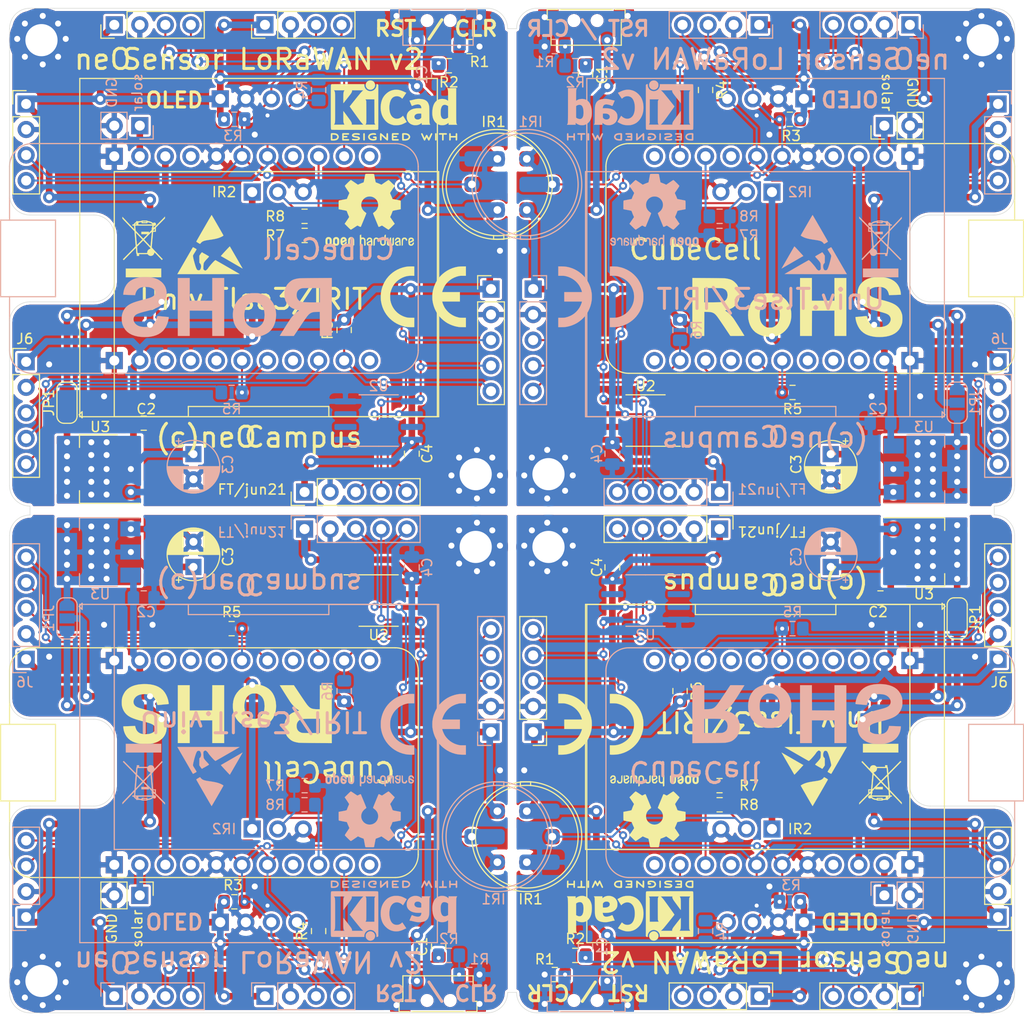
<source format=kicad_pcb>
(kicad_pcb (version 20171130) (host pcbnew 5.1.8-1.fc31)
  (layers (0 F.Cu signal) (31 B.Cu signal) (34 B.Paste user) (35 F.Paste user) (36 B.SilkS user) (37 F.SilkS user) (38 B.Mask user hide) (39 F.Mask user hide) (44 Edge.Cuts user))
  (net 0 "")
  (net 1 GND)
  (net 2 /SW1)
  (net 3 /VIN)
  (net 4 +3V3)
  (net 5 /IR)
  (net 6 /Vsensor)
  (net 7 /SDA)
  (net 8 /SCL)
  (net 9 /VS+)
  (net 10 /INT)
  (net 11 /RX)
  (net 12 /TX)
  (net 13 /PM_EN)
  (net 14 /VDD)
  (net 15 "Net-(R1-Pad2)")
  (net 16 "Net-(R5-Pad2)")
  (net 17 "Net-(R8-Pad1)")
  (module Symbol:ESD-Logo_6.6x6mm_SilkScreen (layer F.Cu) (at 58.039 61.595)
    (fp_text reference REF** hide)
    (fp_text value ESD-Logo_6.6x6mm_SilkScreen hide)
  )
  (module Symbol:CE-Logo_8.5x6mm_SilkScreen (layer F.Cu) (at 79.248 66.802)
    (fp_text reference REF** hide)
    (fp_text value CE-Logo_8.5x6mm_SilkScreen hide)
  )
  (module Symbol:KiCad-Logo2_5mm_SilkScreen (layer F.Cu) (at 76.327 48.26)
    (fp_text reference REF** hide)
    (fp_text value KiCad-Logo2_5mm_SilkScreen hide)
  )
  (module Symbol:OSHW-Logo2_9.8x8mm_SilkScreen (layer F.Cu) (at 73.914 58.293)
    (fp_text reference REF** hide)
    (fp_text value OSHW-Logo2_9.8x8mm_SilkScreen hide)
  )
  (module Symbol:RoHS-Logo_6mm_SilkScreen (layer B.Cu) (at 59.69 67.818 180)
    (fp_text reference REF** hide)
    (fp_text value RoHS-Logo_6mm_SilkScreen hide)
  )
  (module Symbol:WEEE-Logo_4.2x6mm_SilkScreen (layer F.Cu) (at 51.435 61.849)
    (fp_text reference REF** hide)
    (fp_text value WEEE-Logo_4.2x6mm_SilkScreen hide)
  )
  (module Capacitor_SMD:C_0805_2012Metric_Pad1.18x1.45mm_HandSolder (layer F.Cu) (at 78.105 82.423 90)
    (fp_text reference C4 (at 0 1.524 90) (layer F.SilkS))
    (fp_text value 100n)
    (pad 2 smd roundrect (at 1.0375 0 90) (size 1.175 1.45) (layers F.Cu F.Paste F.Mask) (roundrect_rratio 0.2127659574468085) (net 6 /Vsensor))
    (pad 1 smd roundrect (at -1.0375 0 90) (size 1.175 1.45) (layers F.Cu F.Paste F.Mask) (roundrect_rratio 0.2127659574468085) (net 1 GND))
  )
  (module neosensor_addon:IRsensor_TH_and_smd (layer F.Cu) (at 86.614 55.626 90)
    (fp_text reference IR1 (at 6.223 -0.381 180) (layer F.SilkS))
    (fp_text value IRsensor)
    (pad 2 connect roundrect (at 0 -1.27 90) (size 1.524 4) (layers F.Cu F.Mask) (net 5 /IR))
    (pad 3 connect roundrect (at 2.54 -1.27 90) (size 1.524 4) (layers B.Cu B.Mask) (net 1 GND))
    (pad 1 connect roundrect (at -2.54 -1.27 90) (size 1.524 4) (layers B.Cu B.Mask) (net 6 /Vsensor))
    (pad 1 thru_hole circle (at -2.54 0 90) (size 1.524 1.524) (drill 0.762) (layers *.Cu *.Mask) (net 6 /Vsensor))
    (pad 2 thru_hole circle (at 0 -2.54 90) (size 1.524 1.524) (drill 0.762) (layers *.Cu *.Mask) (net 5 /IR))
    (pad 3 thru_hole circle (at 2.54 0 90) (size 1.524 1.524) (drill 0.762) (layers *.Cu *.Mask) (net 1 GND))
  )
  (module Connector_PinHeader_2.54mm:PinHeader_1x04_P2.54mm_Vertical (layer F.Cu) (at 48.514 39.751 90)
    (fp_text reference J4 hide)
    (fp_text value Conn_01x04)
    (pad 4 thru_hole oval (at 0 7.62 90) (size 1.7 1.7) (drill 1) (layers *.Cu *.Mask) (net 7 /SDA))
    (pad 3 thru_hole oval (at 0 5.08 90) (size 1.7 1.7) (drill 1) (layers *.Cu *.Mask) (net 8 /SCL))
    (pad 2 thru_hole oval (at 0 2.54 90) (size 1.7 1.7) (drill 1) (layers *.Cu *.Mask) (net 1 GND))
    (pad 1 thru_hole rect (at 0 0 90) (size 1.7 1.7) (drill 1) (layers *.Cu *.Mask) (net 6 /Vsensor))
  )
  (module Package_TO_SOT_SMD:SOT-223-3_TabPin2 (layer F.Cu) (at 46.965 83.947 180)
    (fp_text reference U3 (at -0.152 4.191) (layer F.SilkS))
    (fp_text value AMS1117-3.3)
    (pad 1 smd rect (at -3.15 -2.3 180) (size 2 1.5) (layers F.Cu F.Paste F.Mask) (net 1 GND))
    (pad 3 smd rect (at -3.15 2.3 180) (size 2 1.5) (layers F.Cu F.Paste F.Mask) (net 3 /VIN))
    (pad 2 smd rect (at -3.15 0 180) (size 2 1.5) (layers F.Cu F.Paste F.Mask) (net 4 +3V3))
    (pad 2 smd rect (at 3.15 0 180) (size 2 3.8) (layers F.Cu F.Paste F.Mask) (net 4 +3V3))
  )
  (module neosensor_addon:HTCC-AB01 (layer B.Cu) (at 58.674 62.992 270)
    (fp_text reference U4 hide)
    (fp_text value HTCC-AB01)
    (pad 11 thru_hole circle (at -10.16 -15.24 270) (size 1.7 1.7) (drill 1) (layers *.Cu *.Mask))
    (pad 10 thru_hole circle (at -10.16 -12.7 270) (size 1.7 1.7) (drill 1) (layers *.Cu *.Mask) (net 2 /SW1))
    (pad 9 thru_hole circle (at -10.16 -10.16 270) (size 1.7 1.7) (drill 1) (layers *.Cu *.Mask) (net 17 "Net-(R8-Pad1)"))
    (pad 8 thru_hole circle (at -10.16 -7.62 270) (size 1.7 1.7) (drill 1) (layers *.Cu *.Mask))
    (pad 6 thru_hole circle (at -10.16 -2.54 270) (size 1.7 1.7) (drill 1) (layers *.Cu *.Mask) (net 8 /SCL))
    (pad 7 thru_hole circle (at -10.16 -5.08 270) (size 1.7 1.7) (drill 1) (layers *.Cu *.Mask) (net 7 /SDA))
    (pad 5 thru_hole circle (at -10.16 0 270) (size 1.7 1.7) (drill 1) (layers *.Cu *.Mask) (net 1 GND))
    (pad 4 thru_hole circle (at -10.16 2.54 270) (size 1.7 1.7) (drill 1) (layers *.Cu *.Mask))
    (pad 2 thru_hole circle (at -10.16 7.62 270) (size 1.7 1.7) (drill 1) (layers *.Cu *.Mask) (net 9 /VS+))
    (pad 3 thru_hole circle (at -10.16 5.08 270) (size 1.7 1.7) (drill 1) (layers *.Cu *.Mask) (net 14 /VDD))
    (pad 1 thru_hole rect (at -10.16 10.16 270) (size 1.7 1.7) (drill 1) (layers *.Cu *.Mask) (net 1 GND))
    (pad 22 thru_hole rect (at 10.16 10.16 270) (size 1.7 1.7) (drill 1) (layers *.Cu *.Mask) (net 1 GND))
    (pad 21 thru_hole circle (at 10.16 7.62 270) (size 1.7 1.7) (drill 1) (layers *.Cu *.Mask) (net 3 /VIN))
    (pad 20 thru_hole circle (at 10.16 5.08 270) (size 1.7 1.7) (drill 1) (layers *.Cu *.Mask))
    (pad 19 thru_hole circle (at 10.16 2.54 270) (size 1.7 1.7) (drill 1) (layers *.Cu *.Mask))
    (pad 18 thru_hole circle (at 10.16 0 270) (size 1.7 1.7) (drill 1) (layers *.Cu *.Mask))
    (pad 17 thru_hole circle (at 10.16 -2.54 270) (size 1.7 1.7) (drill 1) (layers *.Cu *.Mask) (net 16 "Net-(R5-Pad2)"))
    (pad 16 thru_hole circle (at 10.16 -5.08 270) (size 1.7 1.7) (drill 1) (layers *.Cu *.Mask) (net 11 /RX))
    (pad 15 thru_hole circle (at 10.16 -7.62 270) (size 1.7 1.7) (drill 1) (layers *.Cu *.Mask))
    (pad 14 thru_hole circle (at 10.16 -10.16 270) (size 1.7 1.7) (drill 1) (layers *.Cu *.Mask) (net 13 /PM_EN))
    (pad 13 thru_hole circle (at 10.16 -12.7 270) (size 1.7 1.7) (drill 1) (layers *.Cu *.Mask) (net 10 /INT))
    (pad 12 thru_hole circle (at 10.16 -15.24 270) (size 1.7 1.7) (drill 1) (layers *.Cu *.Mask))
  )
  (module Resistor_SMD:R_0805_2012Metric_Pad1.15x1.40mm_HandSolder (layer F.Cu) (at 67.437 58.801 180)
    (fp_text reference R8 (at 2.921 0) (layer F.SilkS))
    (fp_text value 470)
    (pad 2 smd roundrect (at 1.025 0 180) (size 1.15 1.4) (layers F.Cu F.Paste F.Mask) (roundrect_rratio 0.2173904347826087) (net 5 /IR))
    (pad 1 smd roundrect (at -1.025 0 180) (size 1.15 1.4) (layers F.Cu F.Paste F.Mask) (roundrect_rratio 0.2173904347826087) (net 17 "Net-(R8-Pad1)"))
  )
  (module Resistor_SMD:R_0805_2012Metric_Pad1.15x1.40mm_HandSolder (layer F.Cu) (at 67.446 60.706 180)
    (fp_text reference R7 (at 2.93 0) (layer F.SilkS))
    (fp_text value 47K)
    (pad 2 smd roundrect (at 1.025 0 180) (size 1.15 1.4) (layers F.Cu F.Paste F.Mask) (roundrect_rratio 0.2173904347826087) (net 5 /IR))
    (pad 1 smd roundrect (at -1.025 0 180) (size 1.15 1.4) (layers F.Cu F.Paste F.Mask) (roundrect_rratio 0.2173904347826087) (net 1 GND))
  )
  (module Connector_PinHeader_2.54mm:PinHeader_1x05_P2.54mm_Vertical (layer F.Cu) (at 85.979 66.04)
    (fp_text reference J7 hide)
    (fp_text value Conn_01x05)
    (pad 5 thru_hole oval (at 0 10.16) (size 1.7 1.7) (drill 1) (layers *.Cu *.Mask) (net 10 /INT))
    (pad 4 thru_hole oval (at 0 7.62) (size 1.7 1.7) (drill 1) (layers *.Cu *.Mask) (net 7 /SDA))
    (pad 3 thru_hole oval (at 0 5.08) (size 1.7 1.7) (drill 1) (layers *.Cu *.Mask) (net 8 /SCL))
    (pad 2 thru_hole oval (at 0 2.54) (size 1.7 1.7) (drill 1) (layers *.Cu *.Mask) (net 1 GND))
    (pad 1 thru_hole rect (at 0 0) (size 1.7 1.7) (drill 1) (layers *.Cu *.Mask) (net 6 /Vsensor))
  )
  (module Connector_PinHeader_2.54mm:PinHeader_1x05_P2.54mm_Vertical (layer F.Cu) (at 39.751 73.279)
    (fp_text reference J6 (at -0.127 -2.286) (layer F.SilkS))
    (fp_text value Conn_01x05)
    (pad 5 thru_hole oval (at 0 10.16) (size 1.7 1.7) (drill 1) (layers *.Cu *.Mask) (net 11 /RX))
    (pad 4 thru_hole oval (at 0 7.62) (size 1.7 1.7) (drill 1) (layers *.Cu *.Mask) (net 12 /TX))
    (pad 3 thru_hole oval (at 0 5.08) (size 1.7 1.7) (drill 1) (layers *.Cu *.Mask) (net 13 /PM_EN))
    (pad 2 thru_hole oval (at 0 2.54) (size 1.7 1.7) (drill 1) (layers *.Cu *.Mask) (net 1 GND))
    (pad 1 thru_hole rect (at 0 0) (size 1.7 1.7) (drill 1) (layers *.Cu *.Mask) (net 3 /VIN))
  )
  (module neosensor_addon:SOIC-8_3.9x5.4mm_P1.27mm_HandSolder (layer B.Cu) (at 74.805 79.121)
    (fp_text reference U2 (at 0 -3.429) (layer B.SilkS) (effects (justify mirror)))
    (fp_text value ATECC508A)
    (pad 8 smd roundrect (at 3.3 1.905) (size 2.2 0.6) (layers B.Cu B.Paste B.Mask) (net 6 /Vsensor))
    (pad 7 smd roundrect (at 3.3 0.635) (size 2.2 0.6) (layers B.Cu B.Paste B.Mask))
    (pad 6 smd roundrect (at 3.3 -0.635) (size 2.2 0.6) (layers B.Cu B.Paste B.Mask) (net 8 /SCL))
    (pad 5 smd roundrect (at 3.3 -1.905) (size 2.2 0.6) (layers B.Cu B.Paste B.Mask) (net 7 /SDA))
    (pad 4 smd roundrect (at -3.3 -1.905) (size 2.2 0.6) (layers B.Cu B.Paste B.Mask) (net 1 GND))
    (pad 3 smd roundrect (at -3.3 -0.635) (size 2.2 0.6) (layers B.Cu B.Paste B.Mask))
    (pad 2 smd roundrect (at -3.3 0.635) (size 2.2 0.6) (layers B.Cu B.Paste B.Mask))
    (pad 1 smd roundrect (at -3.3 1.905) (size 2.2 0.6) (layers B.Cu B.Paste B.Mask))
  )
  (module neosensor_addon:OLED1.3_I2C (layer F.Cu) (at 62.865 61.976)
    (fp_text reference U1 hide)
    (fp_text value OLED1.3_I2C)
    (pad 4 thru_hole circle (at 3.81 -14.859 270) (size 1.7 1.7) (drill 1) (layers *.Cu *.Mask) (net 7 /SDA))
    (pad 3 thru_hole circle (at 1.27 -14.859) (size 1.7 1.7) (drill 1) (layers *.Cu *.Mask) (net 8 /SCL))
    (pad 2 thru_hole circle (at -1.27 -14.859) (size 1.7 1.7) (drill 1) (layers *.Cu *.Mask) (net 1 GND))
    (pad 1 thru_hole rect (at -3.81 -14.859) (size 1.7 1.7) (drill 1) (layers *.Cu *.Mask) (net 6 /Vsensor))
  )
  (module neosensor_addon:G71Y_µsw_smd (layer B.Cu) (at 80.645 38.227 180)
    (fp_text reference SW1 hide)
    (fp_text value G71Y)
    (pad 3 smd rect (at -3.81 -0.381 180) (size 2 0.8) (layers B.Cu B.Paste B.Mask) (net 1 GND))
    (pad 3 smd rect (at -4.191 -0.762 180) (size 1.27 1.524) (layers B.Cu B.Paste B.Mask) (net 1 GND))
    (pad 3 smd rect (at 3.683 -0.381 180) (size 2 0.8) (layers B.Cu B.Paste B.Mask) (net 1 GND))
    (pad 3 smd rect (at 4.064 -0.762 180) (size 1.27 1.524) (layers B.Cu B.Paste B.Mask) (net 1 GND))
    (pad 1 smd rect (at -2.227 -2.667 180) (size 1.2 2) (drill (offset 0 -0.4)) (layers B.Cu B.Paste B.Mask) (net 15 "Net-(R1-Pad2)"))
    (pad 2 smd rect (at 1.973 -2.667 180) (size 1.2 2) (drill (offset 0 -0.4)) (layers B.Cu B.Paste B.Mask) (net 6 /Vsensor))
    (pad "" np_thru_hole circle (at -1.277 -1.1 180) (size 0.8 0.8) (drill 0.8) (layers *.Cu))
    (pad "" np_thru_hole circle (at 1.023 -1.1 180) (size 0.8 0.8) (drill 0.8) (layers *.Cu))
  )
  (module Resistor_SMD:R_0805_2012Metric_Pad1.15x1.40mm_HandSolder (layer F.Cu) (at 71.374 70.113 90)
    (fp_text reference R6 (at 0 -1.65 90) (layer F.SilkS))
    (fp_text value 15k)
    (pad 2 smd roundrect (at 1.025 0 90) (size 1.15 1.4) (layers F.Cu F.Paste F.Mask) (roundrect_rratio 0.2173904347826087) (net 6 /Vsensor))
    (pad 1 smd roundrect (at -1.025 0 90) (size 1.15 1.4) (layers F.Cu F.Paste F.Mask) (roundrect_rratio 0.2173904347826087) (net 10 /INT))
  )
  (module Resistor_SMD:R_0805_2012Metric_Pad1.15x1.40mm_HandSolder (layer B.Cu) (at 60.189 76.327)
    (fp_text reference R5 (at 0 1.65 180) (layer B.SilkS) (effects (justify mirror)))
    (fp_text value 470)
    (pad 2 smd roundrect (at 1.025 0) (size 1.15 1.4) (layers B.Cu B.Paste B.Mask) (roundrect_rratio 0.2173904347826087) (net 16 "Net-(R5-Pad2)"))
    (pad 1 smd roundrect (at -1.025 0) (size 1.15 1.4) (layers B.Cu B.Paste B.Mask) (roundrect_rratio 0.2173904347826087) (net 12 /TX))
  )
  (module Resistor_SMD:R_0805_2012Metric_Pad1.15x1.40mm_HandSolder (layer B.Cu) (at 68.834 46.237 90)
    (fp_text reference R4 (at 0.009 -1.651 90) (layer B.SilkS) (effects (justify mirror)))
    (fp_text value 4K7)
    (pad 2 smd roundrect (at 1.025 0 90) (size 1.15 1.4) (layers B.Cu B.Paste B.Mask) (roundrect_rratio 0.2173904347826087) (net 6 /Vsensor))
    (pad 1 smd roundrect (at -1.025 0 90) (size 1.15 1.4) (layers B.Cu B.Paste B.Mask) (roundrect_rratio 0.2173904347826087) (net 7 /SDA))
  )
  (module Resistor_SMD:R_0805_2012Metric_Pad1.15x1.40mm_HandSolder (layer B.Cu) (at 60.452 49.149 180)
    (fp_text reference R3 (at 0.127 -1.651 180) (layer B.SilkS) (effects (justify mirror)))
    (fp_text value 4K7)
    (pad 2 smd roundrect (at 1.025 0 180) (size 1.15 1.4) (layers B.Cu B.Paste B.Mask) (roundrect_rratio 0.2173904347826087) (net 6 /Vsensor))
    (pad 1 smd roundrect (at -1.025 0 180) (size 1.15 1.4) (layers B.Cu B.Paste B.Mask) (roundrect_rratio 0.2173904347826087) (net 8 /SCL))
  )
  (module Resistor_SMD:R_0805_2012Metric_Pad1.15x1.40mm_HandSolder (layer F.Cu) (at 81.788 43.815 180)
    (fp_text reference R2 (at 0 -1.65) (layer F.SilkS))
    (fp_text value 15k)
    (pad 2 smd roundrect (at 1.025 0 180) (size 1.15 1.4) (layers F.Cu F.Paste F.Mask) (roundrect_rratio 0.2173904347826087) (net 2 /SW1))
    (pad 1 smd roundrect (at -1.025 0 180) (size 1.15 1.4) (layers F.Cu F.Paste F.Mask) (roundrect_rratio 0.2173904347826087) (net 15 "Net-(R1-Pad2)"))
  )
  (module Resistor_SMD:R_0805_2012Metric_Pad1.15x1.40mm_HandSolder (layer F.Cu) (at 83.829 41.91 180)
    (fp_text reference R1 (at -1.007 -1.524) (layer F.SilkS))
    (fp_text value 15k)
    (pad 2 smd roundrect (at 1.025 0 180) (size 1.15 1.4) (layers F.Cu F.Paste F.Mask) (roundrect_rratio 0.2173904347826087) (net 15 "Net-(R1-Pad2)"))
    (pad 1 smd roundrect (at -1.025 0 180) (size 1.15 1.4) (layers F.Cu F.Paste F.Mask) (roundrect_rratio 0.2173904347826087) (net 1 GND))
  )
  (module Jumper:SolderJumper-3_P1.3mm_Open_RoundedPad1.0x1.5mm (layer F.Cu) (at 43.815 77.343 90)
    (fp_text reference JP1 (at 0 -1.8 90) (layer F.SilkS))
    (fp_text value SolderJumper_3_Open)
    (pad 2 smd rect (at 0 0 90) (size 1 1.5) (layers F.Cu F.Mask) (net 6 /Vsensor))
    (pad 3 smd custom (at 1.3 0 90) (size 1 0.5) (layers F.Cu F.Mask) (net 14 /VDD) (options (clearance outline) (anchor rect)) (primitives (gr_circle (center 0 0.25) (end 0.5 0.25) (width 0)) (gr_circle (center 0 -0.25) (end 0.5 -0.25) (width 0)) (gr_poly (pts (xy -0.55 -0.75) (xy 0 -0.75) (xy 0 0.75) (xy -0.55 0.75)) (width 0))))
    (pad 1 smd custom (at -1.3 0 90) (size 1 0.5) (layers F.Cu F.Mask) (net 4 +3V3) (options (clearance outline) (anchor rect)) (primitives (gr_circle (center 0 0.25) (end 0.5 0.25) (width 0)) (gr_circle (center 0 -0.25) (end 0.5 -0.25) (width 0)) (gr_poly (pts (xy 0.55 -0.75) (xy 0 -0.75) (xy 0 0.75) (xy 0.55 0.75)) (width 0))))
  )
  (module Connector_PinHeader_2.54mm:PinHeader_1x05_P2.54mm_Vertical (layer F.Cu) (at 67.437 86.233 90)
    (fp_text reference J5 hide)
    (fp_text value Conn_01x05)
    (pad 5 thru_hole oval (at 0 10.16 90) (size 1.7 1.7) (drill 1) (layers *.Cu *.Mask) (net 10 /INT))
    (pad 4 thru_hole oval (at 0 7.62 90) (size 1.7 1.7) (drill 1) (layers *.Cu *.Mask) (net 7 /SDA))
    (pad 3 thru_hole oval (at 0 5.08 90) (size 1.7 1.7) (drill 1) (layers *.Cu *.Mask) (net 8 /SCL))
    (pad 2 thru_hole oval (at 0 2.54 90) (size 1.7 1.7) (drill 1) (layers *.Cu *.Mask) (net 1 GND))
    (pad 1 thru_hole rect (at 0 0 90) (size 1.7 1.7) (drill 1) (layers *.Cu *.Mask) (net 6 /Vsensor))
  )
  (module Connector_PinHeader_2.54mm:PinHeader_1x04_P2.54mm_Vertical (layer F.Cu) (at 39.751 47.625)
    (fp_text reference J3 hide)
    (fp_text value Conn_01x04)
    (pad 4 thru_hole oval (at 0 7.62) (size 1.7 1.7) (drill 1) (layers *.Cu *.Mask) (net 7 /SDA))
    (pad 3 thru_hole oval (at 0 5.08) (size 1.7 1.7) (drill 1) (layers *.Cu *.Mask) (net 8 /SCL))
    (pad 2 thru_hole oval (at 0 2.54) (size 1.7 1.7) (drill 1) (layers *.Cu *.Mask) (net 1 GND))
    (pad 1 thru_hole rect (at 0 0) (size 1.7 1.7) (drill 1) (layers *.Cu *.Mask) (net 6 /Vsensor))
  )
  (module Connector_PinHeader_2.54mm:PinHeader_1x02_P2.54mm_Vertical (layer B.Cu) (at 51.054 49.784 90)
    (fp_text reference J2 hide)
    (fp_text value Conn_01x02)
    (pad 2 thru_hole oval (at 0 -2.54 90) (size 1.7 1.7) (drill 1) (layers *.Cu *.Mask) (net 1 GND))
    (pad 1 thru_hole rect (at 0 0 90) (size 1.7 1.7) (drill 1) (layers *.Cu *.Mask) (net 9 /VS+))
  )
  (module Connector_PinHeader_2.54mm:PinHeader_1x04_P2.54mm_Vertical (layer F.Cu) (at 63.5 39.751 90)
    (fp_text reference J1 hide)
    (fp_text value Conn_01x04)
    (pad 4 thru_hole oval (at 0 7.62 90) (size 1.7 1.7) (drill 1) (layers *.Cu *.Mask) (net 7 /SDA))
    (pad 3 thru_hole oval (at 0 5.08 90) (size 1.7 1.7) (drill 1) (layers *.Cu *.Mask) (net 8 /SCL))
    (pad 2 thru_hole oval (at 0 2.54 90) (size 1.7 1.7) (drill 1) (layers *.Cu *.Mask) (net 1 GND))
    (pad 1 thru_hole rect (at 0 0 90) (size 1.7 1.7) (drill 1) (layers *.Cu *.Mask) (net 6 /Vsensor))
  )
  (module neosensor_addon:PIR_HC-SR01 (layer F.Cu) (at 64.77 66.548)
    (fp_text reference IR2 (at -5.334 -10.16) (layer F.SilkS))
    (fp_text value HC-SR01)
    (pad 3 thru_hole circle (at 2.54 -10.16) (size 1.7 1.7) (drill 1) (layers *.Cu *.Mask) (net 1 GND))
    (pad 2 thru_hole circle (at 0 -10.16) (size 1.7 1.7) (drill 1) (layers *.Cu *.Mask) (net 5 /IR))
    (pad 1 thru_hole rect (at -2.54 -10.16) (size 1.7 1.7) (drill 1) (layers *.Cu *.Mask) (net 3 /VIN))
  )
  (module MountingHole:MountingHole_3.2mm_M3_Pad (layer F.Cu) (at 84.455 84.455)
    (fp_text reference H2 hide)
    (fp_text value "3.2mm for MH3 screw")
    (pad 1 thru_hole circle (at 0 0) (size 6.4 6.4) (drill 3.200001) (layers *.Cu *.Mask) (net 1 GND))
  )
  (module MountingHole:MountingHole_3.2mm_M3_Pad (layer F.Cu) (at 41.275 41.275)
    (fp_text reference H1 hide)
    (fp_text value "3.2mm for MH3 screw")
    (pad 1 thru_hole circle (at 0 0) (size 6.4 6.4) (drill 3.200001) (layers *.Cu *.Mask) (net 1 GND))
  )
  (module Capacitor_THT:CP_Radial_D5.0mm_P2.50mm (layer B.Cu) (at 56.388 82.463 270)
    (fp_text reference C3 (at 1.016 -3.429 90) (layer B.SilkS) (effects (justify mirror)))
    (fp_text value "100µF 6.3v")
    (pad 2 thru_hole circle (at 2.5 0 270) (size 1.6 1.6) (drill 0.8) (layers *.Cu *.Mask) (net 1 GND))
    (pad 1 thru_hole rect (at 0 0 270) (size 1.6 1.6) (drill 0.8) (layers *.Cu *.Mask) (net 4 +3V3))
  )
  (module Capacitor_SMD:C_0805_2012Metric_Pad1.15x1.40mm_HandSolder (layer F.Cu) (at 51.444 79.375)
    (fp_text reference C2 (at 0.245 -1.397 -180) (layer F.SilkS))
    (fp_text value 100nF)
    (pad 2 smd roundrect (at 1.025 0) (size 1.15 1.4) (layers F.Cu F.Paste F.Mask) (roundrect_rratio 0.2173904347826087) (net 1 GND))
    (pad 1 smd roundrect (at -1.025 0) (size 1.15 1.4) (layers F.Cu F.Paste F.Mask) (roundrect_rratio 0.2173904347826087) (net 3 /VIN))
  )
  (module Capacitor_SMD:C_0805_2012Metric_Pad1.15x1.40mm_HandSolder (layer B.Cu) (at 80.772 44.695 270)
    (fp_text reference C1 (at 0 1.65 90) (layer B.SilkS) (effects (justify mirror)))
    (fp_text value 1uF)
    (pad 2 smd roundrect (at 1.025 0 270) (size 1.15 1.4) (layers B.Cu B.Paste B.Mask) (roundrect_rratio 0.2173904347826087) (net 1 GND))
    (pad 1 smd roundrect (at -1.025 0 270) (size 1.15 1.4) (layers B.Cu B.Paste B.Mask) (roundrect_rratio 0.2173904347826087) (net 2 /SW1))
  )
  (module Symbol:ESD-Logo_6.6x6mm_SilkScreen (layer B.Cu) (at 118.11 61.595 180)
    (fp_text reference REF** hide)
    (fp_text value ESD-Logo_6.6x6mm_SilkScreen hide)
  )
  (module Symbol:CE-Logo_8.5x6mm_SilkScreen (layer B.Cu) (at 96.901 66.802 180)
    (fp_text reference REF** hide)
    (fp_text value CE-Logo_8.5x6mm_SilkScreen hide)
  )
  (module Symbol:KiCad-Logo2_5mm_SilkScreen (layer B.Cu) (at 99.822 48.26 180)
    (fp_text reference REF** hide)
    (fp_text value KiCad-Logo2_5mm_SilkScreen hide)
  )
  (module Symbol:OSHW-Logo2_9.8x8mm_SilkScreen (layer B.Cu) (at 102.235 58.293 180)
    (fp_text reference REF** hide)
    (fp_text value OSHW-Logo2_9.8x8mm_SilkScreen hide)
  )
  (module Symbol:RoHS-Logo_6mm_SilkScreen (layer F.Cu) (at 116.459 67.818)
    (fp_text reference REF** hide)
    (fp_text value RoHS-Logo_6mm_SilkScreen hide)
  )
  (module Symbol:WEEE-Logo_4.2x6mm_SilkScreen (layer B.Cu) (at 124.714 61.849 180)
    (fp_text reference REF** hide)
    (fp_text value WEEE-Logo_4.2x6mm_SilkScreen hide)
  )
  (module Capacitor_SMD:C_0805_2012Metric_Pad1.18x1.45mm_HandSolder (layer B.Cu) (at 98.044 82.423 90)
    (fp_text reference C4 (at 0 -1.524 270) (layer B.SilkS) (effects (justify mirror)))
    (fp_text value 100n)
    (pad 2 smd roundrect (at 1.0375 0 90) (size 1.175 1.45) (layers B.Cu B.Paste B.Mask) (roundrect_rratio 0.2127659574468085) (net 6 /Vsensor))
    (pad 1 smd roundrect (at -1.0375 0 90) (size 1.175 1.45) (layers B.Cu B.Paste B.Mask) (roundrect_rratio 0.2127659574468085) (net 1 GND))
  )
  (module neosensor_addon:IRsensor_TH_and_smd (layer B.Cu) (at 89.535 55.626 90)
    (fp_text reference IR1 (at 6.223 0.381 180) (layer B.SilkS) (effects (justify mirror)))
    (fp_text value IRsensor)
    (pad 2 connect roundrect (at 0 1.27 90) (size 1.524 4) (layers B.Cu B.Mask) (net 5 /IR))
    (pad 3 connect roundrect (at 2.54 1.27 90) (size 1.524 4) (layers F.Cu F.Mask) (net 1 GND))
    (pad 1 connect roundrect (at -2.54 1.27 90) (size 1.524 4) (layers F.Cu F.Mask) (net 6 /Vsensor))
    (pad 1 thru_hole circle (at -2.54 0 90) (size 1.524 1.524) (drill 0.762) (layers *.Cu *.Mask) (net 6 /Vsensor))
    (pad 2 thru_hole circle (at 0 2.54 90) (size 1.524 1.524) (drill 0.762) (layers *.Cu *.Mask) (net 5 /IR))
    (pad 3 thru_hole circle (at 2.54 0 90) (size 1.524 1.524) (drill 0.762) (layers *.Cu *.Mask) (net 1 GND))
  )
  (module Connector_PinHeader_2.54mm:PinHeader_1x04_P2.54mm_Vertical (layer B.Cu) (at 127.635 39.751 90)
    (fp_text reference J4 hide)
    (fp_text value Conn_01x04)
    (pad 4 thru_hole oval (at 0 -7.62 90) (size 1.7 1.7) (drill 1) (layers *.Cu *.Mask) (net 7 /SDA))
    (pad 3 thru_hole oval (at 0 -5.08 90) (size 1.7 1.7) (drill 1) (layers *.Cu *.Mask) (net 8 /SCL))
    (pad 2 thru_hole oval (at 0 -2.54 90) (size 1.7 1.7) (drill 1) (layers *.Cu *.Mask) (net 1 GND))
    (pad 1 thru_hole rect (at 0 0 90) (size 1.7 1.7) (drill 1) (layers *.Cu *.Mask) (net 6 /Vsensor))
  )
  (module Package_TO_SOT_SMD:SOT-223-3_TabPin2 (layer B.Cu) (at 129.184 83.947)
    (fp_text reference U3 (at -0.152 -4.191) (layer B.SilkS) (effects (justify mirror)))
    (fp_text value AMS1117-3.3)
    (pad 1 smd rect (at -3.15 2.3) (size 2 1.5) (layers B.Cu B.Paste B.Mask) (net 1 GND))
    (pad 3 smd rect (at -3.15 -2.3) (size 2 1.5) (layers B.Cu B.Paste B.Mask) (net 3 /VIN))
    (pad 2 smd rect (at -3.15 0) (size 2 1.5) (layers B.Cu B.Paste B.Mask) (net 4 +3V3))
    (pad 2 smd rect (at 3.15 0) (size 2 3.8) (layers B.Cu B.Paste B.Mask) (net 4 +3V3))
  )
  (module neosensor_addon:HTCC-AB01 (layer F.Cu) (at 117.475 62.992 270)
    (fp_text reference U4 hide)
    (fp_text value HTCC-AB01)
    (pad 11 thru_hole circle (at -10.16 15.24 270) (size 1.7 1.7) (drill 1) (layers *.Cu *.Mask))
    (pad 10 thru_hole circle (at -10.16 12.7 270) (size 1.7 1.7) (drill 1) (layers *.Cu *.Mask) (net 2 /SW1))
    (pad 9 thru_hole circle (at -10.16 10.16 270) (size 1.7 1.7) (drill 1) (layers *.Cu *.Mask) (net 17 "Net-(R8-Pad1)"))
    (pad 8 thru_hole circle (at -10.16 7.62 270) (size 1.7 1.7) (drill 1) (layers *.Cu *.Mask))
    (pad 6 thru_hole circle (at -10.16 2.54 270) (size 1.7 1.7) (drill 1) (layers *.Cu *.Mask) (net 8 /SCL))
    (pad 7 thru_hole circle (at -10.16 5.08 270) (size 1.7 1.7) (drill 1) (layers *.Cu *.Mask) (net 7 /SDA))
    (pad 5 thru_hole circle (at -10.16 0 270) (size 1.7 1.7) (drill 1) (layers *.Cu *.Mask) (net 1 GND))
    (pad 4 thru_hole circle (at -10.16 -2.54 270) (size 1.7 1.7) (drill 1) (layers *.Cu *.Mask))
    (pad 2 thru_hole circle (at -10.16 -7.62 270) (size 1.7 1.7) (drill 1) (layers *.Cu *.Mask) (net 9 /VS+))
    (pad 3 thru_hole circle (at -10.16 -5.08 270) (size 1.7 1.7) (drill 1) (layers *.Cu *.Mask) (net 14 /VDD))
    (pad 1 thru_hole rect (at -10.16 -10.16 270) (size 1.7 1.7) (drill 1) (layers *.Cu *.Mask) (net 1 GND))
    (pad 22 thru_hole rect (at 10.16 -10.16 270) (size 1.7 1.7) (drill 1) (layers *.Cu *.Mask) (net 1 GND))
    (pad 21 thru_hole circle (at 10.16 -7.62 270) (size 1.7 1.7) (drill 1) (layers *.Cu *.Mask) (net 3 /VIN))
    (pad 20 thru_hole circle (at 10.16 -5.08 270) (size 1.7 1.7) (drill 1) (layers *.Cu *.Mask))
    (pad 19 thru_hole circle (at 10.16 -2.54 270) (size 1.7 1.7) (drill 1) (layers *.Cu *.Mask))
    (pad 18 thru_hole circle (at 10.16 0 270) (size 1.7 1.7) (drill 1) (layers *.Cu *.Mask))
    (pad 17 thru_hole circle (at 10.16 2.54 270) (size 1.7 1.7) (drill 1) (layers *.Cu *.Mask) (net 16 "Net-(R5-Pad2)"))
    (pad 16 thru_hole circle (at 10.16 5.08 270) (size 1.7 1.7) (drill 1) (layers *.Cu *.Mask) (net 11 /RX))
    (pad 15 thru_hole circle (at 10.16 7.62 270) (size 1.7 1.7) (drill 1) (layers *.Cu *.Mask))
    (pad 14 thru_hole circle (at 10.16 10.16 270) (size 1.7 1.7) (drill 1) (layers *.Cu *.Mask) (net 13 /PM_EN))
    (pad 13 thru_hole circle (at 10.16 12.7 270) (size 1.7 1.7) (drill 1) (layers *.Cu *.Mask) (net 10 /INT))
    (pad 12 thru_hole circle (at 10.16 15.24 270) (size 1.7 1.7) (drill 1) (layers *.Cu *.Mask))
  )
  (module Resistor_SMD:R_0805_2012Metric_Pad1.15x1.40mm_HandSolder (layer B.Cu) (at 108.712 58.801)
    (fp_text reference R8 (at 2.921 0) (layer B.SilkS) (effects (justify mirror)))
    (fp_text value 470)
    (pad 2 smd roundrect (at 1.025 0) (size 1.15 1.4) (layers B.Cu B.Paste B.Mask) (roundrect_rratio 0.2173904347826087) (net 5 /IR))
    (pad 1 smd roundrect (at -1.025 0) (size 1.15 1.4) (layers B.Cu B.Paste B.Mask) (roundrect_rratio 0.2173904347826087) (net 17 "Net-(R8-Pad1)"))
  )
  (module Resistor_SMD:R_0805_2012Metric_Pad1.15x1.40mm_HandSolder (layer B.Cu) (at 108.703 60.706)
    (fp_text reference R7 (at 2.93 0) (layer B.SilkS) (effects (justify mirror)))
    (fp_text value 47K)
    (pad 2 smd roundrect (at 1.025 0) (size 1.15 1.4) (layers B.Cu B.Paste B.Mask) (roundrect_rratio 0.2173904347826087) (net 5 /IR))
    (pad 1 smd roundrect (at -1.025 0) (size 1.15 1.4) (layers B.Cu B.Paste B.Mask) (roundrect_rratio 0.2173904347826087) (net 1 GND))
  )
  (module Connector_PinHeader_2.54mm:PinHeader_1x05_P2.54mm_Vertical (layer B.Cu) (at 90.17 66.04 180)
    (fp_text reference J7 hide)
    (fp_text value Conn_01x05)
    (pad 5 thru_hole oval (at 0 -10.16 180) (size 1.7 1.7) (drill 1) (layers *.Cu *.Mask) (net 10 /INT))
    (pad 4 thru_hole oval (at 0 -7.62 180) (size 1.7 1.7) (drill 1) (layers *.Cu *.Mask) (net 7 /SDA))
    (pad 3 thru_hole oval (at 0 -5.08 180) (size 1.7 1.7) (drill 1) (layers *.Cu *.Mask) (net 8 /SCL))
    (pad 2 thru_hole oval (at 0 -2.54 180) (size 1.7 1.7) (drill 1) (layers *.Cu *.Mask) (net 1 GND))
    (pad 1 thru_hole rect (at 0 0 180) (size 1.7 1.7) (drill 1) (layers *.Cu *.Mask) (net 6 /Vsensor))
  )
  (module Connector_PinHeader_2.54mm:PinHeader_1x05_P2.54mm_Vertical (layer B.Cu) (at 136.398 73.279 180)
    (fp_text reference J6 (at -0.127 2.286) (layer B.SilkS) (effects (justify mirror)))
    (fp_text value Conn_01x05)
    (pad 5 thru_hole oval (at 0 -10.16 180) (size 1.7 1.7) (drill 1) (layers *.Cu *.Mask) (net 11 /RX))
    (pad 4 thru_hole oval (at 0 -7.62 180) (size 1.7 1.7) (drill 1) (layers *.Cu *.Mask) (net 12 /TX))
    (pad 3 thru_hole oval (at 0 -5.08 180) (size 1.7 1.7) (drill 1) (layers *.Cu *.Mask) (net 13 /PM_EN))
    (pad 2 thru_hole oval (at 0 -2.54 180) (size 1.7 1.7) (drill 1) (layers *.Cu *.Mask) (net 1 GND))
    (pad 1 thru_hole rect (at 0 0 180) (size 1.7 1.7) (drill 1) (layers *.Cu *.Mask) (net 3 /VIN))
  )
  (module neosensor_addon:SOIC-8_3.9x5.4mm_P1.27mm_HandSolder (layer F.Cu) (at 101.344 79.121 180)
    (fp_text reference U2 (at 0 3.429) (layer F.SilkS))
    (fp_text value ATECC508A)
    (pad 8 smd roundrect (at 3.3 -1.905 180) (size 2.2 0.6) (layers F.Cu F.Paste F.Mask) (net 6 /Vsensor))
    (pad 7 smd roundrect (at 3.3 -0.635 180) (size 2.2 0.6) (layers F.Cu F.Paste F.Mask))
    (pad 6 smd roundrect (at 3.3 0.635 180) (size 2.2 0.6) (layers F.Cu F.Paste F.Mask) (net 8 /SCL))
    (pad 5 smd roundrect (at 3.3 1.905 180) (size 2.2 0.6) (layers F.Cu F.Paste F.Mask) (net 7 /SDA))
    (pad 4 smd roundrect (at -3.3 1.905 180) (size 2.2 0.6) (layers F.Cu F.Paste F.Mask) (net 1 GND))
    (pad 3 smd roundrect (at -3.3 0.635 180) (size 2.2 0.6) (layers F.Cu F.Paste F.Mask))
    (pad 2 smd roundrect (at -3.3 -0.635 180) (size 2.2 0.6) (layers F.Cu F.Paste F.Mask))
    (pad 1 smd roundrect (at -3.3 -1.905 180) (size 2.2 0.6) (layers F.Cu F.Paste F.Mask))
  )
  (module neosensor_addon:OLED1.3_I2C (layer B.Cu) (at 113.284 61.976 180)
    (fp_text reference U1 hide)
    (fp_text value OLED1.3_I2C)
    (pad 4 thru_hole circle (at 3.81 14.859 270) (size 1.7 1.7) (drill 1) (layers *.Cu *.Mask) (net 7 /SDA))
    (pad 3 thru_hole circle (at 1.27 14.859 180) (size 1.7 1.7) (drill 1) (layers *.Cu *.Mask) (net 8 /SCL))
    (pad 2 thru_hole circle (at -1.27 14.859 180) (size 1.7 1.7) (drill 1) (layers *.Cu *.Mask) (net 1 GND))
    (pad 1 thru_hole rect (at -3.81 14.859 180) (size 1.7 1.7) (drill 1) (layers *.Cu *.Mask) (net 6 /Vsensor))
  )
  (module neosensor_addon:G71Y_µsw_smd (layer F.Cu) (at 95.504 38.227)
    (fp_text reference SW1 hide)
    (fp_text value G71Y)
    (pad 3 smd rect (at -3.81 0.381) (size 2 0.8) (layers F.Cu F.Paste F.Mask) (net 1 GND))
    (pad 3 smd rect (at -4.191 0.762) (size 1.27 1.524) (layers F.Cu F.Paste F.Mask) (net 1 GND))
    (pad 3 smd rect (at 3.683 0.381) (size 2 0.8) (layers F.Cu F.Paste F.Mask) (net 1 GND))
    (pad 3 smd rect (at 4.064 0.762) (size 1.27 1.524) (layers F.Cu F.Paste F.Mask) (net 1 GND))
    (pad 1 smd rect (at -2.227 2.667) (size 1.2 2) (drill (offset 0 0.4)) (layers F.Cu F.Paste F.Mask) (net 15 "Net-(R1-Pad2)"))
    (pad 2 smd rect (at 1.973 2.667) (size 1.2 2) (drill (offset 0 0.4)) (layers F.Cu F.Paste F.Mask) (net 6 /Vsensor))
    (pad "" np_thru_hole circle (at -1.277 1.1) (size 0.8 0.8) (drill 0.8) (layers *.Cu))
    (pad "" np_thru_hole circle (at 1.023 1.1) (size 0.8 0.8) (drill 0.8) (layers *.Cu))
  )
  (module Resistor_SMD:R_0805_2012Metric_Pad1.15x1.40mm_HandSolder (layer B.Cu) (at 104.775 70.113 90)
    (fp_text reference R6 (at 0 1.65 270) (layer B.SilkS) (effects (justify mirror)))
    (fp_text value 15k)
    (pad 2 smd roundrect (at 1.025 0 90) (size 1.15 1.4) (layers B.Cu B.Paste B.Mask) (roundrect_rratio 0.2173904347826087) (net 6 /Vsensor))
    (pad 1 smd roundrect (at -1.025 0 90) (size 1.15 1.4) (layers B.Cu B.Paste B.Mask) (roundrect_rratio 0.2173904347826087) (net 10 /INT))
  )
  (module Resistor_SMD:R_0805_2012Metric_Pad1.15x1.40mm_HandSolder (layer F.Cu) (at 115.96 76.327 180)
    (fp_text reference R5 (at 0 -1.65 180) (layer F.SilkS))
    (fp_text value 470)
    (pad 2 smd roundrect (at 1.025 0 180) (size 1.15 1.4) (layers F.Cu F.Paste F.Mask) (roundrect_rratio 0.2173904347826087) (net 16 "Net-(R5-Pad2)"))
    (pad 1 smd roundrect (at -1.025 0 180) (size 1.15 1.4) (layers F.Cu F.Paste F.Mask) (roundrect_rratio 0.2173904347826087) (net 12 /TX))
  )
  (module Resistor_SMD:R_0805_2012Metric_Pad1.15x1.40mm_HandSolder (layer F.Cu) (at 107.315 46.237 90)
    (fp_text reference R4 (at 0.009 1.651 270) (layer F.SilkS))
    (fp_text value 4K7)
    (pad 2 smd roundrect (at 1.025 0 90) (size 1.15 1.4) (layers F.Cu F.Paste F.Mask) (roundrect_rratio 0.2173904347826087) (net 6 /Vsensor))
    (pad 1 smd roundrect (at -1.025 0 90) (size 1.15 1.4) (layers F.Cu F.Paste F.Mask) (roundrect_rratio 0.2173904347826087) (net 7 /SDA))
  )
  (module Resistor_SMD:R_0805_2012Metric_Pad1.15x1.40mm_HandSolder (layer F.Cu) (at 115.697 49.149)
    (fp_text reference R3 (at 0.127 1.651 180) (layer F.SilkS))
    (fp_text value 4K7)
    (pad 2 smd roundrect (at 1.025 0) (size 1.15 1.4) (layers F.Cu F.Paste F.Mask) (roundrect_rratio 0.2173904347826087) (net 6 /Vsensor))
    (pad 1 smd roundrect (at -1.025 0) (size 1.15 1.4) (layers F.Cu F.Paste F.Mask) (roundrect_rratio 0.2173904347826087) (net 8 /SCL))
  )
  (module Resistor_SMD:R_0805_2012Metric_Pad1.15x1.40mm_HandSolder (layer B.Cu) (at 94.361 43.815)
    (fp_text reference R2 (at 0 1.65) (layer B.SilkS) (effects (justify mirror)))
    (fp_text value 15k)
    (pad 2 smd roundrect (at 1.025 0) (size 1.15 1.4) (layers B.Cu B.Paste B.Mask) (roundrect_rratio 0.2173904347826087) (net 2 /SW1))
    (pad 1 smd roundrect (at -1.025 0) (size 1.15 1.4) (layers B.Cu B.Paste B.Mask) (roundrect_rratio 0.2173904347826087) (net 15 "Net-(R1-Pad2)"))
  )
  (module Resistor_SMD:R_0805_2012Metric_Pad1.15x1.40mm_HandSolder (layer B.Cu) (at 92.32 41.91)
    (fp_text reference R1 (at -1.007 1.524) (layer B.SilkS) (effects (justify mirror)))
    (fp_text value 15k)
    (pad 2 smd roundrect (at 1.025 0) (size 1.15 1.4) (layers B.Cu B.Paste B.Mask) (roundrect_rratio 0.2173904347826087) (net 15 "Net-(R1-Pad2)"))
    (pad 1 smd roundrect (at -1.025 0) (size 1.15 1.4) (layers B.Cu B.Paste B.Mask) (roundrect_rratio 0.2173904347826087) (net 1 GND))
  )
  (module Jumper:SolderJumper-3_P1.3mm_Open_RoundedPad1.0x1.5mm (layer B.Cu) (at 132.334 77.343 90)
    (fp_text reference JP1 (at 0 1.8 270) (layer B.SilkS) (effects (justify mirror)))
    (fp_text value SolderJumper_3_Open)
    (pad 2 smd rect (at 0 0 90) (size 1 1.5) (layers B.Cu B.Mask) (net 6 /Vsensor))
    (pad 3 smd custom (at 1.3 0 90) (size 1 0.5) (layers B.Cu B.Mask) (net 14 /VDD) (options (clearance outline) (anchor rect)) (primitives (gr_circle (center 0 -0.25) (end 0.5 -0.25) (width 0)) (gr_circle (center 0 0.25) (end 0.5 0.25) (width 0)) (gr_poly (pts (xy -0.55 0.75) (xy 0 0.75) (xy 0 -0.75) (xy -0.55 -0.75)) (width 0))))
    (pad 1 smd custom (at -1.3 0 90) (size 1 0.5) (layers B.Cu B.Mask) (net 4 +3V3) (options (clearance outline) (anchor rect)) (primitives (gr_circle (center 0 -0.25) (end 0.5 -0.25) (width 0)) (gr_circle (center 0 0.25) (end 0.5 0.25) (width 0)) (gr_poly (pts (xy 0.55 0.75) (xy 0 0.75) (xy 0 -0.75) (xy 0.55 -0.75)) (width 0))))
  )
  (module Connector_PinHeader_2.54mm:PinHeader_1x05_P2.54mm_Vertical (layer B.Cu) (at 108.712 86.233 90)
    (fp_text reference J5 hide)
    (fp_text value Conn_01x05)
    (pad 5 thru_hole oval (at 0 -10.16 90) (size 1.7 1.7) (drill 1) (layers *.Cu *.Mask) (net 10 /INT))
    (pad 4 thru_hole oval (at 0 -7.62 90) (size 1.7 1.7) (drill 1) (layers *.Cu *.Mask) (net 7 /SDA))
    (pad 3 thru_hole oval (at 0 -5.08 90) (size 1.7 1.7) (drill 1) (layers *.Cu *.Mask) (net 8 /SCL))
    (pad 2 thru_hole oval (at 0 -2.54 90) (size 1.7 1.7) (drill 1) (layers *.Cu *.Mask) (net 1 GND))
    (pad 1 thru_hole rect (at 0 0 90) (size 1.7 1.7) (drill 1) (layers *.Cu *.Mask) (net 6 /Vsensor))
  )
  (module Connector_PinHeader_2.54mm:PinHeader_1x04_P2.54mm_Vertical (layer B.Cu) (at 136.398 47.625 180)
    (fp_text reference J3 hide)
    (fp_text value Conn_01x04)
    (pad 4 thru_hole oval (at 0 -7.62 180) (size 1.7 1.7) (drill 1) (layers *.Cu *.Mask) (net 7 /SDA))
    (pad 3 thru_hole oval (at 0 -5.08 180) (size 1.7 1.7) (drill 1) (layers *.Cu *.Mask) (net 8 /SCL))
    (pad 2 thru_hole oval (at 0 -2.54 180) (size 1.7 1.7) (drill 1) (layers *.Cu *.Mask) (net 1 GND))
    (pad 1 thru_hole rect (at 0 0 180) (size 1.7 1.7) (drill 1) (layers *.Cu *.Mask) (net 6 /Vsensor))
  )
  (module Connector_PinHeader_2.54mm:PinHeader_1x02_P2.54mm_Vertical (layer F.Cu) (at 125.095 49.784 90)
    (fp_text reference J2 hide)
    (fp_text value Conn_01x02)
    (pad 2 thru_hole oval (at 0 2.54 90) (size 1.7 1.7) (drill 1) (layers *.Cu *.Mask) (net 1 GND))
    (pad 1 thru_hole rect (at 0 0 90) (size 1.7 1.7) (drill 1) (layers *.Cu *.Mask) (net 9 /VS+))
  )
  (module Connector_PinHeader_2.54mm:PinHeader_1x04_P2.54mm_Vertical (layer B.Cu) (at 112.649 39.751 90)
    (fp_text reference J1 hide)
    (fp_text value Conn_01x04)
    (pad 4 thru_hole oval (at 0 -7.62 90) (size 1.7 1.7) (drill 1) (layers *.Cu *.Mask) (net 7 /SDA))
    (pad 3 thru_hole oval (at 0 -5.08 90) (size 1.7 1.7) (drill 1) (layers *.Cu *.Mask) (net 8 /SCL))
    (pad 2 thru_hole oval (at 0 -2.54 90) (size 1.7 1.7) (drill 1) (layers *.Cu *.Mask) (net 1 GND))
    (pad 1 thru_hole rect (at 0 0 90) (size 1.7 1.7) (drill 1) (layers *.Cu *.Mask) (net 6 /Vsensor))
  )
  (module neosensor_addon:PIR_HC-SR01 (layer B.Cu) (at 111.379 66.548 180)
    (fp_text reference IR2 (at -5.334 10.16) (layer B.SilkS) (effects (justify mirror)))
    (fp_text value HC-SR01)
    (pad 3 thru_hole circle (at 2.54 10.16 180) (size 1.7 1.7) (drill 1) (layers *.Cu *.Mask) (net 1 GND))
    (pad 2 thru_hole circle (at 0 10.16 180) (size 1.7 1.7) (drill 1) (layers *.Cu *.Mask) (net 5 /IR))
    (pad 1 thru_hole rect (at -2.54 10.16 180) (size 1.7 1.7) (drill 1) (layers *.Cu *.Mask) (net 3 /VIN))
  )
  (module MountingHole:MountingHole_3.2mm_M3_Pad (layer B.Cu) (at 91.694 84.455 180)
    (fp_text reference H2 hide)
    (fp_text value "3.2mm for MH3 screw")
    (pad 1 thru_hole circle (at 0 0 180) (size 6.4 6.4) (drill 3.200001) (layers *.Cu *.Mask) (net 1 GND))
  )
  (module MountingHole:MountingHole_3.2mm_M3_Pad (layer B.Cu) (at 134.874 41.275 180)
    (fp_text reference H1 hide)
    (fp_text value "3.2mm for MH3 screw")
    (pad 1 thru_hole circle (at 0 0 180) (size 6.4 6.4) (drill 3.200001) (layers *.Cu *.Mask) (net 1 GND))
  )
  (module Capacitor_THT:CP_Radial_D5.0mm_P2.50mm (layer F.Cu) (at 119.761 82.463 270)
    (fp_text reference C3 (at 1.016 3.429 270) (layer F.SilkS))
    (fp_text value "100µF 6.3v")
    (pad 2 thru_hole circle (at 2.5 0 270) (size 1.6 1.6) (drill 0.8) (layers *.Cu *.Mask) (net 1 GND))
    (pad 1 thru_hole rect (at 0 0 270) (size 1.6 1.6) (drill 0.8) (layers *.Cu *.Mask) (net 4 +3V3))
  )
  (module Capacitor_SMD:C_0805_2012Metric_Pad1.15x1.40mm_HandSolder (layer B.Cu) (at 124.705 79.375 180)
    (fp_text reference C2 (at 0.245 1.397 180) (layer B.SilkS) (effects (justify mirror)))
    (fp_text value 100nF)
    (pad 2 smd roundrect (at 1.025 0 180) (size 1.15 1.4) (layers B.Cu B.Paste B.Mask) (roundrect_rratio 0.2173904347826087) (net 1 GND))
    (pad 1 smd roundrect (at -1.025 0 180) (size 1.15 1.4) (layers B.Cu B.Paste B.Mask) (roundrect_rratio 0.2173904347826087) (net 3 /VIN))
  )
  (module Capacitor_SMD:C_0805_2012Metric_Pad1.15x1.40mm_HandSolder (layer F.Cu) (at 95.377 44.695 270)
    (fp_text reference C1 (at 0 -1.65 270) (layer F.SilkS))
    (fp_text value 1uF)
    (pad 2 smd roundrect (at 1.025 0 270) (size 1.15 1.4) (layers F.Cu F.Paste F.Mask) (roundrect_rratio 0.2173904347826087) (net 1 GND))
    (pad 1 smd roundrect (at -1.025 0 270) (size 1.15 1.4) (layers F.Cu F.Paste F.Mask) (roundrect_rratio 0.2173904347826087) (net 2 /SW1))
  )
  (module Symbol:ESD-Logo_6.6x6mm_SilkScreen (layer F.Cu) (at 118.11 114.554 180)
    (fp_text reference REF** hide)
    (fp_text value ESD-Logo_6.6x6mm_SilkScreen hide)
  )
  (module Symbol:CE-Logo_8.5x6mm_SilkScreen (layer F.Cu) (at 96.901 109.347 180)
    (fp_text reference REF** hide)
    (fp_text value CE-Logo_8.5x6mm_SilkScreen hide)
  )
  (module Symbol:KiCad-Logo2_5mm_SilkScreen (layer F.Cu) (at 99.822 127.889 180)
    (fp_text reference REF** hide)
    (fp_text value KiCad-Logo2_5mm_SilkScreen hide)
  )
  (module Symbol:OSHW-Logo2_9.8x8mm_SilkScreen (layer F.Cu) (at 102.235 117.856 180)
    (fp_text reference REF** hide)
    (fp_text value OSHW-Logo2_9.8x8mm_SilkScreen hide)
  )
  (module Symbol:RoHS-Logo_6mm_SilkScreen (layer B.Cu) (at 116.459 108.331)
    (fp_text reference REF** hide)
    (fp_text value RoHS-Logo_6mm_SilkScreen hide)
  )
  (module Symbol:WEEE-Logo_4.2x6mm_SilkScreen (layer F.Cu) (at 124.714 114.3 180)
    (fp_text reference REF** hide)
    (fp_text value WEEE-Logo_4.2x6mm_SilkScreen hide)
  )
  (module Capacitor_SMD:C_0805_2012Metric_Pad1.18x1.45mm_HandSolder (layer F.Cu) (at 98.044 93.726 270)
    (fp_text reference C4 (at 0 1.524 90) (layer F.SilkS))
    (fp_text value 100n)
    (pad 2 smd roundrect (at 1.0375 0 270) (size 1.175 1.45) (layers F.Cu F.Paste F.Mask) (roundrect_rratio 0.2127659574468085) (net 6 /Vsensor))
    (pad 1 smd roundrect (at -1.0375 0 270) (size 1.175 1.45) (layers F.Cu F.Paste F.Mask) (roundrect_rratio 0.2127659574468085) (net 1 GND))
  )
  (module neosensor_addon:IRsensor_TH_and_smd (layer F.Cu) (at 89.535 120.523 270)
    (fp_text reference IR1 (at 6.223 -0.381 180) (layer F.SilkS))
    (fp_text value IRsensor)
    (pad 2 connect roundrect (at 0 -1.27 270) (size 1.524 4) (layers F.Cu F.Mask) (net 5 /IR))
    (pad 3 connect roundrect (at 2.54 -1.27 270) (size 1.524 4) (layers B.Cu B.Mask) (net 1 GND))
    (pad 1 connect roundrect (at -2.54 -1.27 270) (size 1.524 4) (layers B.Cu B.Mask) (net 6 /Vsensor))
    (pad 1 thru_hole circle (at -2.54 0 270) (size 1.524 1.524) (drill 0.762) (layers *.Cu *.Mask) (net 6 /Vsensor))
    (pad 2 thru_hole circle (at 0 -2.54 270) (size 1.524 1.524) (drill 0.762) (layers *.Cu *.Mask) (net 5 /IR))
    (pad 3 thru_hole circle (at 2.54 0 270) (size 1.524 1.524) (drill 0.762) (layers *.Cu *.Mask) (net 1 GND))
  )
  (module Connector_PinHeader_2.54mm:PinHeader_1x04_P2.54mm_Vertical (layer F.Cu) (at 127.635 136.398 270)
    (fp_text reference J4 hide)
    (fp_text value Conn_01x04)
    (pad 4 thru_hole oval (at 0 7.62 270) (size 1.7 1.7) (drill 1) (layers *.Cu *.Mask) (net 7 /SDA))
    (pad 3 thru_hole oval (at 0 5.08 270) (size 1.7 1.7) (drill 1) (layers *.Cu *.Mask) (net 8 /SCL))
    (pad 2 thru_hole oval (at 0 2.54 270) (size 1.7 1.7) (drill 1) (layers *.Cu *.Mask) (net 1 GND))
    (pad 1 thru_hole rect (at 0 0 270) (size 1.7 1.7) (drill 1) (layers *.Cu *.Mask) (net 6 /Vsensor))
  )
  (module Package_TO_SOT_SMD:SOT-223-3_TabPin2 (layer F.Cu) (at 129.184 92.202)
    (fp_text reference U3 (at -0.152 4.191) (layer F.SilkS))
    (fp_text value AMS1117-3.3)
    (pad 1 smd rect (at -3.15 -2.3) (size 2 1.5) (layers F.Cu F.Paste F.Mask) (net 1 GND))
    (pad 3 smd rect (at -3.15 2.3) (size 2 1.5) (layers F.Cu F.Paste F.Mask) (net 3 /VIN))
    (pad 2 smd rect (at -3.15 0) (size 2 1.5) (layers F.Cu F.Paste F.Mask) (net 4 +3V3))
    (pad 2 smd rect (at 3.15 0) (size 2 3.8) (layers F.Cu F.Paste F.Mask) (net 4 +3V3))
  )
  (module neosensor_addon:HTCC-AB01 (layer B.Cu) (at 117.475 113.157 90)
    (fp_text reference U4 hide)
    (fp_text value HTCC-AB01)
    (pad 11 thru_hole circle (at -10.16 -15.24 90) (size 1.7 1.7) (drill 1) (layers *.Cu *.Mask))
    (pad 10 thru_hole circle (at -10.16 -12.7 90) (size 1.7 1.7) (drill 1) (layers *.Cu *.Mask) (net 2 /SW1))
    (pad 9 thru_hole circle (at -10.16 -10.16 90) (size 1.7 1.7) (drill 1) (layers *.Cu *.Mask) (net 17 "Net-(R8-Pad1)"))
    (pad 8 thru_hole circle (at -10.16 -7.62 90) (size 1.7 1.7) (drill 1) (layers *.Cu *.Mask))
    (pad 6 thru_hole circle (at -10.16 -2.54 90) (size 1.7 1.7) (drill 1) (layers *.Cu *.Mask) (net 8 /SCL))
    (pad 7 thru_hole circle (at -10.16 -5.08 90) (size 1.7 1.7) (drill 1) (layers *.Cu *.Mask) (net 7 /SDA))
    (pad 5 thru_hole circle (at -10.16 0 90) (size 1.7 1.7) (drill 1) (layers *.Cu *.Mask) (net 1 GND))
    (pad 4 thru_hole circle (at -10.16 2.54 90) (size 1.7 1.7) (drill 1) (layers *.Cu *.Mask))
    (pad 2 thru_hole circle (at -10.16 7.62 90) (size 1.7 1.7) (drill 1) (layers *.Cu *.Mask) (net 9 /VS+))
    (pad 3 thru_hole circle (at -10.16 5.08 90) (size 1.7 1.7) (drill 1) (layers *.Cu *.Mask) (net 14 /VDD))
    (pad 1 thru_hole rect (at -10.16 10.16 90) (size 1.7 1.7) (drill 1) (layers *.Cu *.Mask) (net 1 GND))
    (pad 22 thru_hole rect (at 10.16 10.16 90) (size 1.7 1.7) (drill 1) (layers *.Cu *.Mask) (net 1 GND))
    (pad 21 thru_hole circle (at 10.16 7.62 90) (size 1.7 1.7) (drill 1) (layers *.Cu *.Mask) (net 3 /VIN))
    (pad 20 thru_hole circle (at 10.16 5.08 90) (size 1.7 1.7) (drill 1) (layers *.Cu *.Mask))
    (pad 19 thru_hole circle (at 10.16 2.54 90) (size 1.7 1.7) (drill 1) (layers *.Cu *.Mask))
    (pad 18 thru_hole circle (at 10.16 0 90) (size 1.7 1.7) (drill 1) (layers *.Cu *.Mask))
    (pad 17 thru_hole circle (at 10.16 -2.54 90) (size 1.7 1.7) (drill 1) (layers *.Cu *.Mask) (net 16 "Net-(R5-Pad2)"))
    (pad 16 thru_hole circle (at 10.16 -5.08 90) (size 1.7 1.7) (drill 1) (layers *.Cu *.Mask) (net 11 /RX))
    (pad 15 thru_hole circle (at 10.16 -7.62 90) (size 1.7 1.7) (drill 1) (layers *.Cu *.Mask))
    (pad 14 thru_hole circle (at 10.16 -10.16 90) (size 1.7 1.7) (drill 1) (layers *.Cu *.Mask) (net 13 /PM_EN))
    (pad 13 thru_hole circle (at 10.16 -12.7 90) (size 1.7 1.7) (drill 1) (layers *.Cu *.Mask) (net 10 /INT))
    (pad 12 thru_hole circle (at 10.16 -15.24 90) (size 1.7 1.7) (drill 1) (layers *.Cu *.Mask))
  )
  (module Resistor_SMD:R_0805_2012Metric_Pad1.15x1.40mm_HandSolder (layer F.Cu) (at 108.712 117.348)
    (fp_text reference R8 (at 2.921 0) (layer F.SilkS))
    (fp_text value 470)
    (pad 2 smd roundrect (at 1.025 0) (size 1.15 1.4) (layers F.Cu F.Paste F.Mask) (roundrect_rratio 0.2173904347826087) (net 5 /IR))
    (pad 1 smd roundrect (at -1.025 0) (size 1.15 1.4) (layers F.Cu F.Paste F.Mask) (roundrect_rratio 0.2173904347826087) (net 17 "Net-(R8-Pad1)"))
  )
  (module Resistor_SMD:R_0805_2012Metric_Pad1.15x1.40mm_HandSolder (layer F.Cu) (at 108.703 115.443)
    (fp_text reference R7 (at 2.93 0) (layer F.SilkS))
    (fp_text value 47K)
    (pad 2 smd roundrect (at 1.025 0) (size 1.15 1.4) (layers F.Cu F.Paste F.Mask) (roundrect_rratio 0.2173904347826087) (net 5 /IR))
    (pad 1 smd roundrect (at -1.025 0) (size 1.15 1.4) (layers F.Cu F.Paste F.Mask) (roundrect_rratio 0.2173904347826087) (net 1 GND))
  )
  (module Connector_PinHeader_2.54mm:PinHeader_1x05_P2.54mm_Vertical (layer F.Cu) (at 90.17 110.109 180)
    (fp_text reference J7 hide)
    (fp_text value Conn_01x05)
    (pad 5 thru_hole oval (at 0 10.16 180) (size 1.7 1.7) (drill 1) (layers *.Cu *.Mask) (net 10 /INT))
    (pad 4 thru_hole oval (at 0 7.62 180) (size 1.7 1.7) (drill 1) (layers *.Cu *.Mask) (net 7 /SDA))
    (pad 3 thru_hole oval (at 0 5.08 180) (size 1.7 1.7) (drill 1) (layers *.Cu *.Mask) (net 8 /SCL))
    (pad 2 thru_hole oval (at 0 2.54 180) (size 1.7 1.7) (drill 1) (layers *.Cu *.Mask) (net 1 GND))
    (pad 1 thru_hole rect (at 0 0 180) (size 1.7 1.7) (drill 1) (layers *.Cu *.Mask) (net 6 /Vsensor))
  )
  (module Connector_PinHeader_2.54mm:PinHeader_1x05_P2.54mm_Vertical (layer F.Cu) (at 136.398 102.87 180)
    (fp_text reference J6 (at -0.127 -2.286) (layer F.SilkS))
    (fp_text value Conn_01x05)
    (pad 5 thru_hole oval (at 0 10.16 180) (size 1.7 1.7) (drill 1) (layers *.Cu *.Mask) (net 11 /RX))
    (pad 4 thru_hole oval (at 0 7.62 180) (size 1.7 1.7) (drill 1) (layers *.Cu *.Mask) (net 12 /TX))
    (pad 3 thru_hole oval (at 0 5.08 180) (size 1.7 1.7) (drill 1) (layers *.Cu *.Mask) (net 13 /PM_EN))
    (pad 2 thru_hole oval (at 0 2.54 180) (size 1.7 1.7) (drill 1) (layers *.Cu *.Mask) (net 1 GND))
    (pad 1 thru_hole rect (at 0 0 180) (size 1.7 1.7) (drill 1) (layers *.Cu *.Mask) (net 3 /VIN))
  )
  (module neosensor_addon:SOIC-8_3.9x5.4mm_P1.27mm_HandSolder (layer B.Cu) (at 101.344 97.028 180)
    (fp_text reference U2 (at 0 -3.429) (layer B.SilkS) (effects (justify mirror)))
    (fp_text value ATECC508A)
    (pad 8 smd roundrect (at 3.3 1.905 180) (size 2.2 0.6) (layers B.Cu B.Paste B.Mask) (net 6 /Vsensor))
    (pad 7 smd roundrect (at 3.3 0.635 180) (size 2.2 0.6) (layers B.Cu B.Paste B.Mask))
    (pad 6 smd roundrect (at 3.3 -0.635 180) (size 2.2 0.6) (layers B.Cu B.Paste B.Mask) (net 8 /SCL))
    (pad 5 smd roundrect (at 3.3 -1.905 180) (size 2.2 0.6) (layers B.Cu B.Paste B.Mask) (net 7 /SDA))
    (pad 4 smd roundrect (at -3.3 -1.905 180) (size 2.2 0.6) (layers B.Cu B.Paste B.Mask) (net 1 GND))
    (pad 3 smd roundrect (at -3.3 -0.635 180) (size 2.2 0.6) (layers B.Cu B.Paste B.Mask))
    (pad 2 smd roundrect (at -3.3 0.635 180) (size 2.2 0.6) (layers B.Cu B.Paste B.Mask))
    (pad 1 smd roundrect (at -3.3 1.905 180) (size 2.2 0.6) (layers B.Cu B.Paste B.Mask))
  )
  (module neosensor_addon:OLED1.3_I2C (layer F.Cu) (at 113.284 114.173 180)
    (fp_text reference U1 hide)
    (fp_text value OLED1.3_I2C)
    (pad 4 thru_hole circle (at 3.81 -14.859 90) (size 1.7 1.7) (drill 1) (layers *.Cu *.Mask) (net 7 /SDA))
    (pad 3 thru_hole circle (at 1.27 -14.859 180) (size 1.7 1.7) (drill 1) (layers *.Cu *.Mask) (net 8 /SCL))
    (pad 2 thru_hole circle (at -1.27 -14.859 180) (size 1.7 1.7) (drill 1) (layers *.Cu *.Mask) (net 1 GND))
    (pad 1 thru_hole rect (at -3.81 -14.859 180) (size 1.7 1.7) (drill 1) (layers *.Cu *.Mask) (net 6 /Vsensor))
  )
  (module neosensor_addon:G71Y_µsw_smd (layer B.Cu) (at 95.504 137.922)
    (fp_text reference SW1 hide)
    (fp_text value G71Y)
    (pad 3 smd rect (at -3.81 -0.381) (size 2 0.8) (layers B.Cu B.Paste B.Mask) (net 1 GND))
    (pad 3 smd rect (at -4.191 -0.762) (size 1.27 1.524) (layers B.Cu B.Paste B.Mask) (net 1 GND))
    (pad 3 smd rect (at 3.683 -0.381) (size 2 0.8) (layers B.Cu B.Paste B.Mask) (net 1 GND))
    (pad 3 smd rect (at 4.064 -0.762) (size 1.27 1.524) (layers B.Cu B.Paste B.Mask) (net 1 GND))
    (pad 1 smd rect (at -2.227 -2.667) (size 1.2 2) (drill (offset 0 -0.4)) (layers B.Cu B.Paste B.Mask) (net 15 "Net-(R1-Pad2)"))
    (pad 2 smd rect (at 1.973 -2.667) (size 1.2 2) (drill (offset 0 -0.4)) (layers B.Cu B.Paste B.Mask) (net 6 /Vsensor))
    (pad "" np_thru_hole circle (at -1.277 -1.1) (size 0.8 0.8) (drill 0.8) (layers *.Cu))
    (pad "" np_thru_hole circle (at 1.023 -1.1) (size 0.8 0.8) (drill 0.8) (layers *.Cu))
  )
  (module Resistor_SMD:R_0805_2012Metric_Pad1.15x1.40mm_HandSolder (layer F.Cu) (at 104.775 106.036 270)
    (fp_text reference R6 (at 0 -1.65 90) (layer F.SilkS))
    (fp_text value 15k)
    (pad 2 smd roundrect (at 1.025 0 270) (size 1.15 1.4) (layers F.Cu F.Paste F.Mask) (roundrect_rratio 0.2173904347826087) (net 6 /Vsensor))
    (pad 1 smd roundrect (at -1.025 0 270) (size 1.15 1.4) (layers F.Cu F.Paste F.Mask) (roundrect_rratio 0.2173904347826087) (net 10 /INT))
  )
  (module Resistor_SMD:R_0805_2012Metric_Pad1.15x1.40mm_HandSolder (layer B.Cu) (at 115.96 99.822 180)
    (fp_text reference R5 (at 0 1.65 180) (layer B.SilkS) (effects (justify mirror)))
    (fp_text value 470)
    (pad 2 smd roundrect (at 1.025 0 180) (size 1.15 1.4) (layers B.Cu B.Paste B.Mask) (roundrect_rratio 0.2173904347826087) (net 16 "Net-(R5-Pad2)"))
    (pad 1 smd roundrect (at -1.025 0 180) (size 1.15 1.4) (layers B.Cu B.Paste B.Mask) (roundrect_rratio 0.2173904347826087) (net 12 /TX))
  )
  (module Resistor_SMD:R_0805_2012Metric_Pad1.15x1.40mm_HandSolder (layer B.Cu) (at 107.315 129.912 270)
    (fp_text reference R4 (at 0.009 -1.651 90) (layer B.SilkS) (effects (justify mirror)))
    (fp_text value 4K7)
    (pad 2 smd roundrect (at 1.025 0 270) (size 1.15 1.4) (layers B.Cu B.Paste B.Mask) (roundrect_rratio 0.2173904347826087) (net 6 /Vsensor))
    (pad 1 smd roundrect (at -1.025 0 270) (size 1.15 1.4) (layers B.Cu B.Paste B.Mask) (roundrect_rratio 0.2173904347826087) (net 7 /SDA))
  )
  (module Resistor_SMD:R_0805_2012Metric_Pad1.15x1.40mm_HandSolder (layer B.Cu) (at 115.697 127)
    (fp_text reference R3 (at 0.127 -1.651 180) (layer B.SilkS) (effects (justify mirror)))
    (fp_text value 4K7)
    (pad 2 smd roundrect (at 1.025 0) (size 1.15 1.4) (layers B.Cu B.Paste B.Mask) (roundrect_rratio 0.2173904347826087) (net 6 /Vsensor))
    (pad 1 smd roundrect (at -1.025 0) (size 1.15 1.4) (layers B.Cu B.Paste B.Mask) (roundrect_rratio 0.2173904347826087) (net 8 /SCL))
  )
  (module Resistor_SMD:R_0805_2012Metric_Pad1.15x1.40mm_HandSolder (layer F.Cu) (at 94.361 132.334)
    (fp_text reference R2 (at 0 -1.65) (layer F.SilkS))
    (fp_text value 15k)
    (pad 2 smd roundrect (at 1.025 0) (size 1.15 1.4) (layers F.Cu F.Paste F.Mask) (roundrect_rratio 0.2173904347826087) (net 2 /SW1))
    (pad 1 smd roundrect (at -1.025 0) (size 1.15 1.4) (layers F.Cu F.Paste F.Mask) (roundrect_rratio 0.2173904347826087) (net 15 "Net-(R1-Pad2)"))
  )
  (module Resistor_SMD:R_0805_2012Metric_Pad1.15x1.40mm_HandSolder (layer F.Cu) (at 92.32 134.239)
    (fp_text reference R1 (at -1.007 -1.524) (layer F.SilkS))
    (fp_text value 15k)
    (pad 2 smd roundrect (at 1.025 0) (size 1.15 1.4) (layers F.Cu F.Paste F.Mask) (roundrect_rratio 0.2173904347826087) (net 15 "Net-(R1-Pad2)"))
    (pad 1 smd roundrect (at -1.025 0) (size 1.15 1.4) (layers F.Cu F.Paste F.Mask) (roundrect_rratio 0.2173904347826087) (net 1 GND))
  )
  (module Jumper:SolderJumper-3_P1.3mm_Open_RoundedPad1.0x1.5mm (layer F.Cu) (at 132.334 98.806 270)
    (fp_text reference JP1 (at 0 -1.8 90) (layer F.SilkS))
    (fp_text value SolderJumper_3_Open)
    (pad 2 smd rect (at 0 0 270) (size 1 1.5) (layers F.Cu F.Mask) (net 6 /Vsensor))
    (pad 3 smd custom (at 1.3 0 270) (size 1 0.5) (layers F.Cu F.Mask) (net 14 /VDD) (options (clearance outline) (anchor rect)) (primitives (gr_circle (center 0 0.25) (end 0.5 0.25) (width 0)) (gr_circle (center 0 -0.25) (end 0.5 -0.25) (width 0)) (gr_poly (pts (xy -0.55 -0.75) (xy 0 -0.75) (xy 0 0.75) (xy -0.55 0.75)) (width 0))))
    (pad 1 smd custom (at -1.3 0 270) (size 1 0.5) (layers F.Cu F.Mask) (net 4 +3V3) (options (clearance outline) (anchor rect)) (primitives (gr_circle (center 0 0.25) (end 0.5 0.25) (width 0)) (gr_circle (center 0 -0.25) (end 0.5 -0.25) (width 0)) (gr_poly (pts (xy 0.55 -0.75) (xy 0 -0.75) (xy 0 0.75) (xy 0.55 0.75)) (width 0))))
  )
  (module Connector_PinHeader_2.54mm:PinHeader_1x05_P2.54mm_Vertical (layer F.Cu) (at 108.712 89.916 270)
    (fp_text reference J5 hide)
    (fp_text value Conn_01x05)
    (pad 5 thru_hole oval (at 0 10.16 270) (size 1.7 1.7) (drill 1) (layers *.Cu *.Mask) (net 10 /INT))
    (pad 4 thru_hole oval (at 0 7.62 270) (size 1.7 1.7) (drill 1) (layers *.Cu *.Mask) (net 7 /SDA))
    (pad 3 thru_hole oval (at 0 5.08 270) (size 1.7 1.7) (drill 1) (layers *.Cu *.Mask) (net 8 /SCL))
    (pad 2 thru_hole oval (at 0 2.54 270) (size 1.7 1.7) (drill 1) (layers *.Cu *.Mask) (net 1 GND))
    (pad 1 thru_hole rect (at 0 0 270) (size 1.7 1.7) (drill 1) (layers *.Cu *.Mask) (net 6 /Vsensor))
  )
  (module Connector_PinHeader_2.54mm:PinHeader_1x04_P2.54mm_Vertical (layer F.Cu) (at 136.398 128.524 180)
    (fp_text reference J3 hide)
    (fp_text value Conn_01x04)
    (pad 4 thru_hole oval (at 0 7.62 180) (size 1.7 1.7) (drill 1) (layers *.Cu *.Mask) (net 7 /SDA))
    (pad 3 thru_hole oval (at 0 5.08 180) (size 1.7 1.7) (drill 1) (layers *.Cu *.Mask) (net 8 /SCL))
    (pad 2 thru_hole oval (at 0 2.54 180) (size 1.7 1.7) (drill 1) (layers *.Cu *.Mask) (net 1 GND))
    (pad 1 thru_hole rect (at 0 0 180) (size 1.7 1.7) (drill 1) (layers *.Cu *.Mask) (net 6 /Vsensor))
  )
  (module Connector_PinHeader_2.54mm:PinHeader_1x02_P2.54mm_Vertical (layer B.Cu) (at 125.095 126.365 270)
    (fp_text reference J2 hide)
    (fp_text value Conn_01x02)
    (pad 2 thru_hole oval (at 0 -2.54 270) (size 1.7 1.7) (drill 1) (layers *.Cu *.Mask) (net 1 GND))
    (pad 1 thru_hole rect (at 0 0 270) (size 1.7 1.7) (drill 1) (layers *.Cu *.Mask) (net 9 /VS+))
  )
  (module Connector_PinHeader_2.54mm:PinHeader_1x04_P2.54mm_Vertical (layer F.Cu) (at 112.649 136.398 270)
    (fp_text reference J1 hide)
    (fp_text value Conn_01x04)
    (pad 4 thru_hole oval (at 0 7.62 270) (size 1.7 1.7) (drill 1) (layers *.Cu *.Mask) (net 7 /SDA))
    (pad 3 thru_hole oval (at 0 5.08 270) (size 1.7 1.7) (drill 1) (layers *.Cu *.Mask) (net 8 /SCL))
    (pad 2 thru_hole oval (at 0 2.54 270) (size 1.7 1.7) (drill 1) (layers *.Cu *.Mask) (net 1 GND))
    (pad 1 thru_hole rect (at 0 0 270) (size 1.7 1.7) (drill 1) (layers *.Cu *.Mask) (net 6 /Vsensor))
  )
  (module neosensor_addon:PIR_HC-SR01 (layer F.Cu) (at 111.379 109.601 180)
    (fp_text reference IR2 (at -5.334 -10.16) (layer F.SilkS))
    (fp_text value HC-SR01)
    (pad 3 thru_hole circle (at 2.54 -10.16 180) (size 1.7 1.7) (drill 1) (layers *.Cu *.Mask) (net 1 GND))
    (pad 2 thru_hole circle (at 0 -10.16 180) (size 1.7 1.7) (drill 1) (layers *.Cu *.Mask) (net 5 /IR))
    (pad 1 thru_hole rect (at -2.54 -10.16 180) (size 1.7 1.7) (drill 1) (layers *.Cu *.Mask) (net 3 /VIN))
  )
  (module MountingHole:MountingHole_3.2mm_M3_Pad (layer F.Cu) (at 91.694 91.694 180)
    (fp_text reference H2 hide)
    (fp_text value "3.2mm for MH3 screw")
    (pad 1 thru_hole circle (at 0 0 180) (size 6.4 6.4) (drill 3.200001) (layers *.Cu *.Mask) (net 1 GND))
  )
  (module MountingHole:MountingHole_3.2mm_M3_Pad (layer F.Cu) (at 134.874 134.874 180)
    (fp_text reference H1 hide)
    (fp_text value "3.2mm for MH3 screw")
    (pad 1 thru_hole circle (at 0 0 180) (size 6.4 6.4) (drill 3.200001) (layers *.Cu *.Mask) (net 1 GND))
  )
  (module Capacitor_THT:CP_Radial_D5.0mm_P2.50mm (layer B.Cu) (at 119.761 93.686 90)
    (fp_text reference C3 (at 1.016 -3.429 90) (layer B.SilkS) (effects (justify mirror)))
    (fp_text value "100µF 6.3v")
    (pad 2 thru_hole circle (at 2.5 0 90) (size 1.6 1.6) (drill 0.8) (layers *.Cu *.Mask) (net 1 GND))
    (pad 1 thru_hole rect (at 0 0 90) (size 1.6 1.6) (drill 0.8) (layers *.Cu *.Mask) (net 4 +3V3))
  )
  (module Capacitor_SMD:C_0805_2012Metric_Pad1.15x1.40mm_HandSolder (layer F.Cu) (at 124.705 96.774 180)
    (fp_text reference C2 (at 0.245 -1.397 180) (layer F.SilkS))
    (fp_text value 100nF)
    (pad 2 smd roundrect (at 1.025 0 180) (size 1.15 1.4) (layers F.Cu F.Paste F.Mask) (roundrect_rratio 0.2173904347826087) (net 1 GND))
    (pad 1 smd roundrect (at -1.025 0 180) (size 1.15 1.4) (layers F.Cu F.Paste F.Mask) (roundrect_rratio 0.2173904347826087) (net 3 /VIN))
  )
  (module Capacitor_SMD:C_0805_2012Metric_Pad1.15x1.40mm_HandSolder (layer B.Cu) (at 95.377 131.454 90)
    (fp_text reference C1 (at 0 1.65 90) (layer B.SilkS) (effects (justify mirror)))
    (fp_text value 1uF)
    (pad 2 smd roundrect (at 1.025 0 90) (size 1.15 1.4) (layers B.Cu B.Paste B.Mask) (roundrect_rratio 0.2173904347826087) (net 1 GND))
    (pad 1 smd roundrect (at -1.025 0 90) (size 1.15 1.4) (layers B.Cu B.Paste B.Mask) (roundrect_rratio 0.2173904347826087) (net 2 /SW1))
  )
  (module Symbol:ESD-Logo_6.6x6mm_SilkScreen (layer B.Cu) (at 58.039 114.554)
    (fp_text reference REF** hide)
    (fp_text value ESD-Logo_6.6x6mm_SilkScreen hide)
  )
  (module Symbol:CE-Logo_8.5x6mm_SilkScreen (layer B.Cu) (at 79.248 109.347)
    (fp_text reference REF** hide)
    (fp_text value CE-Logo_8.5x6mm_SilkScreen hide)
  )
  (module Symbol:KiCad-Logo2_5mm_SilkScreen (layer B.Cu) (at 76.327 127.889)
    (fp_text reference REF** hide)
    (fp_text value KiCad-Logo2_5mm_SilkScreen hide)
  )
  (module Symbol:OSHW-Logo2_9.8x8mm_SilkScreen (layer B.Cu) (at 73.914 117.856)
    (fp_text reference REF** hide)
    (fp_text value OSHW-Logo2_9.8x8mm_SilkScreen hide)
  )
  (module Symbol:RoHS-Logo_6mm_SilkScreen (layer F.Cu) (at 59.69 108.331 180)
    (fp_text reference REF** hide)
    (fp_text value RoHS-Logo_6mm_SilkScreen hide)
  )
  (module Symbol:WEEE-Logo_4.2x6mm_SilkScreen (layer B.Cu) (at 51.435 114.3)
    (fp_text reference REF** hide)
    (fp_text value WEEE-Logo_4.2x6mm_SilkScreen hide)
  )
  (module Capacitor_SMD:C_0805_2012Metric_Pad1.18x1.45mm_HandSolder (layer B.Cu) (at 78.105 93.726 270)
    (fp_text reference C4 (at 0 -1.524 270) (layer B.SilkS) (effects (justify mirror)))
    (fp_text value 100n)
    (pad 2 smd roundrect (at 1.0375 0 270) (size 1.175 1.45) (layers B.Cu B.Paste B.Mask) (roundrect_rratio 0.2127659574468085) (net 6 /Vsensor))
    (pad 1 smd roundrect (at -1.0375 0 270) (size 1.175 1.45) (layers B.Cu B.Paste B.Mask) (roundrect_rratio 0.2127659574468085) (net 1 GND))
  )
  (module neosensor_addon:IRsensor_TH_and_smd (layer B.Cu) (at 86.614 120.523 270)
    (fp_text reference IR1 (at 6.223 0.381 180) (layer B.SilkS) (effects (justify mirror)))
    (fp_text value IRsensor)
    (pad 2 connect roundrect (at 0 1.27 270) (size 1.524 4) (layers B.Cu B.Mask) (net 5 /IR))
    (pad 3 connect roundrect (at 2.54 1.27 270) (size 1.524 4) (layers F.Cu F.Mask) (net 1 GND))
    (pad 1 connect roundrect (at -2.54 1.27 270) (size 1.524 4) (layers F.Cu F.Mask) (net 6 /Vsensor))
    (pad 1 thru_hole circle (at -2.54 0 270) (size 1.524 1.524) (drill 0.762) (layers *.Cu *.Mask) (net 6 /Vsensor))
    (pad 2 thru_hole circle (at 0 2.54 270) (size 1.524 1.524) (drill 0.762) (layers *.Cu *.Mask) (net 5 /IR))
    (pad 3 thru_hole circle (at 2.54 0 270) (size 1.524 1.524) (drill 0.762) (layers *.Cu *.Mask) (net 1 GND))
  )
  (module Connector_PinHeader_2.54mm:PinHeader_1x04_P2.54mm_Vertical (layer B.Cu) (at 48.514 136.398 270)
    (fp_text reference J4 hide)
    (fp_text value Conn_01x04)
    (pad 4 thru_hole oval (at 0 -7.62 270) (size 1.7 1.7) (drill 1) (layers *.Cu *.Mask) (net 7 /SDA))
    (pad 3 thru_hole oval (at 0 -5.08 270) (size 1.7 1.7) (drill 1) (layers *.Cu *.Mask) (net 8 /SCL))
    (pad 2 thru_hole oval (at 0 -2.54 270) (size 1.7 1.7) (drill 1) (layers *.Cu *.Mask) (net 1 GND))
    (pad 1 thru_hole rect (at 0 0 270) (size 1.7 1.7) (drill 1) (layers *.Cu *.Mask) (net 6 /Vsensor))
  )
  (module Package_TO_SOT_SMD:SOT-223-3_TabPin2 (layer B.Cu) (at 46.965 92.202 180)
    (fp_text reference U3 (at -0.152 -4.191) (layer B.SilkS) (effects (justify mirror)))
    (fp_text value AMS1117-3.3)
    (pad 1 smd rect (at -3.15 2.3 180) (size 2 1.5) (layers B.Cu B.Paste B.Mask) (net 1 GND))
    (pad 3 smd rect (at -3.15 -2.3 180) (size 2 1.5) (layers B.Cu B.Paste B.Mask) (net 3 /VIN))
    (pad 2 smd rect (at -3.15 0 180) (size 2 1.5) (layers B.Cu B.Paste B.Mask) (net 4 +3V3))
    (pad 2 smd rect (at 3.15 0 180) (size 2 3.8) (layers B.Cu B.Paste B.Mask) (net 4 +3V3))
  )
  (module neosensor_addon:HTCC-AB01 (layer F.Cu) (at 58.674 113.157 90)
    (fp_text reference U4 hide)
    (fp_text value HTCC-AB01)
    (pad 11 thru_hole circle (at -10.16 15.24 90) (size 1.7 1.7) (drill 1) (layers *.Cu *.Mask))
    (pad 10 thru_hole circle (at -10.16 12.7 90) (size 1.7 1.7) (drill 1) (layers *.Cu *.Mask) (net 2 /SW1))
    (pad 9 thru_hole circle (at -10.16 10.16 90) (size 1.7 1.7) (drill 1) (layers *.Cu *.Mask) (net 17 "Net-(R8-Pad1)"))
    (pad 8 thru_hole circle (at -10.16 7.62 90) (size 1.7 1.7) (drill 1) (layers *.Cu *.Mask))
    (pad 6 thru_hole circle (at -10.16 2.54 90) (size 1.7 1.7) (drill 1) (layers *.Cu *.Mask) (net 8 /SCL))
    (pad 7 thru_hole circle (at -10.16 5.08 90) (size 1.7 1.7) (drill 1) (layers *.Cu *.Mask) (net 7 /SDA))
    (pad 5 thru_hole circle (at -10.16 0 90) (size 1.7 1.7) (drill 1) (layers *.Cu *.Mask) (net 1 GND))
    (pad 4 thru_hole circle (at -10.16 -2.54 90) (size 1.7 1.7) (drill 1) (layers *.Cu *.Mask))
    (pad 2 thru_hole circle (at -10.16 -7.62 90) (size 1.7 1.7) (drill 1) (layers *.Cu *.Mask) (net 9 /VS+))
    (pad 3 thru_hole circle (at -10.16 -5.08 90) (size 1.7 1.7) (drill 1) (layers *.Cu *.Mask) (net 14 /VDD))
    (pad 1 thru_hole rect (at -10.16 -10.16 90) (size 1.7 1.7) (drill 1) (layers *.Cu *.Mask) (net 1 GND))
    (pad 22 thru_hole rect (at 10.16 -10.16 90) (size 1.7 1.7) (drill 1) (layers *.Cu *.Mask) (net 1 GND))
    (pad 21 thru_hole circle (at 10.16 -7.62 90) (size 1.7 1.7) (drill 1) (layers *.Cu *.Mask) (net 3 /VIN))
    (pad 20 thru_hole circle (at 10.16 -5.08 90) (size 1.7 1.7) (drill 1) (layers *.Cu *.Mask))
    (pad 19 thru_hole circle (at 10.16 -2.54 90) (size 1.7 1.7) (drill 1) (layers *.Cu *.Mask))
    (pad 18 thru_hole circle (at 10.16 0 90) (size 1.7 1.7) (drill 1) (layers *.Cu *.Mask))
    (pad 17 thru_hole circle (at 10.16 2.54 90) (size 1.7 1.7) (drill 1) (layers *.Cu *.Mask) (net 16 "Net-(R5-Pad2)"))
    (pad 16 thru_hole circle (at 10.16 5.08 90) (size 1.7 1.7) (drill 1) (layers *.Cu *.Mask) (net 11 /RX))
    (pad 15 thru_hole circle (at 10.16 7.62 90) (size 1.7 1.7) (drill 1) (layers *.Cu *.Mask))
    (pad 14 thru_hole circle (at 10.16 10.16 90) (size 1.7 1.7) (drill 1) (layers *.Cu *.Mask) (net 13 /PM_EN))
    (pad 13 thru_hole circle (at 10.16 12.7 90) (size 1.7 1.7) (drill 1) (layers *.Cu *.Mask) (net 10 /INT))
    (pad 12 thru_hole circle (at 10.16 15.24 90) (size 1.7 1.7) (drill 1) (layers *.Cu *.Mask))
  )
  (module Resistor_SMD:R_0805_2012Metric_Pad1.15x1.40mm_HandSolder (layer B.Cu) (at 67.437 117.348 180)
    (fp_text reference R8 (at 2.921 0) (layer B.SilkS) (effects (justify mirror)))
    (fp_text value 470)
    (pad 2 smd roundrect (at 1.025 0 180) (size 1.15 1.4) (layers B.Cu B.Paste B.Mask) (roundrect_rratio 0.2173904347826087) (net 5 /IR))
    (pad 1 smd roundrect (at -1.025 0 180) (size 1.15 1.4) (layers B.Cu B.Paste B.Mask) (roundrect_rratio 0.2173904347826087) (net 17 "Net-(R8-Pad1)"))
  )
  (module Resistor_SMD:R_0805_2012Metric_Pad1.15x1.40mm_HandSolder (layer B.Cu) (at 67.446 115.443 180)
    (fp_text reference R7 (at 2.93 0) (layer B.SilkS) (effects (justify mirror)))
    (fp_text value 47K)
    (pad 2 smd roundrect (at 1.025 0 180) (size 1.15 1.4) (layers B.Cu B.Paste B.Mask) (roundrect_rratio 0.2173904347826087) (net 5 /IR))
    (pad 1 smd roundrect (at -1.025 0 180) (size 1.15 1.4) (layers B.Cu B.Paste B.Mask) (roundrect_rratio 0.2173904347826087) (net 1 GND))
  )
  (module Connector_PinHeader_2.54mm:PinHeader_1x05_P2.54mm_Vertical (layer B.Cu) (at 85.979 110.109)
    (fp_text reference J7 hide)
    (fp_text value Conn_01x05)
    (pad 5 thru_hole oval (at 0 -10.16) (size 1.7 1.7) (drill 1) (layers *.Cu *.Mask) (net 10 /INT))
    (pad 4 thru_hole oval (at 0 -7.62) (size 1.7 1.7) (drill 1) (layers *.Cu *.Mask) (net 7 /SDA))
    (pad 3 thru_hole oval (at 0 -5.08) (size 1.7 1.7) (drill 1) (layers *.Cu *.Mask) (net 8 /SCL))
    (pad 2 thru_hole oval (at 0 -2.54) (size 1.7 1.7) (drill 1) (layers *.Cu *.Mask) (net 1 GND))
    (pad 1 thru_hole rect (at 0 0) (size 1.7 1.7) (drill 1) (layers *.Cu *.Mask) (net 6 /Vsensor))
  )
  (module Connector_PinHeader_2.54mm:PinHeader_1x05_P2.54mm_Vertical (layer B.Cu) (at 39.751 102.87)
    (fp_text reference J6 (at -0.127 2.286) (layer B.SilkS) (effects (justify mirror)))
    (fp_text value Conn_01x05)
    (pad 5 thru_hole oval (at 0 -10.16) (size 1.7 1.7) (drill 1) (layers *.Cu *.Mask) (net 11 /RX))
    (pad 4 thru_hole oval (at 0 -7.62) (size 1.7 1.7) (drill 1) (layers *.Cu *.Mask) (net 12 /TX))
    (pad 3 thru_hole oval (at 0 -5.08) (size 1.7 1.7) (drill 1) (layers *.Cu *.Mask) (net 13 /PM_EN))
    (pad 2 thru_hole oval (at 0 -2.54) (size 1.7 1.7) (drill 1) (layers *.Cu *.Mask) (net 1 GND))
    (pad 1 thru_hole rect (at 0 0) (size 1.7 1.7) (drill 1) (layers *.Cu *.Mask) (net 3 /VIN))
  )
  (module neosensor_addon:SOIC-8_3.9x5.4mm_P1.27mm_HandSolder (layer F.Cu) (at 74.805 97.028)
    (fp_text reference U2 (at 0 3.429) (layer F.SilkS))
    (fp_text value ATECC508A)
    (pad 8 smd roundrect (at 3.3 -1.905) (size 2.2 0.6) (layers F.Cu F.Paste F.Mask) (net 6 /Vsensor))
    (pad 7 smd roundrect (at 3.3 -0.635) (size 2.2 0.6) (layers F.Cu F.Paste F.Mask))
    (pad 6 smd roundrect (at 3.3 0.635) (size 2.2 0.6) (layers F.Cu F.Paste F.Mask) (net 8 /SCL))
    (pad 5 smd roundrect (at 3.3 1.905) (size 2.2 0.6) (layers F.Cu F.Paste F.Mask) (net 7 /SDA))
    (pad 4 smd roundrect (at -3.3 1.905) (size 2.2 0.6) (layers F.Cu F.Paste F.Mask) (net 1 GND))
    (pad 3 smd roundrect (at -3.3 0.635) (size 2.2 0.6) (layers F.Cu F.Paste F.Mask))
    (pad 2 smd roundrect (at -3.3 -0.635) (size 2.2 0.6) (layers F.Cu F.Paste F.Mask))
    (pad 1 smd roundrect (at -3.3 -1.905) (size 2.2 0.6) (layers F.Cu F.Paste F.Mask))
  )
  (module neosensor_addon:OLED1.3_I2C (layer B.Cu) (at 62.865 114.173)
    (fp_text reference U1 hide)
    (fp_text value OLED1.3_I2C)
    (pad 4 thru_hole circle (at 3.81 14.859 90) (size 1.7 1.7) (drill 1) (layers *.Cu *.Mask) (net 7 /SDA))
    (pad 3 thru_hole circle (at 1.27 14.859) (size 1.7 1.7) (drill 1) (layers *.Cu *.Mask) (net 8 /SCL))
    (pad 2 thru_hole circle (at -1.27 14.859) (size 1.7 1.7) (drill 1) (layers *.Cu *.Mask) (net 1 GND))
    (pad 1 thru_hole rect (at -3.81 14.859) (size 1.7 1.7) (drill 1) (layers *.Cu *.Mask) (net 6 /Vsensor))
  )
  (module neosensor_addon:G71Y_µsw_smd (layer F.Cu) (at 80.645 137.922 180)
    (fp_text reference SW1 hide)
    (fp_text value G71Y)
    (pad 3 smd rect (at -3.81 0.381 180) (size 2 0.8) (layers F.Cu F.Paste F.Mask) (net 1 GND))
    (pad 3 smd rect (at -4.191 0.762 180) (size 1.27 1.524) (layers F.Cu F.Paste F.Mask) (net 1 GND))
    (pad 3 smd rect (at 3.683 0.381 180) (size 2 0.8) (layers F.Cu F.Paste F.Mask) (net 1 GND))
    (pad 3 smd rect (at 4.064 0.762 180) (size 1.27 1.524) (layers F.Cu F.Paste F.Mask) (net 1 GND))
    (pad 1 smd rect (at -2.227 2.667 180) (size 1.2 2) (drill (offset 0 0.4)) (layers F.Cu F.Paste F.Mask) (net 15 "Net-(R1-Pad2)"))
    (pad 2 smd rect (at 1.973 2.667 180) (size 1.2 2) (drill (offset 0 0.4)) (layers F.Cu F.Paste F.Mask) (net 6 /Vsensor))
    (pad "" np_thru_hole circle (at -1.277 1.1 180) (size 0.8 0.8) (drill 0.8) (layers *.Cu))
    (pad "" np_thru_hole circle (at 1.023 1.1 180) (size 0.8 0.8) (drill 0.8) (layers *.Cu))
  )
  (module Resistor_SMD:R_0805_2012Metric_Pad1.15x1.40mm_HandSolder (layer B.Cu) (at 71.374 106.036 270)
    (fp_text reference R6 (at 0 1.65 270) (layer B.SilkS) (effects (justify mirror)))
    (fp_text value 15k)
    (pad 2 smd roundrect (at 1.025 0 270) (size 1.15 1.4) (layers B.Cu B.Paste B.Mask) (roundrect_rratio 0.2173904347826087) (net 6 /Vsensor))
    (pad 1 smd roundrect (at -1.025 0 270) (size 1.15 1.4) (layers B.Cu B.Paste B.Mask) (roundrect_rratio 0.2173904347826087) (net 10 /INT))
  )
  (module Resistor_SMD:R_0805_2012Metric_Pad1.15x1.40mm_HandSolder (layer F.Cu) (at 60.189 99.822)
    (fp_text reference R5 (at 0 -1.65 -180) (layer F.SilkS))
    (fp_text value 470)
    (pad 2 smd roundrect (at 1.025 0) (size 1.15 1.4) (layers F.Cu F.Paste F.Mask) (roundrect_rratio 0.2173904347826087) (net 16 "Net-(R5-Pad2)"))
    (pad 1 smd roundrect (at -1.025 0) (size 1.15 1.4) (layers F.Cu F.Paste F.Mask) (roundrect_rratio 0.2173904347826087) (net 12 /TX))
  )
  (module Resistor_SMD:R_0805_2012Metric_Pad1.15x1.40mm_HandSolder (layer F.Cu) (at 68.834 129.912 270)
    (fp_text reference R4 (at 0.009 1.651 270) (layer F.SilkS))
    (fp_text value 4K7)
    (pad 2 smd roundrect (at 1.025 0 270) (size 1.15 1.4) (layers F.Cu F.Paste F.Mask) (roundrect_rratio 0.2173904347826087) (net 6 /Vsensor))
    (pad 1 smd roundrect (at -1.025 0 270) (size 1.15 1.4) (layers F.Cu F.Paste F.Mask) (roundrect_rratio 0.2173904347826087) (net 7 /SDA))
  )
  (module Resistor_SMD:R_0805_2012Metric_Pad1.15x1.40mm_HandSolder (layer F.Cu) (at 60.452 127 180)
    (fp_text reference R3 (at 0.127 1.651 180) (layer F.SilkS))
    (fp_text value 4K7)
    (pad 2 smd roundrect (at 1.025 0 180) (size 1.15 1.4) (layers F.Cu F.Paste F.Mask) (roundrect_rratio 0.2173904347826087) (net 6 /Vsensor))
    (pad 1 smd roundrect (at -1.025 0 180) (size 1.15 1.4) (layers F.Cu F.Paste F.Mask) (roundrect_rratio 0.2173904347826087) (net 8 /SCL))
  )
  (module Resistor_SMD:R_0805_2012Metric_Pad1.15x1.40mm_HandSolder (layer B.Cu) (at 81.788 132.334 180)
    (fp_text reference R2 (at 0 1.65) (layer B.SilkS) (effects (justify mirror)))
    (fp_text value 15k)
    (pad 2 smd roundrect (at 1.025 0 180) (size 1.15 1.4) (layers B.Cu B.Paste B.Mask) (roundrect_rratio 0.2173904347826087) (net 2 /SW1))
    (pad 1 smd roundrect (at -1.025 0 180) (size 1.15 1.4) (layers B.Cu B.Paste B.Mask) (roundrect_rratio 0.2173904347826087) (net 15 "Net-(R1-Pad2)"))
  )
  (module Resistor_SMD:R_0805_2012Metric_Pad1.15x1.40mm_HandSolder (layer B.Cu) (at 83.829 134.239 180)
    (fp_text reference R1 (at -1.007 1.524) (layer B.SilkS) (effects (justify mirror)))
    (fp_text value 15k)
    (pad 2 smd roundrect (at 1.025 0 180) (size 1.15 1.4) (layers B.Cu B.Paste B.Mask) (roundrect_rratio 0.2173904347826087) (net 15 "Net-(R1-Pad2)"))
    (pad 1 smd roundrect (at -1.025 0 180) (size 1.15 1.4) (layers B.Cu B.Paste B.Mask) (roundrect_rratio 0.2173904347826087) (net 1 GND))
  )
  (module Jumper:SolderJumper-3_P1.3mm_Open_RoundedPad1.0x1.5mm (layer B.Cu) (at 43.815 98.806 270)
    (fp_text reference JP1 (at 0 1.8 270) (layer B.SilkS) (effects (justify mirror)))
    (fp_text value SolderJumper_3_Open)
    (pad 2 smd rect (at 0 0 270) (size 1 1.5) (layers B.Cu B.Mask) (net 6 /Vsensor))
    (pad 3 smd custom (at 1.3 0 270) (size 1 0.5) (layers B.Cu B.Mask) (net 14 /VDD) (options (clearance outline) (anchor rect)) (primitives (gr_circle (center 0 -0.25) (end 0.5 -0.25) (width 0)) (gr_circle (center 0 0.25) (end 0.5 0.25) (width 0)) (gr_poly (pts (xy -0.55 0.75) (xy 0 0.75) (xy 0 -0.75) (xy -0.55 -0.75)) (width 0))))
    (pad 1 smd custom (at -1.3 0 270) (size 1 0.5) (layers B.Cu B.Mask) (net 4 +3V3) (options (clearance outline) (anchor rect)) (primitives (gr_circle (center 0 -0.25) (end 0.5 -0.25) (width 0)) (gr_circle (center 0 0.25) (end 0.5 0.25) (width 0)) (gr_poly (pts (xy 0.55 0.75) (xy 0 0.75) (xy 0 -0.75) (xy 0.55 -0.75)) (width 0))))
  )
  (module Connector_PinHeader_2.54mm:PinHeader_1x05_P2.54mm_Vertical (layer B.Cu) (at 67.437 89.916 270)
    (fp_text reference J5 hide)
    (fp_text value Conn_01x05)
    (pad 5 thru_hole oval (at 0 -10.16 270) (size 1.7 1.7) (drill 1) (layers *.Cu *.Mask) (net 10 /INT))
    (pad 4 thru_hole oval (at 0 -7.62 270) (size 1.7 1.7) (drill 1) (layers *.Cu *.Mask) (net 7 /SDA))
    (pad 3 thru_hole oval (at 0 -5.08 270) (size 1.7 1.7) (drill 1) (layers *.Cu *.Mask) (net 8 /SCL))
    (pad 2 thru_hole oval (at 0 -2.54 270) (size 1.7 1.7) (drill 1) (layers *.Cu *.Mask) (net 1 GND))
    (pad 1 thru_hole rect (at 0 0 270) (size 1.7 1.7) (drill 1) (layers *.Cu *.Mask) (net 6 /Vsensor))
  )
  (module Connector_PinHeader_2.54mm:PinHeader_1x04_P2.54mm_Vertical (layer B.Cu) (at 39.751 128.524)
    (fp_text reference J3 hide)
    (fp_text value Conn_01x04)
    (pad 4 thru_hole oval (at 0 -7.62) (size 1.7 1.7) (drill 1) (layers *.Cu *.Mask) (net 7 /SDA))
    (pad 3 thru_hole oval (at 0 -5.08) (size 1.7 1.7) (drill 1) (layers *.Cu *.Mask) (net 8 /SCL))
    (pad 2 thru_hole oval (at 0 -2.54) (size 1.7 1.7) (drill 1) (layers *.Cu *.Mask) (net 1 GND))
    (pad 1 thru_hole rect (at 0 0) (size 1.7 1.7) (drill 1) (layers *.Cu *.Mask) (net 6 /Vsensor))
  )
  (module Connector_PinHeader_2.54mm:PinHeader_1x02_P2.54mm_Vertical (layer F.Cu) (at 51.054 126.365 270)
    (fp_text reference J2 hide)
    (fp_text value Conn_01x02)
    (pad 2 thru_hole oval (at 0 2.54 270) (size 1.7 1.7) (drill 1) (layers *.Cu *.Mask) (net 1 GND))
    (pad 1 thru_hole rect (at 0 0 270) (size 1.7 1.7) (drill 1) (layers *.Cu *.Mask) (net 9 /VS+))
  )
  (module Connector_PinHeader_2.54mm:PinHeader_1x04_P2.54mm_Vertical (layer B.Cu) (at 63.5 136.398 270)
    (fp_text reference J1 hide)
    (fp_text value Conn_01x04)
    (pad 4 thru_hole oval (at 0 -7.62 270) (size 1.7 1.7) (drill 1) (layers *.Cu *.Mask) (net 7 /SDA))
    (pad 3 thru_hole oval (at 0 -5.08 270) (size 1.7 1.7) (drill 1) (layers *.Cu *.Mask) (net 8 /SCL))
    (pad 2 thru_hole oval (at 0 -2.54 270) (size 1.7 1.7) (drill 1) (layers *.Cu *.Mask) (net 1 GND))
    (pad 1 thru_hole rect (at 0 0 270) (size 1.7 1.7) (drill 1) (layers *.Cu *.Mask) (net 6 /Vsensor))
  )
  (module neosensor_addon:PIR_HC-SR01 (layer B.Cu) (at 64.77 109.601)
    (fp_text reference IR2 (at -5.334 10.16) (layer B.SilkS) (effects (justify mirror)))
    (fp_text value HC-SR01)
    (pad 3 thru_hole circle (at 2.54 10.16) (size 1.7 1.7) (drill 1) (layers *.Cu *.Mask) (net 1 GND))
    (pad 2 thru_hole circle (at 0 10.16) (size 1.7 1.7) (drill 1) (layers *.Cu *.Mask) (net 5 /IR))
    (pad 1 thru_hole rect (at -2.54 10.16) (size 1.7 1.7) (drill 1) (layers *.Cu *.Mask) (net 3 /VIN))
  )
  (module MountingHole:MountingHole_3.2mm_M3_Pad (layer B.Cu) (at 84.455 91.694)
    (fp_text reference H2 hide)
    (fp_text value "3.2mm for MH3 screw")
    (pad 1 thru_hole circle (at 0 0) (size 6.4 6.4) (drill 3.200001) (layers *.Cu *.Mask) (net 1 GND))
  )
  (module MountingHole:MountingHole_3.2mm_M3_Pad (layer B.Cu) (at 41.275 134.874)
    (fp_text reference H1 hide)
    (fp_text value "3.2mm for MH3 screw")
    (pad 1 thru_hole circle (at 0 0) (size 6.4 6.4) (drill 3.200001) (layers *.Cu *.Mask) (net 1 GND))
  )
  (module Capacitor_THT:CP_Radial_D5.0mm_P2.50mm (layer F.Cu) (at 56.388 93.686 90)
    (fp_text reference C3 (at 1.016 3.429 270) (layer F.SilkS))
    (fp_text value "100µF 6.3v")
    (pad 2 thru_hole circle (at 2.5 0 90) (size 1.6 1.6) (drill 0.8) (layers *.Cu *.Mask) (net 1 GND))
    (pad 1 thru_hole rect (at 0 0 90) (size 1.6 1.6) (drill 0.8) (layers *.Cu *.Mask) (net 4 +3V3))
  )
  (module Capacitor_SMD:C_0805_2012Metric_Pad1.15x1.40mm_HandSolder (layer B.Cu) (at 51.444 96.774)
    (fp_text reference C2 (at 0.245 1.397 180) (layer B.SilkS) (effects (justify mirror)))
    (fp_text value 100nF)
    (pad 2 smd roundrect (at 1.025 0) (size 1.15 1.4) (layers B.Cu B.Paste B.Mask) (roundrect_rratio 0.2173904347826087) (net 1 GND))
    (pad 1 smd roundrect (at -1.025 0) (size 1.15 1.4) (layers B.Cu B.Paste B.Mask) (roundrect_rratio 0.2173904347826087) (net 3 /VIN))
  )
  (module Capacitor_SMD:C_0805_2012Metric_Pad1.15x1.40mm_HandSolder (layer F.Cu) (at 80.772 131.454 90)
    (fp_text reference C1 (at 0 -1.65 270) (layer F.SilkS))
    (fp_text value 1uF)
    (pad 2 smd roundrect (at 1.025 0 90) (size 1.15 1.4) (layers F.Cu F.Paste F.Mask) (roundrect_rratio 0.2173904347826087) (net 1 GND))
    (pad 1 smd roundrect (at -1.025 0 90) (size 1.15 1.4) (layers F.Cu F.Paste F.Mask) (roundrect_rratio 0.2173904347826087) (net 2 /SW1))
  )
  (gr_line (start 87.63 40.132) (end 88.519 40.132) (layer Edge.Cuts) (width 0.05))
  (gr_line (start 136.017 87.63) (end 136.017 88.519) (layer Edge.Cuts) (width 0.05))
  (gr_line (start 87.63 136.017) (end 88.519 136.017) (layer Edge.Cuts) (width 0.05))
  (gr_line (start 40.132 88.519) (end 40.132 87.63) (layer Edge.Cuts) (width 0.05))
  (gr_text "Sensor LoRaWAN v2" (at 64.262 43.18) (layer F.SilkS) (effects (font (size 2 2) (thickness 0.3))))
  (gr_text GND (at 48.26 46.482 90) (layer B.SilkS) (effects (font (size 1 1)) (justify mirror)))
  (gr_text solar (at 50.8 46.482 90) (layer B.SilkS) (effects (font (size 1 1)) (justify mirror)))
  (gr_text "RST / CLR" (at 80.518 40.132) (layer F.SilkS) (effects (font (size 1.5 1.5) (thickness 0.3))))
  (gr_text CubeCell (at 69.85 62.103) (layer B.SilkS) (effects (font (size 2 2) (thickness 0.3)) (justify mirror)))
  (gr_text OLED (at 54.483 47.244) (layer F.SilkS) (effects (font (size 1.5 1.5) (thickness 0.3))))
  (gr_text FT/jun21 (at 62.23 85.979) (layer F.SilkS) (effects (font (size 1 1))))
  (gr_text Campus (at 67.31 80.772) (layer F.SilkS) (effects (font (size 2 2) (thickness 0.3))))
  (gr_text Univ.Tlse3/IRIT (at 62.357 67.056) (layer F.SilkS) (effects (font (size 2 2) (thickness 0.3))))
  (gr_text "(c)neO" (at 57.658 80.772) (layer F.SilkS) (effects (font (size 2 2) (thickness 0.3))))
  (gr_text neO (at 47.371 43.18) (layer F.SilkS) (effects (font (size 2 2) (thickness 0.3))))
  (gr_arc (start 40.132 85.598) (end 38.1 85.598) (angle -90) (layer Edge.Cuts) (width 0.05))
  (gr_arc (start 85.598 40.132) (end 87.63 40.132) (angle -90) (layer Edge.Cuts) (width 0.05))
  (gr_arc (start 40.132 40.132) (end 40.132 38.1) (angle -90) (layer Edge.Cuts) (width 0.05))
  (gr_arc (start 46.482 60.706) (end 48.514 60.706) (angle -90) (layer Edge.Cuts) (width 0.05))
  (gr_arc (start 46.482 65.278) (end 46.482 67.31) (angle -90) (layer Edge.Cuts) (width 0.05))
  (gr_arc (start 40.132 69.342) (end 40.132 67.31) (angle -90) (layer Edge.Cuts) (width 0.05))
  (gr_arc (start 40.132 56.642) (end 38.1 56.642) (angle -90) (layer Edge.Cuts) (width 0.05))
  (gr_line (start 38.1 69.342) (end 38.1 85.598) (layer Edge.Cuts) (width 0.05))
  (gr_line (start 38.1 56.642) (end 38.1 40.132) (layer Edge.Cuts) (width 0.05))
  (gr_line (start 46.482 67.31) (end 40.132 67.31) (layer Edge.Cuts) (width 0.05))
  (gr_line (start 48.514 60.706) (end 48.514 65.278) (layer Edge.Cuts) (width 0.05))
  (gr_line (start 40.132 58.674) (end 46.482 58.674) (layer Edge.Cuts) (width 0.05))
  (gr_line (start 40.132 38.1) (end 85.598 38.1) (layer Edge.Cuts) (width 0.05))
  (gr_text "Sensor LoRaWAN v2" (at 111.887 43.18) (layer B.SilkS) (effects (font (size 2 2) (thickness 0.3)) (justify mirror)))
  (gr_text GND (at 127.889 46.482 270) (layer F.SilkS) (effects (font (size 1 1))))
  (gr_text solar (at 125.349 46.482 270) (layer F.SilkS) (effects (font (size 1 1))))
  (gr_text "RST / CLR" (at 95.631 40.132) (layer B.SilkS) (effects (font (size 1.5 1.5) (thickness 0.3)) (justify mirror)))
  (gr_text CubeCell (at 106.299 62.103) (layer F.SilkS) (effects (font (size 2 2) (thickness 0.3))))
  (gr_text OLED (at 121.666 47.244) (layer B.SilkS) (effects (font (size 1.5 1.5) (thickness 0.3)) (justify mirror)))
  (gr_text FT/jun21 (at 113.919 85.979) (layer B.SilkS) (effects (font (size 1 1)) (justify mirror)))
  (gr_text Campus (at 108.839 80.772) (layer B.SilkS) (effects (font (size 2 2) (thickness 0.3)) (justify mirror)))
  (gr_text Univ.Tlse3/IRIT (at 113.792 67.056) (layer B.SilkS) (effects (font (size 2 2) (thickness 0.3)) (justify mirror)))
  (gr_text "(c)neO" (at 118.491 80.772) (layer B.SilkS) (effects (font (size 2 2) (thickness 0.3)) (justify mirror)))
  (gr_text neO (at 128.778 43.18) (layer B.SilkS) (effects (font (size 2 2) (thickness 0.3)) (justify mirror)))
  (gr_arc (start 136.017 85.598) (end 138.049 85.598) (angle 90) (layer Edge.Cuts) (width 0.05))
  (gr_arc (start 90.551 40.132) (end 88.519 40.132) (angle 90) (layer Edge.Cuts) (width 0.05))
  (gr_arc (start 136.017 40.132) (end 136.017 38.1) (angle 90) (layer Edge.Cuts) (width 0.05))
  (gr_arc (start 129.667 60.706) (end 127.635 60.706) (angle 90) (layer Edge.Cuts) (width 0.05))
  (gr_arc (start 129.667 65.278) (end 129.667 67.31) (angle 90) (layer Edge.Cuts) (width 0.05))
  (gr_arc (start 136.017 69.342) (end 136.017 67.31) (angle 90) (layer Edge.Cuts) (width 0.05))
  (gr_arc (start 136.017 56.642) (end 138.049 56.642) (angle 90) (layer Edge.Cuts) (width 0.05))
  (gr_line (start 138.049 69.342) (end 138.049 85.598) (layer Edge.Cuts) (width 0.05))
  (gr_line (start 138.049 56.642) (end 138.049 40.132) (layer Edge.Cuts) (width 0.05))
  (gr_line (start 129.667 67.31) (end 136.017 67.31) (layer Edge.Cuts) (width 0.05))
  (gr_line (start 127.635 60.706) (end 127.635 65.278) (layer Edge.Cuts) (width 0.05))
  (gr_line (start 136.017 58.674) (end 129.667 58.674) (layer Edge.Cuts) (width 0.05))
  (gr_line (start 136.017 38.1) (end 90.551 38.1) (layer Edge.Cuts) (width 0.05))
  (gr_text "Sensor LoRaWAN v2" (at 111.887 132.969 180) (layer F.SilkS) (effects (font (size 2 2) (thickness 0.3))))
  (gr_text GND (at 127.889 129.667 270) (layer B.SilkS) (effects (font (size 1 1)) (justify mirror)))
  (gr_text solar (at 125.349 129.667 270) (layer B.SilkS) (effects (font (size 1 1)) (justify mirror)))
  (gr_text "RST / CLR" (at 95.631 136.017 180) (layer F.SilkS) (effects (font (size 1.5 1.5) (thickness 0.3))))
  (gr_text CubeCell (at 106.299 114.046 180) (layer B.SilkS) (effects (font (size 2 2) (thickness 0.3)) (justify mirror)))
  (gr_text OLED (at 121.666 128.905 180) (layer F.SilkS) (effects (font (size 1.5 1.5) (thickness 0.3))))
  (gr_text FT/jun21 (at 113.919 90.17 180) (layer F.SilkS) (effects (font (size 1 1))))
  (gr_text Campus (at 108.839 95.377 180) (layer F.SilkS) (effects (font (size 2 2) (thickness 0.3))))
  (gr_text Univ.Tlse3/IRIT (at 113.792 109.093 180) (layer F.SilkS) (effects (font (size 2 2) (thickness 0.3))))
  (gr_text "(c)neO" (at 118.491 95.377 180) (layer F.SilkS) (effects (font (size 2 2) (thickness 0.3))))
  (gr_text neO (at 128.778 132.969 180) (layer F.SilkS) (effects (font (size 2 2) (thickness 0.3))))
  (gr_arc (start 136.017 90.551) (end 138.049 90.551) (angle -90) (layer Edge.Cuts) (width 0.05))
  (gr_arc (start 90.551 136.017) (end 88.519 136.017) (angle -90) (layer Edge.Cuts) (width 0.05))
  (gr_arc (start 136.017 136.017) (end 136.017 138.049) (angle -90) (layer Edge.Cuts) (width 0.05))
  (gr_arc (start 129.667 115.443) (end 127.635 115.443) (angle -90) (layer Edge.Cuts) (width 0.05))
  (gr_arc (start 129.667 110.871) (end 129.667 108.839) (angle -90) (layer Edge.Cuts) (width 0.05))
  (gr_arc (start 136.017 106.807) (end 136.017 108.839) (angle -90) (layer Edge.Cuts) (width 0.05))
  (gr_arc (start 136.017 119.507) (end 138.049 119.507) (angle -90) (layer Edge.Cuts) (width 0.05))
  (gr_line (start 138.049 106.807) (end 138.049 90.551) (layer Edge.Cuts) (width 0.05))
  (gr_line (start 138.049 119.507) (end 138.049 136.017) (layer Edge.Cuts) (width 0.05))
  (gr_line (start 129.667 108.839) (end 136.017 108.839) (layer Edge.Cuts) (width 0.05))
  (gr_line (start 127.635 115.443) (end 127.635 110.871) (layer Edge.Cuts) (width 0.05))
  (gr_line (start 136.017 117.475) (end 129.667 117.475) (layer Edge.Cuts) (width 0.05))
  (gr_line (start 136.017 138.049) (end 90.551 138.049) (layer Edge.Cuts) (width 0.05))
  (gr_text "Sensor LoRaWAN v2" (at 64.262 132.969 180) (layer B.SilkS) (effects (font (size 2 2) (thickness 0.3)) (justify mirror)))
  (gr_text GND (at 48.26 129.667 90) (layer F.SilkS) (effects (font (size 1 1))))
  (gr_text solar (at 50.8 129.667 90) (layer F.SilkS) (effects (font (size 1 1))))
  (gr_text "RST / CLR" (at 80.518 136.017 180) (layer B.SilkS) (effects (font (size 1.5 1.5) (thickness 0.3)) (justify mirror)))
  (gr_text CubeCell (at 69.85 114.046 180) (layer F.SilkS) (effects (font (size 2 2) (thickness 0.3))))
  (gr_text OLED (at 54.483 128.905 180) (layer B.SilkS) (effects (font (size 1.5 1.5) (thickness 0.3)) (justify mirror)))
  (gr_text FT/jun21 (at 62.23 90.17 180) (layer B.SilkS) (effects (font (size 1 1)) (justify mirror)))
  (gr_text Campus (at 67.31 95.377 180) (layer B.SilkS) (effects (font (size 2 2) (thickness 0.3)) (justify mirror)))
  (gr_text Univ.Tlse3/IRIT (at 62.357 109.093 180) (layer B.SilkS) (effects (font (size 2 2) (thickness 0.3)) (justify mirror)))
  (gr_text "(c)neO" (at 57.658 95.377 180) (layer B.SilkS) (effects (font (size 2 2) (thickness 0.3)) (justify mirror)))
  (gr_text neO (at 47.371 132.969 180) (layer B.SilkS) (effects (font (size 2 2) (thickness 0.3)) (justify mirror)))
  (gr_arc (start 40.132 90.551) (end 38.1 90.551) (angle 90) (layer Edge.Cuts) (width 0.05))
  (gr_arc (start 85.598 136.017) (end 87.63 136.017) (angle 90) (layer Edge.Cuts) (width 0.05))
  (gr_arc (start 40.132 136.017) (end 40.132 138.049) (angle 90) (layer Edge.Cuts) (width 0.05))
  (gr_arc (start 46.482 115.443) (end 48.514 115.443) (angle 90) (layer Edge.Cuts) (width 0.05))
  (gr_arc (start 46.482 110.871) (end 46.482 108.839) (angle 90) (layer Edge.Cuts) (width 0.05))
  (gr_arc (start 40.132 106.807) (end 40.132 108.839) (angle 90) (layer Edge.Cuts) (width 0.05))
  (gr_arc (start 40.132 119.507) (end 38.1 119.507) (angle 90) (layer Edge.Cuts) (width 0.05))
  (gr_line (start 38.1 106.807) (end 38.1 90.551) (layer Edge.Cuts) (width 0.05))
  (gr_line (start 38.1 119.507) (end 38.1 136.017) (layer Edge.Cuts) (width 0.05))
  (gr_line (start 46.482 108.839) (end 40.132 108.839) (layer Edge.Cuts) (width 0.05))
  (gr_line (start 48.514 115.443) (end 48.514 110.871) (layer Edge.Cuts) (width 0.05))
  (gr_line (start 40.132 117.475) (end 46.482 117.475) (layer Edge.Cuts) (width 0.05))
  (gr_line (start 40.132 138.049) (end 85.598 138.049) (layer Edge.Cuts) (width 0.05))
  (via (at 76.581 38.862) (size 1.2) (drill 0.6) (layers F.Cu B.Cu) (net 1))
  (via (at 50.165 86.233) (size 1.2) (drill 0.6) (layers F.Cu B.Cu) (net 1))
  (via (at 84.836 38.989) (size 1.2) (drill 0.6) (layers F.Cu B.Cu) (net 1))
  (via (at 84.836 41.91) (size 1.2) (drill 0.6) (layers F.Cu B.Cu) (net 1))
  (via (at 82.804 86.106) (size 1.2) (drill 0.6) (layers F.Cu B.Cu) (net 1))
  (via (at 86.106 86.106) (size 1.2) (drill 0.6) (layers F.Cu B.Cu) (net 1))
  (via (at 86.106 82.804) (size 1.2) (drill 0.6) (layers F.Cu B.Cu) (net 1))
  (via (at 82.804 82.804) (size 1.2) (drill 0.6) (layers F.Cu B.Cu) (net 1))
  (via (at 82.042 84.582) (size 1.2) (drill 0.6) (layers F.Cu B.Cu) (net 1))
  (via (at 86.868 84.582) (size 1.2) (drill 0.6) (layers F.Cu B.Cu) (net 1))
  (via (at 84.582 86.868) (size 1.2) (drill 0.6) (layers F.Cu B.Cu) (net 1))
  (via (at 84.582 82.042) (size 1.2) (drill 0.6) (layers F.Cu B.Cu) (net 1))
  (via (at 39.624 42.926) (size 1.2) (drill 0.6) (layers F.Cu B.Cu) (net 1))
  (via (at 42.926 42.926) (size 1.2) (drill 0.6) (layers F.Cu B.Cu) (net 1))
  (via (at 42.926 39.624) (size 1.2) (drill 0.6) (layers F.Cu B.Cu) (net 1))
  (via (at 39.624 39.624) (size 1.2) (drill 0.6) (layers F.Cu B.Cu) (net 1))
  (via (at 38.862 41.148) (size 1.2) (drill 0.6) (layers F.Cu B.Cu) (net 1))
  (via (at 43.688 41.148) (size 1.2) (drill 0.6) (layers F.Cu B.Cu) (net 1))
  (via (at 41.402 43.688) (size 1.2) (drill 0.6) (layers F.Cu B.Cu) (net 1))
  (via (at 41.402 38.862) (size 1.2) (drill 0.6) (layers F.Cu B.Cu) (net 1))
  (via (at 63.754 48.768) (size 0.8) (drill 0.4) (layers F.Cu B.Cu) (net 1))
  (via (at 62.484 50.673) (size 1.2) (drill 0.6) (layers F.Cu B.Cu) (net 1))
  (via (at 42.037 73.533) (size 1.2) (drill 0.6) (layers F.Cu B.Cu) (net 1))
  (via (at 47.498 76.708) (size 1.2) (drill 0.6) (layers F.Cu B.Cu) (net 1))
  (via (at 52.324 76.708) (size 1.2) (drill 0.6) (layers F.Cu B.Cu) (net 1))
  (segment (start 42.037 73.533) (end 39.751 75.819) (width 0.6604) (layer F.Cu) (net 1))
  (segment (start 55.118 86.233) (end 50.165 86.233) (width 0.6604) (layer B.Cu) (net 1))
  (segment (start 56.388 84.963) (end 55.118 86.233) (width 0.6604) (layer B.Cu) (net 1))
  (via (at 86.868 62.23) (size 1.2) (drill 0.6) (layers F.Cu B.Cu) (net 1))
  (via (at 99.568 38.862) (size 1.2) (drill 0.6) (layers F.Cu B.Cu) (net 1))
  (via (at 125.984 86.233) (size 1.2) (drill 0.6) (layers F.Cu B.Cu) (net 1))
  (via (at 91.313 38.989) (size 1.2) (drill 0.6) (layers F.Cu B.Cu) (net 1))
  (via (at 91.313 41.91) (size 1.2) (drill 0.6) (layers F.Cu B.Cu) (net 1))
  (via (at 93.345 86.106) (size 1.2) (drill 0.6) (layers F.Cu B.Cu) (net 1))
  (via (at 90.043 86.106) (size 1.2) (drill 0.6) (layers F.Cu B.Cu) (net 1))
  (via (at 90.043 82.804) (size 1.2) (drill 0.6) (layers F.Cu B.Cu) (net 1))
  (via (at 93.345 82.804) (size 1.2) (drill 0.6) (layers F.Cu B.Cu) (net 1))
  (via (at 94.107 84.582) (size 1.2) (drill 0.6) (layers F.Cu B.Cu) (net 1))
  (via (at 89.281 84.582) (size 1.2) (drill 0.6) (layers F.Cu B.Cu) (net 1))
  (via (at 91.567 86.868) (size 1.2) (drill 0.6) (layers F.Cu B.Cu) (net 1))
  (via (at 91.567 82.042) (size 1.2) (drill 0.6) (layers F.Cu B.Cu) (net 1))
  (via (at 136.525 42.926) (size 1.2) (drill 0.6) (layers F.Cu B.Cu) (net 1))
  (via (at 133.223 42.926) (size 1.2) (drill 0.6) (layers F.Cu B.Cu) (net 1))
  (via (at 133.223 39.624) (size 1.2) (drill 0.6) (layers F.Cu B.Cu) (net 1))
  (via (at 136.525 39.624) (size 1.2) (drill 0.6) (layers F.Cu B.Cu) (net 1))
  (via (at 137.287 41.148) (size 1.2) (drill 0.6) (layers F.Cu B.Cu) (net 1))
  (via (at 132.461 41.148) (size 1.2) (drill 0.6) (layers F.Cu B.Cu) (net 1))
  (via (at 134.747 43.688) (size 1.2) (drill 0.6) (layers F.Cu B.Cu) (net 1))
  (via (at 134.747 38.862) (size 1.2) (drill 0.6) (layers F.Cu B.Cu) (net 1))
  (via (at 112.395 48.768) (size 0.8) (drill 0.4) (layers F.Cu B.Cu) (net 1))
  (via (at 113.665 50.673) (size 1.2) (drill 0.6) (layers F.Cu B.Cu) (net 1))
  (via (at 134.112 73.533) (size 1.2) (drill 0.6) (layers F.Cu B.Cu) (net 1))
  (via (at 128.651 76.708) (size 1.2) (drill 0.6) (layers F.Cu B.Cu) (net 1))
  (via (at 123.825 76.708) (size 1.2) (drill 0.6) (layers F.Cu B.Cu) (net 1))
  (segment (start 134.112 73.533) (end 136.398 75.819) (width 0.6604) (layer B.Cu) (net 1))
  (segment (start 121.031 86.233) (end 125.984 86.233) (width 0.6604) (layer F.Cu) (net 1))
  (segment (start 119.761 84.963) (end 121.031 86.233) (width 0.6604) (layer F.Cu) (net 1))
  (via (at 89.281 62.23) (size 1.2) (drill 0.6) (layers F.Cu B.Cu) (net 1))
  (via (at 128.397 86.487) (size 1.2) (drill 0.6) (layers F.Cu B.Cu) (net 4))
  (via (at 99.568 137.287) (size 1.2) (drill 0.6) (layers F.Cu B.Cu) (net 1))
  (via (at 125.984 89.916) (size 1.2) (drill 0.6) (layers F.Cu B.Cu) (net 1))
  (via (at 91.313 137.16) (size 1.2) (drill 0.6) (layers F.Cu B.Cu) (net 1))
  (via (at 91.313 134.239) (size 1.2) (drill 0.6) (layers F.Cu B.Cu) (net 1))
  (via (at 93.345 90.043) (size 1.2) (drill 0.6) (layers F.Cu B.Cu) (net 1))
  (via (at 90.043 90.043) (size 1.2) (drill 0.6) (layers F.Cu B.Cu) (net 1))
  (via (at 90.043 93.345) (size 1.2) (drill 0.6) (layers F.Cu B.Cu) (net 1))
  (via (at 93.345 93.345) (size 1.2) (drill 0.6) (layers F.Cu B.Cu) (net 1))
  (via (at 94.107 91.567) (size 1.2) (drill 0.6) (layers F.Cu B.Cu) (net 1))
  (via (at 89.281 91.567) (size 1.2) (drill 0.6) (layers F.Cu B.Cu) (net 1))
  (via (at 91.567 89.281) (size 1.2) (drill 0.6) (layers F.Cu B.Cu) (net 1))
  (via (at 91.567 94.107) (size 1.2) (drill 0.6) (layers F.Cu B.Cu) (net 1))
  (via (at 136.525 133.223) (size 1.2) (drill 0.6) (layers F.Cu B.Cu) (net 1))
  (via (at 133.223 133.223) (size 1.2) (drill 0.6) (layers F.Cu B.Cu) (net 1))
  (via (at 133.223 136.525) (size 1.2) (drill 0.6) (layers F.Cu B.Cu) (net 1))
  (via (at 136.525 136.525) (size 1.2) (drill 0.6) (layers F.Cu B.Cu) (net 1))
  (via (at 137.287 135.001) (size 1.2) (drill 0.6) (layers F.Cu B.Cu) (net 1))
  (via (at 132.461 135.001) (size 1.2) (drill 0.6) (layers F.Cu B.Cu) (net 1))
  (via (at 134.747 132.461) (size 1.2) (drill 0.6) (layers F.Cu B.Cu) (net 1))
  (via (at 134.747 137.287) (size 1.2) (drill 0.6) (layers F.Cu B.Cu) (net 1))
  (via (at 112.395 127.381) (size 0.8) (drill 0.4) (layers F.Cu B.Cu) (net 1))
  (via (at 113.665 125.476) (size 1.2) (drill 0.6) (layers F.Cu B.Cu) (net 1))
  (via (at 134.112 102.616) (size 1.2) (drill 0.6) (layers F.Cu B.Cu) (net 1))
  (via (at 128.651 99.441) (size 1.2) (drill 0.6) (layers F.Cu B.Cu) (net 1))
  (via (at 123.825 99.441) (size 1.2) (drill 0.6) (layers F.Cu B.Cu) (net 1))
  (segment (start 134.112 102.616) (end 136.398 100.33) (width 0.6604) (layer F.Cu) (net 1))
  (segment (start 121.031 89.916) (end 125.984 89.916) (width 0.6604) (layer B.Cu) (net 1))
  (segment (start 119.761 91.186) (end 121.031 89.916) (width 0.6604) (layer B.Cu) (net 1))
  (via (at 89.281 113.919) (size 1.2) (drill 0.6) (layers F.Cu B.Cu) (net 1))
  (via (at 76.581 137.287) (size 1.2) (drill 0.6) (layers F.Cu B.Cu) (net 1))
  (via (at 50.165 89.916) (size 1.2) (drill 0.6) (layers F.Cu B.Cu) (net 1))
  (via (at 84.836 137.16) (size 1.2) (drill 0.6) (layers F.Cu B.Cu) (net 1))
  (via (at 84.836 134.239) (size 1.2) (drill 0.6) (layers F.Cu B.Cu) (net 1))
  (via (at 82.804 90.043) (size 1.2) (drill 0.6) (layers F.Cu B.Cu) (net 1))
  (via (at 86.106 90.043) (size 1.2) (drill 0.6) (layers F.Cu B.Cu) (net 1))
  (via (at 86.106 93.345) (size 1.2) (drill 0.6) (layers F.Cu B.Cu) (net 1))
  (via (at 82.804 93.345) (size 1.2) (drill 0.6) (layers F.Cu B.Cu) (net 1))
  (via (at 82.042 91.567) (size 1.2) (drill 0.6) (layers F.Cu B.Cu) (net 1))
  (via (at 86.868 91.567) (size 1.2) (drill 0.6) (layers F.Cu B.Cu) (net 1))
  (via (at 84.582 89.281) (size 1.2) (drill 0.6) (layers F.Cu B.Cu) (net 1))
  (via (at 84.582 94.107) (size 1.2) (drill 0.6) (layers F.Cu B.Cu) (net 1))
  (via (at 39.624 133.223) (size 1.2) (drill 0.6) (layers F.Cu B.Cu) (net 1))
  (via (at 42.926 133.223) (size 1.2) (drill 0.6) (layers F.Cu B.Cu) (net 1))
  (via (at 42.926 136.525) (size 1.2) (drill 0.6) (layers F.Cu B.Cu) (net 1))
  (via (at 39.624 136.525) (size 1.2) (drill 0.6) (layers F.Cu B.Cu) (net 1))
  (via (at 38.862 135.001) (size 1.2) (drill 0.6) (layers F.Cu B.Cu) (net 1))
  (via (at 43.688 135.001) (size 1.2) (drill 0.6) (layers F.Cu B.Cu) (net 1))
  (via (at 41.402 132.461) (size 1.2) (drill 0.6) (layers F.Cu B.Cu) (net 1))
  (via (at 41.402 137.287) (size 1.2) (drill 0.6) (layers F.Cu B.Cu) (net 1))
  (via (at 63.754 127.381) (size 0.8) (drill 0.4) (layers F.Cu B.Cu) (net 1))
  (via (at 62.484 125.476) (size 1.2) (drill 0.6) (layers F.Cu B.Cu) (net 1))
  (via (at 42.037 102.616) (size 1.2) (drill 0.6) (layers F.Cu B.Cu) (net 1))
  (via (at 47.498 99.441) (size 1.2) (drill 0.6) (layers F.Cu B.Cu) (net 1))
  (via (at 52.324 99.441) (size 1.2) (drill 0.6) (layers F.Cu B.Cu) (net 1))
  (segment (start 42.037 102.616) (end 39.751 100.33) (width 0.6604) (layer B.Cu) (net 1))
  (segment (start 55.118 89.916) (end 50.165 89.916) (width 0.6604) (layer F.Cu) (net 1))
  (segment (start 56.388 91.186) (end 55.118 89.916) (width 0.6604) (layer F.Cu) (net 1))
  (via (at 86.868 113.919) (size 1.2) (drill 0.6) (layers F.Cu B.Cu) (net 1))
  (via (at 47.752 89.662) (size 1.2) (drill 0.6) (layers F.Cu B.Cu) (net 4))
  (via (at 80.772 43.561) (size 0.8) (drill 0.4) (layers F.Cu B.Cu) (net 2))
  (via (at 71.374 43.688) (size 0.8) (drill 0.4) (layers F.Cu B.Cu) (net 2))
  (segment (start 80.772 43.18) (end 71.882 43.18) (width 0.2032) (layer B.Cu) (net 2))
  (segment (start 71.882 43.18) (end 71.374 43.688) (width 0.2032) (layer B.Cu) (net 2))
  (segment (start 71.374 43.688) (end 71.374 52.832) (width 0.2032) (layer F.Cu) (net 2))
  (via (at 95.377 43.561) (size 0.8) (drill 0.4) (layers F.Cu B.Cu) (net 2))
  (via (at 104.775 43.688) (size 0.8) (drill 0.4) (layers F.Cu B.Cu) (net 2))
  (segment (start 95.377 43.18) (end 104.267 43.18) (width 0.2032) (layer F.Cu) (net 2))
  (segment (start 104.267 43.18) (end 104.775 43.688) (width 0.2032) (layer F.Cu) (net 2))
  (segment (start 104.775 43.688) (end 104.775 52.832) (width 0.2032) (layer B.Cu) (net 2))
  (via (at 95.377 132.588) (size 0.8) (drill 0.4) (layers F.Cu B.Cu) (net 2))
  (via (at 104.775 132.461) (size 0.8) (drill 0.4) (layers F.Cu B.Cu) (net 2))
  (segment (start 95.377 132.969) (end 104.267 132.969) (width 0.2032) (layer B.Cu) (net 2))
  (segment (start 104.267 132.969) (end 104.775 132.461) (width 0.2032) (layer B.Cu) (net 2))
  (segment (start 104.775 132.461) (end 104.775 123.317) (width 0.2032) (layer F.Cu) (net 2))
  (via (at 80.772 132.588) (size 0.8) (drill 0.4) (layers F.Cu B.Cu) (net 2))
  (via (at 71.374 132.461) (size 0.8) (drill 0.4) (layers F.Cu B.Cu) (net 2))
  (segment (start 80.772 132.969) (end 71.882 132.969) (width 0.2032) (layer F.Cu) (net 2))
  (segment (start 71.882 132.969) (end 71.374 132.461) (width 0.2032) (layer F.Cu) (net 2))
  (segment (start 71.374 132.461) (end 71.374 123.317) (width 0.2032) (layer B.Cu) (net 2))
  (segment (start 50.419 81.343) (end 50.115 81.647) (width 0.6604) (layer F.Cu) (net 3))
  (segment (start 50.419 79.756) (end 50.419 81.343) (width 0.6604) (layer F.Cu) (net 3))
  (segment (start 51.054 73.152) (end 50.419 73.787) (width 0.6604) (layer F.Cu) (net 3))
  (segment (start 50.419 73.787) (end 50.419 79.756) (width 0.6604) (layer F.Cu) (net 3))
  (segment (start 39.751 73.279) (end 41.783 71.247) (width 0.6604) (layer B.Cu) (net 3))
  (segment (start 41.783 71.247) (end 50.292 71.247) (width 0.6604) (layer B.Cu) (net 3))
  (segment (start 51.054 72.009) (end 51.054 73.152) (width 0.6604) (layer B.Cu) (net 3))
  (segment (start 50.292 71.247) (end 51.054 72.009) (width 0.6604) (layer B.Cu) (net 3))
  (via (at 62.23 70.739) (size 1.2) (drill 0.6) (layers F.Cu B.Cu) (net 3))
  (segment (start 62.23 70.739) (end 62.23 56.388) (width 0.6604) (layer F.Cu) (net 3))
  (segment (start 61.722 71.247) (end 62.23 70.739) (width 0.6604) (layer B.Cu) (net 3))
  (segment (start 51.054 72.009) (end 51.816 71.247) (width 0.6604) (layer B.Cu) (net 3))
  (segment (start 51.816 71.247) (end 61.722 71.247) (width 0.6604) (layer B.Cu) (net 3))
  (segment (start 125.73 81.343) (end 126.034 81.647) (width 0.6604) (layer B.Cu) (net 3))
  (segment (start 125.73 79.756) (end 125.73 81.343) (width 0.6604) (layer B.Cu) (net 3))
  (segment (start 125.095 73.152) (end 125.73 73.787) (width 0.6604) (layer B.Cu) (net 3))
  (segment (start 125.73 73.787) (end 125.73 79.756) (width 0.6604) (layer B.Cu) (net 3))
  (segment (start 136.398 73.279) (end 134.366 71.247) (width 0.6604) (layer F.Cu) (net 3))
  (segment (start 134.366 71.247) (end 125.857 71.247) (width 0.6604) (layer F.Cu) (net 3))
  (segment (start 125.095 72.009) (end 125.095 73.152) (width 0.6604) (layer F.Cu) (net 3))
  (segment (start 125.857 71.247) (end 125.095 72.009) (width 0.6604) (layer F.Cu) (net 3))
  (via (at 113.919 70.739) (size 1.2) (drill 0.6) (layers F.Cu B.Cu) (net 3))
  (segment (start 113.919 70.739) (end 113.919 56.388) (width 0.6604) (layer B.Cu) (net 3))
  (segment (start 114.427 71.247) (end 113.919 70.739) (width 0.6604) (layer F.Cu) (net 3))
  (segment (start 125.095 72.009) (end 124.333 71.247) (width 0.6604) (layer F.Cu) (net 3))
  (segment (start 124.333 71.247) (end 114.427 71.247) (width 0.6604) (layer F.Cu) (net 3))
  (segment (start 125.73 94.806) (end 126.034 94.502) (width 0.6604) (layer F.Cu) (net 3))
  (segment (start 125.73 96.393) (end 125.73 94.806) (width 0.6604) (layer F.Cu) (net 3))
  (segment (start 125.095 102.997) (end 125.73 102.362) (width 0.6604) (layer F.Cu) (net 3))
  (segment (start 125.73 102.362) (end 125.73 96.393) (width 0.6604) (layer F.Cu) (net 3))
  (segment (start 136.398 102.87) (end 134.366 104.902) (width 0.6604) (layer B.Cu) (net 3))
  (segment (start 134.366 104.902) (end 125.857 104.902) (width 0.6604) (layer B.Cu) (net 3))
  (segment (start 125.095 104.14) (end 125.095 102.997) (width 0.6604) (layer B.Cu) (net 3))
  (segment (start 125.857 104.902) (end 125.095 104.14) (width 0.6604) (layer B.Cu) (net 3))
  (via (at 113.919 105.41) (size 1.2) (drill 0.6) (layers F.Cu B.Cu) (net 3))
  (segment (start 113.919 105.41) (end 113.919 119.761) (width 0.6604) (layer F.Cu) (net 3))
  (segment (start 114.427 104.902) (end 113.919 105.41) (width 0.6604) (layer B.Cu) (net 3))
  (segment (start 125.095 104.14) (end 124.333 104.902) (width 0.6604) (layer B.Cu) (net 3))
  (segment (start 124.333 104.902) (end 114.427 104.902) (width 0.6604) (layer B.Cu) (net 3))
  (segment (start 50.419 94.806) (end 50.115 94.502) (width 0.6604) (layer B.Cu) (net 3))
  (segment (start 50.419 96.393) (end 50.419 94.806) (width 0.6604) (layer B.Cu) (net 3))
  (segment (start 51.054 102.997) (end 50.419 102.362) (width 0.6604) (layer B.Cu) (net 3))
  (segment (start 50.419 102.362) (end 50.419 96.393) (width 0.6604) (layer B.Cu) (net 3))
  (segment (start 39.751 102.87) (end 41.783 104.902) (width 0.6604) (layer F.Cu) (net 3))
  (segment (start 41.783 104.902) (end 50.292 104.902) (width 0.6604) (layer F.Cu) (net 3))
  (segment (start 51.054 104.14) (end 51.054 102.997) (width 0.6604) (layer F.Cu) (net 3))
  (segment (start 50.292 104.902) (end 51.054 104.14) (width 0.6604) (layer F.Cu) (net 3))
  (via (at 62.23 105.41) (size 1.2) (drill 0.6) (layers F.Cu B.Cu) (net 3))
  (segment (start 62.23 105.41) (end 62.23 119.761) (width 0.6604) (layer B.Cu) (net 3))
  (segment (start 61.722 104.902) (end 62.23 105.41) (width 0.6604) (layer F.Cu) (net 3))
  (segment (start 51.054 104.14) (end 51.816 104.902) (width 0.6604) (layer F.Cu) (net 3))
  (segment (start 51.816 104.902) (end 61.722 104.902) (width 0.6604) (layer F.Cu) (net 3))
  (via (at 50.165 83.947) (size 1.2) (drill 0.6) (layers F.Cu B.Cu) (net 4))
  (via (at 43.815 85.217) (size 1.2) (drill 0.6) (layers F.Cu B.Cu) (net 4))
  (via (at 43.815 82.677) (size 1.2) (drill 0.6) (layers F.Cu B.Cu) (net 4))
  (via (at 43.815 83.947) (size 1.2) (drill 0.6) (layers F.Cu B.Cu) (net 4))
  (via (at 46.228 83.947) (size 1.2) (drill 0.6) (layers F.Cu B.Cu) (net 4))
  (via (at 47.752 83.947) (size 1.2) (drill 0.6) (layers F.Cu B.Cu) (net 4))
  (via (at 47.752 82.55) (size 1.2) (drill 0.6) (layers F.Cu B.Cu) (net 4))
  (via (at 47.752 81.28) (size 1.2) (drill 0.6) (layers F.Cu B.Cu) (net 4))
  (via (at 46.228 82.55) (size 1.2) (drill 0.6) (layers F.Cu B.Cu) (net 4))
  (via (at 46.228 81.28) (size 1.2) (drill 0.6) (layers F.Cu B.Cu) (net 4))
  (via (at 46.228 85.217) (size 1.2) (drill 0.6) (layers F.Cu B.Cu) (net 4))
  (via (at 47.752 85.217) (size 1.2) (drill 0.6) (layers F.Cu B.Cu) (net 4))
  (via (at 47.752 86.487) (size 1.2) (drill 0.6) (layers F.Cu B.Cu) (net 4))
  (via (at 46.228 86.487) (size 1.2) (drill 0.6) (layers F.Cu B.Cu) (net 4))
  (via (at 43.815 81.28) (size 1.2) (drill 0.6) (layers F.Cu B.Cu) (net 4))
  (via (at 43.815 86.614) (size 1.2) (drill 0.6) (layers F.Cu B.Cu) (net 4))
  (segment (start 43.815 81.28) (end 43.815 78.643) (width 0.6604) (layer F.Cu) (net 4))
  (segment (start 51.649 82.463) (end 56.388 82.463) (width 0.6604) (layer B.Cu) (net 4))
  (segment (start 50.165 83.947) (end 51.649 82.463) (width 0.6604) (layer B.Cu) (net 4))
  (via (at 125.984 83.947) (size 1.2) (drill 0.6) (layers F.Cu B.Cu) (net 4))
  (via (at 132.334 85.217) (size 1.2) (drill 0.6) (layers F.Cu B.Cu) (net 4))
  (via (at 132.334 82.677) (size 1.2) (drill 0.6) (layers F.Cu B.Cu) (net 4))
  (via (at 132.334 83.947) (size 1.2) (drill 0.6) (layers F.Cu B.Cu) (net 4))
  (via (at 129.921 83.947) (size 1.2) (drill 0.6) (layers F.Cu B.Cu) (net 4))
  (via (at 128.397 83.947) (size 1.2) (drill 0.6) (layers F.Cu B.Cu) (net 4))
  (via (at 128.397 82.55) (size 1.2) (drill 0.6) (layers F.Cu B.Cu) (net 4))
  (via (at 128.397 81.28) (size 1.2) (drill 0.6) (layers F.Cu B.Cu) (net 4))
  (via (at 129.921 82.55) (size 1.2) (drill 0.6) (layers F.Cu B.Cu) (net 4))
  (via (at 129.921 81.28) (size 1.2) (drill 0.6) (layers F.Cu B.Cu) (net 4))
  (via (at 129.921 85.217) (size 1.2) (drill 0.6) (layers F.Cu B.Cu) (net 4))
  (via (at 128.397 85.217) (size 1.2) (drill 0.6) (layers F.Cu B.Cu) (net 4))
  (via (at 129.921 86.487) (size 1.2) (drill 0.6) (layers F.Cu B.Cu) (net 4))
  (via (at 132.334 81.28) (size 1.2) (drill 0.6) (layers F.Cu B.Cu) (net 4))
  (via (at 132.334 86.614) (size 1.2) (drill 0.6) (layers F.Cu B.Cu) (net 4))
  (segment (start 132.334 81.28) (end 132.334 78.643) (width 0.6604) (layer B.Cu) (net 4))
  (segment (start 124.5 82.463) (end 119.761 82.463) (width 0.6604) (layer F.Cu) (net 4))
  (segment (start 125.984 83.947) (end 124.5 82.463) (width 0.6604) (layer F.Cu) (net 4))
  (via (at 125.984 92.202) (size 1.2) (drill 0.6) (layers F.Cu B.Cu) (net 4))
  (via (at 132.334 90.932) (size 1.2) (drill 0.6) (layers F.Cu B.Cu) (net 4))
  (via (at 132.334 93.472) (size 1.2) (drill 0.6) (layers F.Cu B.Cu) (net 4))
  (via (at 132.334 92.202) (size 1.2) (drill 0.6) (layers F.Cu B.Cu) (net 4))
  (via (at 129.921 92.202) (size 1.2) (drill 0.6) (layers F.Cu B.Cu) (net 4))
  (via (at 128.397 92.202) (size 1.2) (drill 0.6) (layers F.Cu B.Cu) (net 4))
  (via (at 128.397 93.599) (size 1.2) (drill 0.6) (layers F.Cu B.Cu) (net 4))
  (via (at 128.397 94.869) (size 1.2) (drill 0.6) (layers F.Cu B.Cu) (net 4))
  (via (at 129.921 93.599) (size 1.2) (drill 0.6) (layers F.Cu B.Cu) (net 4))
  (via (at 129.921 94.869) (size 1.2) (drill 0.6) (layers F.Cu B.Cu) (net 4))
  (via (at 129.921 90.932) (size 1.2) (drill 0.6) (layers F.Cu B.Cu) (net 4))
  (via (at 128.397 90.932) (size 1.2) (drill 0.6) (layers F.Cu B.Cu) (net 4))
  (via (at 128.397 89.662) (size 1.2) (drill 0.6) (layers F.Cu B.Cu) (net 4))
  (via (at 129.921 89.662) (size 1.2) (drill 0.6) (layers F.Cu B.Cu) (net 4))
  (via (at 132.334 94.869) (size 1.2) (drill 0.6) (layers F.Cu B.Cu) (net 4))
  (via (at 132.334 89.535) (size 1.2) (drill 0.6) (layers F.Cu B.Cu) (net 4))
  (segment (start 132.334 94.869) (end 132.334 97.506) (width 0.6604) (layer F.Cu) (net 4))
  (segment (start 124.5 93.686) (end 119.761 93.686) (width 0.6604) (layer B.Cu) (net 4))
  (segment (start 125.984 92.202) (end 124.5 93.686) (width 0.6604) (layer B.Cu) (net 4))
  (via (at 50.165 92.202) (size 1.2) (drill 0.6) (layers F.Cu B.Cu) (net 4))
  (via (at 43.815 90.932) (size 1.2) (drill 0.6) (layers F.Cu B.Cu) (net 4))
  (via (at 43.815 93.472) (size 1.2) (drill 0.6) (layers F.Cu B.Cu) (net 4))
  (via (at 43.815 92.202) (size 1.2) (drill 0.6) (layers F.Cu B.Cu) (net 4))
  (via (at 46.228 92.202) (size 1.2) (drill 0.6) (layers F.Cu B.Cu) (net 4))
  (via (at 47.752 92.202) (size 1.2) (drill 0.6) (layers F.Cu B.Cu) (net 4))
  (via (at 47.752 93.599) (size 1.2) (drill 0.6) (layers F.Cu B.Cu) (net 4))
  (via (at 47.752 94.869) (size 1.2) (drill 0.6) (layers F.Cu B.Cu) (net 4))
  (via (at 46.228 93.599) (size 1.2) (drill 0.6) (layers F.Cu B.Cu) (net 4))
  (via (at 46.228 94.869) (size 1.2) (drill 0.6) (layers F.Cu B.Cu) (net 4))
  (via (at 46.228 90.932) (size 1.2) (drill 0.6) (layers F.Cu B.Cu) (net 4))
  (via (at 47.752 90.932) (size 1.2) (drill 0.6) (layers F.Cu B.Cu) (net 4))
  (via (at 46.228 89.662) (size 1.2) (drill 0.6) (layers F.Cu B.Cu) (net 4))
  (via (at 43.815 94.869) (size 1.2) (drill 0.6) (layers F.Cu B.Cu) (net 4))
  (via (at 43.815 89.535) (size 1.2) (drill 0.6) (layers F.Cu B.Cu) (net 4))
  (segment (start 43.815 94.869) (end 43.815 97.506) (width 0.6604) (layer B.Cu) (net 4))
  (segment (start 51.649 93.686) (end 56.388 93.686) (width 0.6604) (layer F.Cu) (net 4))
  (segment (start 50.165 92.202) (end 51.649 93.686) (width 0.6604) (layer F.Cu) (net 4))
  (segment (start 66.412 58.03) (end 66.412 58.801) (width 0.2032) (layer F.Cu) (net 5))
  (segment (start 64.77 56.388) (end 66.412 58.03) (width 0.2032) (layer F.Cu) (net 5))
  (segment (start 66.412 60.57) (end 66.421 60.579) (width 0.2032) (layer F.Cu) (net 5))
  (segment (start 66.412 58.801) (end 66.412 60.57) (width 0.2032) (layer F.Cu) (net 5))
  (segment (start 76.238999 57.492001) (end 78.105 55.626) (width 0.2032) (layer B.Cu) (net 5))
  (segment (start 78.105 55.626) (end 84.074 55.626) (width 0.2032) (layer B.Cu) (net 5))
  (segment (start 64.77 56.388) (end 65.874001 57.492001) (width 0.2032) (layer B.Cu) (net 5))
  (segment (start 65.874001 57.492001) (end 76.238999 57.492001) (width 0.2032) (layer B.Cu) (net 5))
  (segment (start 109.737 58.03) (end 109.737 58.801) (width 0.2032) (layer B.Cu) (net 5))
  (segment (start 111.379 56.388) (end 109.737 58.03) (width 0.2032) (layer B.Cu) (net 5))
  (segment (start 109.737 60.57) (end 109.728 60.579) (width 0.2032) (layer B.Cu) (net 5))
  (segment (start 109.737 58.801) (end 109.737 60.57) (width 0.2032) (layer B.Cu) (net 5))
  (segment (start 99.910001 57.492001) (end 98.044 55.626) (width 0.2032) (layer F.Cu) (net 5))
  (segment (start 98.044 55.626) (end 92.075 55.626) (width 0.2032) (layer F.Cu) (net 5))
  (segment (start 111.379 56.388) (end 110.274999 57.492001) (width 0.2032) (layer F.Cu) (net 5))
  (segment (start 110.274999 57.492001) (end 99.910001 57.492001) (width 0.2032) (layer F.Cu) (net 5))
  (segment (start 109.737 118.119) (end 109.737 117.348) (width 0.2032) (layer F.Cu) (net 5))
  (segment (start 111.379 119.761) (end 109.737 118.119) (width 0.2032) (layer F.Cu) (net 5))
  (segment (start 109.737 115.579) (end 109.728 115.57) (width 0.2032) (layer F.Cu) (net 5))
  (segment (start 109.737 117.348) (end 109.737 115.579) (width 0.2032) (layer F.Cu) (net 5))
  (segment (start 99.910001 118.656999) (end 98.044 120.523) (width 0.2032) (layer B.Cu) (net 5))
  (segment (start 98.044 120.523) (end 92.075 120.523) (width 0.2032) (layer B.Cu) (net 5))
  (segment (start 111.379 119.761) (end 110.274999 118.656999) (width 0.2032) (layer B.Cu) (net 5))
  (segment (start 110.274999 118.656999) (end 99.910001 118.656999) (width 0.2032) (layer B.Cu) (net 5))
  (segment (start 66.412 118.119) (end 66.412 117.348) (width 0.2032) (layer B.Cu) (net 5))
  (segment (start 64.77 119.761) (end 66.412 118.119) (width 0.2032) (layer B.Cu) (net 5))
  (segment (start 66.412 115.579) (end 66.421 115.57) (width 0.2032) (layer B.Cu) (net 5))
  (segment (start 66.412 117.348) (end 66.412 115.579) (width 0.2032) (layer B.Cu) (net 5))
  (segment (start 76.238999 118.656999) (end 78.105 120.523) (width 0.2032) (layer F.Cu) (net 5))
  (segment (start 78.105 120.523) (end 84.074 120.523) (width 0.2032) (layer F.Cu) (net 5))
  (segment (start 64.77 119.761) (end 65.874001 118.656999) (width 0.2032) (layer F.Cu) (net 5))
  (segment (start 65.874001 118.656999) (end 76.238999 118.656999) (width 0.2032) (layer F.Cu) (net 5))
  (via (at 78.613 41.275) (size 1.2) (drill 0.6) (layers F.Cu B.Cu) (net 6))
  (via (at 78.105 81.28) (size 0.8) (drill 0.4) (layers F.Cu B.Cu) (net 6))
  (via (at 45.72 69.596) (size 1.2) (drill 0.6) (layers F.Cu B.Cu) (net 6))
  (segment (start 45.466 76.962) (end 45.466 69.85) (width 0.6604) (layer F.Cu) (net 6))
  (segment (start 45.466 69.85) (end 45.72 69.596) (width 0.6604) (layer F.Cu) (net 6))
  (segment (start 45.72 69.596) (end 52.07 69.596) (width 0.6604) (layer B.Cu) (net 6))
  (segment (start 70.739 69.596) (end 71.247 69.088) (width 0.6604) (layer B.Cu) (net 6))
  (via (at 71.374 69.088) (size 1.2) (drill 0.6) (layers F.Cu B.Cu) (net 6))
  (segment (start 71.247 69.088) (end 71.374 69.088) (width 0.6604) (layer B.Cu) (net 6))
  (segment (start 52.07 69.596) (end 70.739 69.596) (width 0.6604) (layer B.Cu) (net 6))
  (via (at 52.07 69.596) (size 1.2) (drill 0.6) (layers F.Cu B.Cu) (net 6))
  (segment (start 74.422 66.04) (end 71.374 69.088) (width 0.6604) (layer B.Cu) (net 6))
  (segment (start 85.979 66.04) (end 74.422 66.04) (width 0.6604) (layer B.Cu) (net 6))
  (segment (start 86.614 58.166) (end 85.852 58.928) (width 0.6604) (layer F.Cu) (net 6))
  (segment (start 85.852 65.913) (end 85.979 66.04) (width 0.6604) (layer F.Cu) (net 6))
  (segment (start 85.852 58.928) (end 85.852 65.913) (width 0.6604) (layer F.Cu) (net 6))
  (segment (start 45.085 77.343) (end 45.466 76.962) (width 0.6604) (layer F.Cu) (net 6))
  (segment (start 43.815 77.343) (end 44.497516 77.343) (width 0.6604) (layer F.Cu) (net 6))
  (segment (start 44.497516 77.343) (end 45.085 77.343) (width 0.6604) (layer F.Cu) (net 6))
  (segment (start 39.751 47.625) (end 42.037 49.911) (width 0.6604) (layer F.Cu) (net 6))
  (via (at 42.037 56.896) (size 1.2) (drill 0.6) (layers F.Cu B.Cu) (net 6))
  (segment (start 42.037 49.911) (end 42.037 56.896) (width 0.6604) (layer F.Cu) (net 6))
  (via (at 52.07 57.15) (size 1.2) (drill 0.6) (layers F.Cu B.Cu) (net 6))
  (segment (start 42.037 56.896) (end 51.816 56.896) (width 0.6604) (layer B.Cu) (net 6))
  (segment (start 51.816 56.896) (end 52.07 57.15) (width 0.6604) (layer B.Cu) (net 6))
  (segment (start 52.07 67.76925) (end 52.07 69.596) (width 0.6604) (layer F.Cu) (net 6))
  (segment (start 52.07 57.15) (end 52.07 67.76925) (width 0.6604) (layer F.Cu) (net 6))
  (via (at 77.978 66.04) (size 1.2) (drill 0.6) (layers F.Cu B.Cu) (net 6))
  (segment (start 78.105 81.3855) (end 78.105 66.167) (width 0.6604) (layer F.Cu) (net 6))
  (segment (start 78.105 66.167) (end 77.978 66.04) (width 0.6604) (layer F.Cu) (net 6))
  (via (at 68.072 83.185) (size 1.2) (drill 0.6) (layers F.Cu B.Cu) (net 6))
  (segment (start 67.437 86.233) (end 67.437 83.82) (width 0.6604) (layer F.Cu) (net 6))
  (segment (start 67.437 83.82) (end 68.072 83.185) (width 0.6604) (layer F.Cu) (net 6))
  (segment (start 76.2 83.185) (end 78.105 81.28) (width 0.6604) (layer B.Cu) (net 6))
  (segment (start 68.072 83.185) (end 76.2 83.185) (width 0.6604) (layer B.Cu) (net 6))
  (segment (start 78.613 41.275) (end 78.613 45.847) (width 0.6604) (layer F.Cu) (net 6))
  (segment (start 39.751 47.625) (end 40.259 47.117) (width 0.6604) (layer B.Cu) (net 6))
  (segment (start 40.259 47.117) (end 59.055 47.117) (width 0.6604) (layer B.Cu) (net 6))
  (segment (start 47.117 41.148) (end 47.371 40.894) (width 0.6604) (layer F.Cu) (net 6))
  (via (at 47.117 47.117) (size 1.2) (drill 0.6) (layers F.Cu B.Cu) (net 6))
  (segment (start 47.371 40.894) (end 48.514 39.751) (width 0.6604) (layer F.Cu) (net 6))
  (segment (start 47.117 47.117) (end 47.117 41.148) (width 0.6604) (layer F.Cu) (net 6))
  (via (at 59.436 39.751) (size 1.2) (drill 0.6) (layers F.Cu B.Cu) (net 6))
  (segment (start 59.055 47.117) (end 59.055 45.085) (width 0.6604) (layer F.Cu) (net 6))
  (segment (start 59.055 40.132) (end 59.436 39.751) (width 0.6604) (layer F.Cu) (net 6))
  (segment (start 59.436 39.751) (end 63.5 39.751) (width 0.6604) (layer B.Cu) (net 6))
  (segment (start 59.055 45.085) (end 59.055 40.132) (width 0.6604) (layer F.Cu) (net 6))
  (via (at 59.055 45.085) (size 1.2) (drill 0.6) (layers F.Cu B.Cu) (net 6))
  (via (at 78.613 45.847) (size 1.2) (drill 0.6) (layers F.Cu B.Cu) (net 6))
  (segment (start 77.851 45.085) (end 59.055 45.085) (width 0.6604) (layer B.Cu) (net 6))
  (segment (start 78.613 45.847) (end 77.851 45.085) (width 0.6604) (layer B.Cu) (net 6))
  (via (at 59.427 49.149) (size 1.2) (drill 0.6) (layers F.Cu B.Cu) (net 6))
  (segment (start 59.055 47.117) (end 59.055 48.777) (width 0.6604) (layer F.Cu) (net 6))
  (segment (start 59.055 48.777) (end 59.427 49.149) (width 0.6604) (layer F.Cu) (net 6))
  (segment (start 85.344 58.166) (end 79.695621 58.166) (width 0.6604) (layer B.Cu) (net 6))
  (via (at 79.695621 58.166) (size 1.2) (drill 0.6) (layers F.Cu B.Cu) (net 6))
  (segment (start 79.695621 46.929621) (end 79.695621 58.166) (width 0.6604) (layer F.Cu) (net 6))
  (segment (start 78.613 45.847) (end 79.695621 46.929621) (width 0.6604) (layer F.Cu) (net 6))
  (via (at 97.536 41.275) (size 1.2) (drill 0.6) (layers F.Cu B.Cu) (net 6))
  (via (at 98.044 81.28) (size 0.8) (drill 0.4) (layers F.Cu B.Cu) (net 6))
  (via (at 130.429 69.596) (size 1.2) (drill 0.6) (layers F.Cu B.Cu) (net 6))
  (segment (start 130.683 76.962) (end 130.683 69.85) (width 0.6604) (layer B.Cu) (net 6))
  (segment (start 130.683 69.85) (end 130.429 69.596) (width 0.6604) (layer B.Cu) (net 6))
  (segment (start 130.429 69.596) (end 124.079 69.596) (width 0.6604) (layer F.Cu) (net 6))
  (segment (start 105.41 69.596) (end 104.902 69.088) (width 0.6604) (layer F.Cu) (net 6))
  (via (at 104.775 69.088) (size 1.2) (drill 0.6) (layers F.Cu B.Cu) (net 6))
  (segment (start 104.902 69.088) (end 104.775 69.088) (width 0.6604) (layer F.Cu) (net 6))
  (segment (start 124.079 69.596) (end 105.41 69.596) (width 0.6604) (layer F.Cu) (net 6))
  (via (at 124.079 69.596) (size 1.2) (drill 0.6) (layers F.Cu B.Cu) (net 6))
  (segment (start 101.727 66.04) (end 104.775 69.088) (width 0.6604) (layer F.Cu) (net 6))
  (segment (start 90.17 66.04) (end 101.727 66.04) (width 0.6604) (layer F.Cu) (net 6))
  (segment (start 89.535 58.166) (end 90.297 58.928) (width 0.6604) (layer B.Cu) (net 6))
  (segment (start 90.297 65.913) (end 90.17 66.04) (width 0.6604) (layer B.Cu) (net 6))
  (segment (start 90.297 58.928) (end 90.297 65.913) (width 0.6604) (layer B.Cu) (net 6))
  (segment (start 131.064 77.343) (end 130.683 76.962) (width 0.6604) (layer B.Cu) (net 6))
  (segment (start 132.334 77.343) (end 131.651484 77.343) (width 0.6604) (layer B.Cu) (net 6))
  (segment (start 131.651484 77.343) (end 131.064 77.343) (width 0.6604) (layer B.Cu) (net 6))
  (segment (start 136.398 47.625) (end 134.112 49.911) (width 0.6604) (layer B.Cu) (net 6))
  (via (at 134.112 56.896) (size 1.2) (drill 0.6) (layers F.Cu B.Cu) (net 6))
  (segment (start 134.112 49.911) (end 134.112 56.896) (width 0.6604) (layer B.Cu) (net 6))
  (via (at 124.079 57.15) (size 1.2) (drill 0.6) (layers F.Cu B.Cu) (net 6))
  (segment (start 134.112 56.896) (end 124.333 56.896) (width 0.6604) (layer F.Cu) (net 6))
  (segment (start 124.333 56.896) (end 124.079 57.15) (width 0.6604) (layer F.Cu) (net 6))
  (segment (start 124.079 67.76925) (end 124.079 69.596) (width 0.6604) (layer B.Cu) (net 6))
  (segment (start 124.079 57.15) (end 124.079 67.76925) (width 0.6604) (layer B.Cu) (net 6))
  (via (at 98.171 66.04) (size 1.2) (drill 0.6) (layers F.Cu B.Cu) (net 6))
  (segment (start 98.044 81.3855) (end 98.044 66.167) (width 0.6604) (layer B.Cu) (net 6))
  (segment (start 98.044 66.167) (end 98.171 66.04) (width 0.6604) (layer B.Cu) (net 6))
  (via (at 108.077 83.185) (size 1.2) (drill 0.6) (layers F.Cu B.Cu) (net 6))
  (segment (start 108.712 86.233) (end 108.712 83.82) (width 0.6604) (layer B.Cu) (net 6))
  (segment (start 108.712 83.82) (end 108.077 83.185) (width 0.6604) (layer B.Cu) (net 6))
  (segment (start 99.949 83.185) (end 98.044 81.28) (width 0.6604) (layer F.Cu) (net 6))
  (segment (start 108.077 83.185) (end 99.949 83.185) (width 0.6604) (layer F.Cu) (net 6))
  (segment (start 97.536 41.275) (end 97.536 45.847) (width 0.6604) (layer B.Cu) (net 6))
  (segment (start 136.398 47.625) (end 135.89 47.117) (width 0.6604) (layer F.Cu) (net 6))
  (segment (start 135.89 47.117) (end 117.094 47.117) (width 0.6604) (layer F.Cu) (net 6))
  (segment (start 129.032 41.148) (end 128.778 40.894) (width 0.6604) (layer B.Cu) (net 6))
  (via (at 129.032 47.117) (size 1.2) (drill 0.6) (layers F.Cu B.Cu) (net 6))
  (segment (start 128.778 40.894) (end 127.635 39.751) (width 0.6604) (layer B.Cu) (net 6))
  (segment (start 129.032 47.117) (end 129.032 41.148) (width 0.6604) (layer B.Cu) (net 6))
  (via (at 116.713 39.751) (size 1.2) (drill 0.6) (layers F.Cu B.Cu) (net 6))
  (segment (start 117.094 47.117) (end 117.094 45.085) (width 0.6604) (layer B.Cu) (net 6))
  (segment (start 117.094 40.132) (end 116.713 39.751) (width 0.6604) (layer B.Cu) (net 6))
  (segment (start 116.713 39.751) (end 112.649 39.751) (width 0.6604) (layer F.Cu) (net 6))
  (segment (start 117.094 45.085) (end 117.094 40.132) (width 0.6604) (layer B.Cu) (net 6))
  (via (at 117.094 45.085) (size 1.2) (drill 0.6) (layers F.Cu B.Cu) (net 6))
  (via (at 97.536 45.847) (size 1.2) (drill 0.6) (layers F.Cu B.Cu) (net 6))
  (segment (start 98.298 45.085) (end 117.094 45.085) (width 0.6604) (layer F.Cu) (net 6))
  (segment (start 97.536 45.847) (end 98.298 45.085) (width 0.6604) (layer F.Cu) (net 6))
  (via (at 116.722 49.149) (size 1.2) (drill 0.6) (layers F.Cu B.Cu) (net 6))
  (segment (start 117.094 47.117) (end 117.094 48.777) (width 0.6604) (layer B.Cu) (net 6))
  (segment (start 117.094 48.777) (end 116.722 49.149) (width 0.6604) (layer B.Cu) (net 6))
  (segment (start 90.805 58.166) (end 96.453379 58.166) (width 0.6604) (layer F.Cu) (net 6))
  (via (at 96.453379 58.166) (size 1.2) (drill 0.6) (layers F.Cu B.Cu) (net 6))
  (segment (start 96.453379 46.929621) (end 96.453379 58.166) (width 0.6604) (layer B.Cu) (net 6))
  (segment (start 97.536 45.847) (end 96.453379 46.929621) (width 0.6604) (layer B.Cu) (net 6))
  (via (at 97.536 134.874) (size 1.2) (drill 0.6) (layers F.Cu B.Cu) (net 6))
  (via (at 98.044 94.869) (size 0.8) (drill 0.4) (layers F.Cu B.Cu) (net 6))
  (via (at 130.429 106.553) (size 1.2) (drill 0.6) (layers F.Cu B.Cu) (net 6))
  (segment (start 130.683 99.187) (end 130.683 106.299) (width 0.6604) (layer F.Cu) (net 6))
  (segment (start 130.683 106.299) (end 130.429 106.553) (width 0.6604) (layer F.Cu) (net 6))
  (segment (start 130.429 106.553) (end 124.079 106.553) (width 0.6604) (layer B.Cu) (net 6))
  (segment (start 105.41 106.553) (end 104.902 107.061) (width 0.6604) (layer B.Cu) (net 6))
  (via (at 104.775 107.061) (size 1.2) (drill 0.6) (layers F.Cu B.Cu) (net 6))
  (segment (start 104.902 107.061) (end 104.775 107.061) (width 0.6604) (layer B.Cu) (net 6))
  (segment (start 124.079 106.553) (end 105.41 106.553) (width 0.6604) (layer B.Cu) (net 6))
  (via (at 124.079 106.553) (size 1.2) (drill 0.6) (layers F.Cu B.Cu) (net 6))
  (segment (start 101.727 110.109) (end 104.775 107.061) (width 0.6604) (layer B.Cu) (net 6))
  (segment (start 90.17 110.109) (end 101.727 110.109) (width 0.6604) (layer B.Cu) (net 6))
  (segment (start 89.535 117.983) (end 90.297 117.221) (width 0.6604) (layer F.Cu) (net 6))
  (segment (start 90.297 110.236) (end 90.17 110.109) (width 0.6604) (layer F.Cu) (net 6))
  (segment (start 90.297 117.221) (end 90.297 110.236) (width 0.6604) (layer F.Cu) (net 6))
  (segment (start 131.064 98.806) (end 130.683 99.187) (width 0.6604) (layer F.Cu) (net 6))
  (segment (start 132.334 98.806) (end 131.651484 98.806) (width 0.6604) (layer F.Cu) (net 6))
  (segment (start 131.651484 98.806) (end 131.064 98.806) (width 0.6604) (layer F.Cu) (net 6))
  (segment (start 136.398 128.524) (end 134.112 126.238) (width 0.6604) (layer F.Cu) (net 6))
  (via (at 134.112 119.253) (size 1.2) (drill 0.6) (layers F.Cu B.Cu) (net 6))
  (segment (start 134.112 126.238) (end 134.112 119.253) (width 0.6604) (layer F.Cu) (net 6))
  (via (at 124.079 118.999) (size 1.2) (drill 0.6) (layers F.Cu B.Cu) (net 6))
  (segment (start 134.112 119.253) (end 124.333 119.253) (width 0.6604) (layer B.Cu) (net 6))
  (segment (start 124.333 119.253) (end 124.079 118.999) (width 0.6604) (layer B.Cu) (net 6))
  (segment (start 124.079 108.37975) (end 124.079 106.553) (width 0.6604) (layer F.Cu) (net 6))
  (segment (start 124.079 118.999) (end 124.079 108.37975) (width 0.6604) (layer F.Cu) (net 6))
  (via (at 98.171 110.109) (size 1.2) (drill 0.6) (layers F.Cu B.Cu) (net 6))
  (segment (start 98.044 94.7635) (end 98.044 109.982) (width 0.6604) (layer F.Cu) (net 6))
  (segment (start 98.044 109.982) (end 98.171 110.109) (width 0.6604) (layer F.Cu) (net 6))
  (via (at 108.077 92.964) (size 1.2) (drill 0.6) (layers F.Cu B.Cu) (net 6))
  (segment (start 108.712 89.916) (end 108.712 92.329) (width 0.6604) (layer F.Cu) (net 6))
  (segment (start 108.712 92.329) (end 108.077 92.964) (width 0.6604) (layer F.Cu) (net 6))
  (segment (start 99.949 92.964) (end 98.044 94.869) (width 0.6604) (layer B.Cu) (net 6))
  (segment (start 108.077 92.964) (end 99.949 92.964) (width 0.6604) (layer B.Cu) (net 6))
  (segment (start 97.536 134.874) (end 97.536 130.302) (width 0.6604) (layer F.Cu) (net 6))
  (segment (start 136.398 128.524) (end 135.89 129.032) (width 0.6604) (layer B.Cu) (net 6))
  (segment (start 135.89 129.032) (end 117.094 129.032) (width 0.6604) (layer B.Cu) (net 6))
  (segment (start 129.032 135.001) (end 128.778 135.255) (width 0.6604) (layer F.Cu) (net 6))
  (via (at 129.032 129.032) (size 1.2) (drill 0.6) (layers F.Cu B.Cu) (net 6))
  (segment (start 128.778 135.255) (end 127.635 136.398) (width 0.6604) (layer F.Cu) (net 6))
  (segment (start 129.032 129.032) (end 129.032 135.001) (width 0.6604) (layer F.Cu) (net 6))
  (via (at 116.713 136.398) (size 1.2) (drill 0.6) (layers F.Cu B.Cu) (net 6))
  (segment (start 117.094 129.032) (end 117.094 131.064) (width 0.6604) (layer F.Cu) (net 6))
  (segment (start 117.094 136.017) (end 116.713 136.398) (width 0.6604) (layer F.Cu) (net 6))
  (segment (start 116.713 136.398) (end 112.649 136.398) (width 0.6604) (layer B.Cu) (net 6))
  (segment (start 117.094 131.064) (end 117.094 136.017) (width 0.6604) (layer F.Cu) (net 6))
  (via (at 117.094 131.064) (size 1.2) (drill 0.6) (layers F.Cu B.Cu) (net 6))
  (via (at 97.536 130.302) (size 1.2) (drill 0.6) (layers F.Cu B.Cu) (net 6))
  (segment (start 98.298 131.064) (end 117.094 131.064) (width 0.6604) (layer B.Cu) (net 6))
  (segment (start 97.536 130.302) (end 98.298 131.064) (width 0.6604) (layer B.Cu) (net 6))
  (via (at 116.722 127) (size 1.2) (drill 0.6) (layers F.Cu B.Cu) (net 6))
  (segment (start 117.094 129.032) (end 117.094 127.372) (width 0.6604) (layer F.Cu) (net 6))
  (segment (start 117.094 127.372) (end 116.722 127) (width 0.6604) (layer F.Cu) (net 6))
  (segment (start 90.805 117.983) (end 96.453379 117.983) (width 0.6604) (layer B.Cu) (net 6))
  (via (at 96.453379 117.983) (size 1.2) (drill 0.6) (layers F.Cu B.Cu) (net 6))
  (segment (start 96.453379 129.219379) (end 96.453379 117.983) (width 0.6604) (layer F.Cu) (net 6))
  (segment (start 97.536 130.302) (end 96.453379 129.219379) (width 0.6604) (layer F.Cu) (net 6))
  (via (at 78.613 134.874) (size 1.2) (drill 0.6) (layers F.Cu B.Cu) (net 6))
  (via (at 78.105 94.869) (size 0.8) (drill 0.4) (layers F.Cu B.Cu) (net 6))
  (via (at 45.72 106.553) (size 1.2) (drill 0.6) (layers F.Cu B.Cu) (net 6))
  (segment (start 45.466 99.187) (end 45.466 106.299) (width 0.6604) (layer B.Cu) (net 6))
  (segment (start 45.466 106.299) (end 45.72 106.553) (width 0.6604) (layer B.Cu) (net 6))
  (segment (start 45.72 106.553) (end 52.07 106.553) (width 0.6604) (layer F.Cu) (net 6))
  (segment (start 70.739 106.553) (end 71.247 107.061) (width 0.6604) (layer F.Cu) (net 6))
  (via (at 71.374 107.061) (size 1.2) (drill 0.6) (layers F.Cu B.Cu) (net 6))
  (segment (start 71.247 107.061) (end 71.374 107.061) (width 0.6604) (layer F.Cu) (net 6))
  (segment (start 52.07 106.553) (end 70.739 106.553) (width 0.6604) (layer F.Cu) (net 6))
  (via (at 52.07 106.553) (size 1.2) (drill 0.6) (layers F.Cu B.Cu) (net 6))
  (segment (start 74.422 110.109) (end 71.374 107.061) (width 0.6604) (layer F.Cu) (net 6))
  (segment (start 85.979 110.109) (end 74.422 110.109) (width 0.6604) (layer F.Cu) (net 6))
  (segment (start 86.614 117.983) (end 85.852 117.221) (width 0.6604) (layer B.Cu) (net 6))
  (segment (start 85.852 110.236) (end 85.979 110.109) (width 0.6604) (layer B.Cu) (net 6))
  (segment (start 85.852 117.221) (end 85.852 110.236) (width 0.6604) (layer B.Cu) (net 6))
  (segment (start 45.085 98.806) (end 45.466 99.187) (width 0.6604) (layer B.Cu) (net 6))
  (segment (start 43.815 98.806) (end 44.497516 98.806) (width 0.6604) (layer B.Cu) (net 6))
  (segment (start 44.497516 98.806) (end 45.085 98.806) (width 0.6604) (layer B.Cu) (net 6))
  (segment (start 39.751 128.524) (end 42.037 126.238) (width 0.6604) (layer B.Cu) (net 6))
  (via (at 42.037 119.253) (size 1.2) (drill 0.6) (layers F.Cu B.Cu) (net 6))
  (segment (start 42.037 126.238) (end 42.037 119.253) (width 0.6604) (layer B.Cu) (net 6))
  (via (at 52.07 118.999) (size 1.2) (drill 0.6) (layers F.Cu B.Cu) (net 6))
  (segment (start 42.037 119.253) (end 51.816 119.253) (width 0.6604) (layer F.Cu) (net 6))
  (segment (start 51.816 119.253) (end 52.07 118.999) (width 0.6604) (layer F.Cu) (net 6))
  (segment (start 52.07 108.37975) (end 52.07 106.553) (width 0.6604) (layer B.Cu) (net 6))
  (segment (start 52.07 118.999) (end 52.07 108.37975) (width 0.6604) (layer B.Cu) (net 6))
  (via (at 77.978 110.109) (size 1.2) (drill 0.6) (layers F.Cu B.Cu) (net 6))
  (segment (start 78.105 94.7635) (end 78.105 109.982) (width 0.6604) (layer B.Cu) (net 6))
  (segment (start 78.105 109.982) (end 77.978 110.109) (width 0.6604) (layer B.Cu) (net 6))
  (via (at 68.072 92.964) (size 1.2) (drill 0.6) (layers F.Cu B.Cu) (net 6))
  (segment (start 67.437 89.916) (end 67.437 92.329) (width 0.6604) (layer B.Cu) (net 6))
  (segment (start 67.437 92.329) (end 68.072 92.964) (width 0.6604) (layer B.Cu) (net 6))
  (segment (start 76.2 92.964) (end 78.105 94.869) (width 0.6604) (layer F.Cu) (net 6))
  (segment (start 68.072 92.964) (end 76.2 92.964) (width 0.6604) (layer F.Cu) (net 6))
  (segment (start 78.613 134.874) (end 78.613 130.302) (width 0.6604) (layer B.Cu) (net 6))
  (segment (start 39.751 128.524) (end 40.259 129.032) (width 0.6604) (layer F.Cu) (net 6))
  (segment (start 40.259 129.032) (end 59.055 129.032) (width 0.6604) (layer F.Cu) (net 6))
  (segment (start 47.117 135.001) (end 47.371 135.255) (width 0.6604) (layer B.Cu) (net 6))
  (via (at 47.117 129.032) (size 1.2) (drill 0.6) (layers F.Cu B.Cu) (net 6))
  (segment (start 47.371 135.255) (end 48.514 136.398) (width 0.6604) (layer B.Cu) (net 6))
  (segment (start 47.117 129.032) (end 47.117 135.001) (width 0.6604) (layer B.Cu) (net 6))
  (via (at 59.436 136.398) (size 1.2) (drill 0.6) (layers F.Cu B.Cu) (net 6))
  (segment (start 59.055 129.032) (end 59.055 131.064) (width 0.6604) (layer B.Cu) (net 6))
  (segment (start 59.055 136.017) (end 59.436 136.398) (width 0.6604) (layer B.Cu) (net 6))
  (segment (start 59.436 136.398) (end 63.5 136.398) (width 0.6604) (layer F.Cu) (net 6))
  (segment (start 59.055 131.064) (end 59.055 136.017) (width 0.6604) (layer B.Cu) (net 6))
  (via (at 59.055 131.064) (size 1.2) (drill 0.6) (layers F.Cu B.Cu) (net 6))
  (via (at 78.613 130.302) (size 1.2) (drill 0.6) (layers F.Cu B.Cu) (net 6))
  (segment (start 77.851 131.064) (end 59.055 131.064) (width 0.6604) (layer F.Cu) (net 6))
  (segment (start 78.613 130.302) (end 77.851 131.064) (width 0.6604) (layer F.Cu) (net 6))
  (via (at 59.427 127) (size 1.2) (drill 0.6) (layers F.Cu B.Cu) (net 6))
  (segment (start 59.055 129.032) (end 59.055 127.372) (width 0.6604) (layer B.Cu) (net 6))
  (segment (start 59.055 127.372) (end 59.427 127) (width 0.6604) (layer B.Cu) (net 6))
  (segment (start 85.344 117.983) (end 79.695621 117.983) (width 0.6604) (layer F.Cu) (net 6))
  (via (at 79.695621 117.983) (size 1.2) (drill 0.6) (layers F.Cu B.Cu) (net 6))
  (segment (start 79.695621 129.219379) (end 79.695621 117.983) (width 0.6604) (layer B.Cu) (net 6))
  (segment (start 78.613 130.302) (end 79.695621 129.219379) (width 0.6604) (layer B.Cu) (net 6))
  (via (at 75.056986 77.343) (size 0.8) (drill 0.4) (layers F.Cu B.Cu) (net 7))
  (segment (start 75.438 77.216) (end 75.183986 77.216) (width 0.2032) (layer B.Cu) (net 7))
  (segment (start 75.057 86.233) (end 75.057 77.343014) (width 0.2032) (layer F.Cu) (net 7))
  (segment (start 78.105 77.216) (end 75.438 77.216) (width 0.2032) (layer B.Cu) (net 7))
  (segment (start 75.057 77.343014) (end 75.056986 77.343) (width 0.2032) (layer F.Cu) (net 7))
  (segment (start 75.183986 77.216) (end 75.056986 77.343) (width 0.2032) (layer B.Cu) (net 7))
  (segment (start 66.82 47.262) (end 68.834 47.262) (width 0.2032) (layer B.Cu) (net 7))
  (segment (start 66.675 47.117) (end 66.82 47.262) (width 0.2032) (layer B.Cu) (net 7))
  (segment (start 39.751 55.245) (end 62.23 55.245) (width 0.2032) (layer B.Cu) (net 7))
  (segment (start 63.754 53.721) (end 63.754 52.832) (width 0.2032) (layer B.Cu) (net 7))
  (segment (start 62.23 55.245) (end 63.754 53.721) (width 0.2032) (layer B.Cu) (net 7))
  (via (at 56.769 43.399) (size 1.2) (drill 0.6) (layers F.Cu B.Cu) (net 7))
  (segment (start 56.134 39.751) (end 56.134 42.764) (width 0.2032) (layer F.Cu) (net 7))
  (segment (start 56.134 42.764) (end 56.769 43.399) (width 0.2032) (layer F.Cu) (net 7))
  (segment (start 56.769 43.399) (end 68.488 43.399) (width 0.2032) (layer B.Cu) (net 7))
  (via (at 68.961 42.926) (size 1.2) (drill 0.6) (layers F.Cu B.Cu) (net 7))
  (segment (start 68.488 43.399) (end 68.961 42.926) (width 0.2032) (layer B.Cu) (net 7))
  (segment (start 71.12 40.767) (end 71.12 39.751) (width 0.2032) (layer F.Cu) (net 7))
  (segment (start 68.961 42.926) (end 71.12 40.767) (width 0.2032) (layer F.Cu) (net 7))
  (segment (start 66.675 45.212) (end 68.961 42.926) (width 0.2032) (layer F.Cu) (net 7))
  (segment (start 66.675 47.117) (end 66.675 45.212) (width 0.2032) (layer F.Cu) (net 7))
  (segment (start 63.754 50.038) (end 66.675 47.117) (width 0.2032) (layer F.Cu) (net 7))
  (segment (start 63.754 52.832) (end 63.754 50.038) (width 0.2032) (layer F.Cu) (net 7))
  (segment (start 63.754 52.832) (end 65.278 54.356) (width 0.2032) (layer B.Cu) (net 7))
  (via (at 77.7304 54.864) (size 0.8) (drill 0.4) (layers F.Cu B.Cu) (net 7))
  (segment (start 65.278 54.356) (end 77.2224 54.356) (width 0.2032) (layer B.Cu) (net 7))
  (segment (start 77.2224 54.356) (end 77.7304 54.864) (width 0.2032) (layer B.Cu) (net 7))
  (via (at 78.9876 76.962) (size 0.8) (drill 0.4) (layers F.Cu B.Cu) (net 7))
  (segment (start 78.359 76.962) (end 78.105 77.216) (width 0.2032) (layer B.Cu) (net 7))
  (segment (start 78.9876 76.962) (end 78.359 76.962) (width 0.2032) (layer B.Cu) (net 7))
  (via (at 78.9876 73.7806) (size 0.8) (drill 0.4) (layers F.Cu B.Cu) (net 7))
  (segment (start 79.1082 73.66) (end 78.9876 73.7806) (width 0.2032) (layer B.Cu) (net 7))
  (segment (start 85.979 73.66) (end 79.1082 73.66) (width 0.2032) (layer B.Cu) (net 7))
  (segment (start 78.9876 73.7806) (end 78.9876 76.962) (width 0.2032) (layer F.Cu) (net 7))
  (segment (start 78.841611 73.068926) (end 78.9876 73.214915) (width 0.2032) (layer F.Cu) (net 7))
  (segment (start 78.841611 55.975211) (end 78.841611 73.068926) (width 0.2032) (layer F.Cu) (net 7))
  (segment (start 78.9876 73.214915) (end 78.9876 73.7806) (width 0.2032) (layer F.Cu) (net 7))
  (segment (start 77.7304 54.864) (end 78.841611 55.975211) (width 0.2032) (layer F.Cu) (net 7))
  (via (at 101.092014 77.343) (size 0.8) (drill 0.4) (layers F.Cu B.Cu) (net 7))
  (segment (start 100.711 77.216) (end 100.965014 77.216) (width 0.2032) (layer F.Cu) (net 7))
  (segment (start 101.092 86.233) (end 101.092 77.343014) (width 0.2032) (layer B.Cu) (net 7))
  (segment (start 98.044 77.216) (end 100.711 77.216) (width 0.2032) (layer F.Cu) (net 7))
  (segment (start 101.092 77.343014) (end 101.092014 77.343) (width 0.2032) (layer B.Cu) (net 7))
  (segment (start 100.965014 77.216) (end 101.092014 77.343) (width 0.2032) (layer F.Cu) (net 7))
  (segment (start 109.329 47.262) (end 107.315 47.262) (width 0.2032) (layer F.Cu) (net 7))
  (segment (start 109.474 47.117) (end 109.329 47.262) (width 0.2032) (layer F.Cu) (net 7))
  (segment (start 136.398 55.245) (end 113.919 55.245) (width 0.2032) (layer F.Cu) (net 7))
  (segment (start 112.395 53.721) (end 112.395 52.832) (width 0.2032) (layer F.Cu) (net 7))
  (segment (start 113.919 55.245) (end 112.395 53.721) (width 0.2032) (layer F.Cu) (net 7))
  (via (at 119.38 43.399) (size 1.2) (drill 0.6) (layers F.Cu B.Cu) (net 7))
  (segment (start 120.015 39.751) (end 120.015 42.764) (width 0.2032) (layer B.Cu) (net 7))
  (segment (start 120.015 42.764) (end 119.38 43.399) (width 0.2032) (layer B.Cu) (net 7))
  (segment (start 119.38 43.399) (end 107.661 43.399) (width 0.2032) (layer F.Cu) (net 7))
  (via (at 107.188 42.926) (size 1.2) (drill 0.6) (layers F.Cu B.Cu) (net 7))
  (segment (start 107.661 43.399) (end 107.188 42.926) (width 0.2032) (layer F.Cu) (net 7))
  (segment (start 105.029 40.767) (end 105.029 39.751) (width 0.2032) (layer B.Cu) (net 7))
  (segment (start 107.188 42.926) (end 105.029 40.767) (width 0.2032) (layer B.Cu) (net 7))
  (segment (start 109.474 45.212) (end 107.188 42.926) (width 0.2032) (layer B.Cu) (net 7))
  (segment (start 109.474 47.117) (end 109.474 45.212) (width 0.2032) (layer B.Cu) (net 7))
  (segment (start 112.395 50.038) (end 109.474 47.117) (width 0.2032) (layer B.Cu) (net 7))
  (segment (start 112.395 52.832) (end 112.395 50.038) (width 0.2032) (layer B.Cu) (net 7))
  (segment (start 112.395 52.832) (end 110.871 54.356) (width 0.2032) (layer F.Cu) (net 7))
  (via (at 98.4186 54.864) (size 0.8) (drill 0.4) (layers F.Cu B.Cu) (net 7))
  (segment (start 110.871 54.356) (end 98.9266 54.356) (width 0.2032) (layer F.Cu) (net 7))
  (segment (start 98.9266 54.356) (end 98.4186 54.864) (width 0.2032) (layer F.Cu) (net 7))
  (via (at 97.1614 76.962) (size 0.8) (drill 0.4) (layers F.Cu B.Cu) (net 7))
  (segment (start 97.79 76.962) (end 98.044 77.216) (width 0.2032) (layer F.Cu) (net 7))
  (segment (start 97.1614 76.962) (end 97.79 76.962) (width 0.2032) (layer F.Cu) (net 7))
  (via (at 97.1614 73.7806) (size 0.8) (drill 0.4) (layers F.Cu B.Cu) (net 7))
  (segment (start 97.0408 73.66) (end 97.1614 73.7806) (width 0.2032) (layer F.Cu) (net 7))
  (segment (start 90.17 73.66) (end 97.0408 73.66) (width 0.2032) (layer F.Cu) (net 7))
  (segment (start 97.1614 73.7806) (end 97.1614 76.962) (width 0.2032) (layer B.Cu) (net 7))
  (segment (start 97.307389 73.068926) (end 97.1614 73.214915) (width 0.2032) (layer B.Cu) (net 7))
  (segment (start 97.307389 55.975211) (end 97.307389 73.068926) (width 0.2032) (layer B.Cu) (net 7))
  (segment (start 97.1614 73.214915) (end 97.1614 73.7806) (width 0.2032) (layer B.Cu) (net 7))
  (segment (start 98.4186 54.864) (end 97.307389 55.975211) (width 0.2032) (layer B.Cu) (net 7))
  (via (at 101.092014 98.806) (size 0.8) (drill 0.4) (layers F.Cu B.Cu) (net 7))
  (segment (start 100.711 98.933) (end 100.965014 98.933) (width 0.2032) (layer B.Cu) (net 7))
  (segment (start 101.092 89.916) (end 101.092 98.805986) (width 0.2032) (layer F.Cu) (net 7))
  (segment (start 98.044 98.933) (end 100.711 98.933) (width 0.2032) (layer B.Cu) (net 7))
  (segment (start 101.092 98.805986) (end 101.092014 98.806) (width 0.2032) (layer F.Cu) (net 7))
  (segment (start 100.965014 98.933) (end 101.092014 98.806) (width 0.2032) (layer B.Cu) (net 7))
  (segment (start 109.329 128.887) (end 107.315 128.887) (width 0.2032) (layer B.Cu) (net 7))
  (segment (start 109.474 129.032) (end 109.329 128.887) (width 0.2032) (layer B.Cu) (net 7))
  (segment (start 136.398 120.904) (end 113.919 120.904) (width 0.2032) (layer B.Cu) (net 7))
  (segment (start 112.395 122.428) (end 112.395 123.317) (width 0.2032) (layer B.Cu) (net 7))
  (segment (start 113.919 120.904) (end 112.395 122.428) (width 0.2032) (layer B.Cu) (net 7))
  (via (at 119.38 132.75) (size 1.2) (drill 0.6) (layers F.Cu B.Cu) (net 7))
  (segment (start 120.015 136.398) (end 120.015 133.385) (width 0.2032) (layer F.Cu) (net 7))
  (segment (start 120.015 133.385) (end 119.38 132.75) (width 0.2032) (layer F.Cu) (net 7))
  (segment (start 119.38 132.75) (end 107.661 132.75) (width 0.2032) (layer B.Cu) (net 7))
  (via (at 107.188 133.223) (size 1.2) (drill 0.6) (layers F.Cu B.Cu) (net 7))
  (segment (start 107.661 132.75) (end 107.188 133.223) (width 0.2032) (layer B.Cu) (net 7))
  (segment (start 105.029 135.382) (end 105.029 136.398) (width 0.2032) (layer F.Cu) (net 7))
  (segment (start 107.188 133.223) (end 105.029 135.382) (width 0.2032) (layer F.Cu) (net 7))
  (segment (start 109.474 130.937) (end 107.188 133.223) (width 0.2032) (layer F.Cu) (net 7))
  (segment (start 109.474 129.032) (end 109.474 130.937) (width 0.2032) (layer F.Cu) (net 7))
  (segment (start 112.395 126.111) (end 109.474 129.032) (width 0.2032) (layer F.Cu) (net 7))
  (segment (start 112.395 123.317) (end 112.395 126.111) (width 0.2032) (layer F.Cu) (net 7))
  (segment (start 112.395 123.317) (end 110.871 121.793) (width 0.2032) (layer B.Cu) (net 7))
  (via (at 98.4186 121.285) (size 0.8) (drill 0.4) (layers F.Cu B.Cu) (net 7))
  (segment (start 110.871 121.793) (end 98.9266 121.793) (width 0.2032) (layer B.Cu) (net 7))
  (segment (start 98.9266 121.793) (end 98.4186 121.285) (width 0.2032) (layer B.Cu) (net 7))
  (via (at 97.1614 99.187) (size 0.8) (drill 0.4) (layers F.Cu B.Cu) (net 7))
  (segment (start 97.79 99.187) (end 98.044 98.933) (width 0.2032) (layer B.Cu) (net 7))
  (segment (start 97.1614 99.187) (end 97.79 99.187) (width 0.2032) (layer B.Cu) (net 7))
  (via (at 97.1614 102.3684) (size 0.8) (drill 0.4) (layers F.Cu B.Cu) (net 7))
  (segment (start 97.0408 102.489) (end 97.1614 102.3684) (width 0.2032) (layer B.Cu) (net 7))
  (segment (start 90.17 102.489) (end 97.0408 102.489) (width 0.2032) (layer B.Cu) (net 7))
  (segment (start 97.1614 102.3684) (end 97.1614 99.187) (width 0.2032) (layer F.Cu) (net 7))
  (segment (start 97.307389 103.080074) (end 97.1614 102.934085) (width 0.2032) (layer F.Cu) (net 7))
  (segment (start 97.307389 120.173789) (end 97.307389 103.080074) (width 0.2032) (layer F.Cu) (net 7))
  (segment (start 97.1614 102.934085) (end 97.1614 102.3684) (width 0.2032) (layer F.Cu) (net 7))
  (segment (start 98.4186 121.285) (end 97.307389 120.173789) (width 0.2032) (layer F.Cu) (net 7))
  (via (at 75.056986 98.806) (size 0.8) (drill 0.4) (layers F.Cu B.Cu) (net 7))
  (segment (start 75.438 98.933) (end 75.183986 98.933) (width 0.2032) (layer F.Cu) (net 7))
  (segment (start 75.057 89.916) (end 75.057 98.805986) (width 0.2032) (layer B.Cu) (net 7))
  (segment (start 78.105 98.933) (end 75.438 98.933) (width 0.2032) (layer F.Cu) (net 7))
  (segment (start 75.057 98.805986) (end 75.056986 98.806) (width 0.2032) (layer B.Cu) (net 7))
  (segment (start 75.183986 98.933) (end 75.056986 98.806) (width 0.2032) (layer F.Cu) (net 7))
  (segment (start 66.82 128.887) (end 68.834 128.887) (width 0.2032) (layer F.Cu) (net 7))
  (segment (start 66.675 129.032) (end 66.82 128.887) (width 0.2032) (layer F.Cu) (net 7))
  (segment (start 39.751 120.904) (end 62.23 120.904) (width 0.2032) (layer F.Cu) (net 7))
  (segment (start 63.754 122.428) (end 63.754 123.317) (width 0.2032) (layer F.Cu) (net 7))
  (segment (start 62.23 120.904) (end 63.754 122.428) (width 0.2032) (layer F.Cu) (net 7))
  (via (at 56.769 132.75) (size 1.2) (drill 0.6) (layers F.Cu B.Cu) (net 7))
  (segment (start 56.134 136.398) (end 56.134 133.385) (width 0.2032) (layer B.Cu) (net 7))
  (segment (start 56.134 133.385) (end 56.769 132.75) (width 0.2032) (layer B.Cu) (net 7))
  (segment (start 56.769 132.75) (end 68.488 132.75) (width 0.2032) (layer F.Cu) (net 7))
  (via (at 68.961 133.223) (size 1.2) (drill 0.6) (layers F.Cu B.Cu) (net 7))
  (segment (start 68.488 132.75) (end 68.961 133.223) (width 0.2032) (layer F.Cu) (net 7))
  (segment (start 71.12 135.382) (end 71.12 136.398) (width 0.2032) (layer B.Cu) (net 7))
  (segment (start 68.961 133.223) (end 71.12 135.382) (width 0.2032) (layer B.Cu) (net 7))
  (segment (start 66.675 130.937) (end 68.961 133.223) (width 0.2032) (layer B.Cu) (net 7))
  (segment (start 66.675 129.032) (end 66.675 130.937) (width 0.2032) (layer B.Cu) (net 7))
  (segment (start 63.754 126.111) (end 66.675 129.032) (width 0.2032) (layer B.Cu) (net 7))
  (segment (start 63.754 123.317) (end 63.754 126.111) (width 0.2032) (layer B.Cu) (net 7))
  (segment (start 63.754 123.317) (end 65.278 121.793) (width 0.2032) (layer F.Cu) (net 7))
  (via (at 77.7304 121.285) (size 0.8) (drill 0.4) (layers F.Cu B.Cu) (net 7))
  (segment (start 65.278 121.793) (end 77.2224 121.793) (width 0.2032) (layer F.Cu) (net 7))
  (segment (start 77.2224 121.793) (end 77.7304 121.285) (width 0.2032) (layer F.Cu) (net 7))
  (via (at 78.9876 99.187) (size 0.8) (drill 0.4) (layers F.Cu B.Cu) (net 7))
  (segment (start 78.359 99.187) (end 78.105 98.933) (width 0.2032) (layer F.Cu) (net 7))
  (segment (start 78.9876 99.187) (end 78.359 99.187) (width 0.2032) (layer F.Cu) (net 7))
  (via (at 78.9876 102.3684) (size 0.8) (drill 0.4) (layers F.Cu B.Cu) (net 7))
  (segment (start 79.1082 102.489) (end 78.9876 102.3684) (width 0.2032) (layer F.Cu) (net 7))
  (segment (start 85.979 102.489) (end 79.1082 102.489) (width 0.2032) (layer F.Cu) (net 7))
  (segment (start 78.9876 102.3684) (end 78.9876 99.187) (width 0.2032) (layer B.Cu) (net 7))
  (segment (start 78.841611 103.080074) (end 78.9876 102.934085) (width 0.2032) (layer B.Cu) (net 7))
  (segment (start 78.841611 120.173789) (end 78.841611 103.080074) (width 0.2032) (layer B.Cu) (net 7))
  (segment (start 78.9876 102.934085) (end 78.9876 102.3684) (width 0.2032) (layer B.Cu) (net 7))
  (segment (start 77.7304 121.285) (end 78.841611 120.173789) (width 0.2032) (layer B.Cu) (net 7))
  (via (at 61.468 49.149) (size 0.8) (drill 0.4) (layers F.Cu B.Cu) (net 8))
  (segment (start 72.517 86.233) (end 74.70139 84.04861) (width 0.2032) (layer F.Cu) (net 8))
  (segment (start 74.70139 84.04861) (end 74.70139 78.78439) (width 0.2032) (layer F.Cu) (net 8))
  (via (at 74.403 78.486) (size 0.8) (drill 0.4) (layers F.Cu B.Cu) (net 8))
  (segment (start 74.70139 78.78439) (end 74.403 78.486) (width 0.2032) (layer F.Cu) (net 8))
  (segment (start 61.214 49.403) (end 61.468 49.149) (width 0.2032) (layer F.Cu) (net 8))
  (segment (start 61.214 52.832) (end 61.214 49.403) (width 0.2032) (layer F.Cu) (net 8))
  (segment (start 62.103 49.149) (end 64.135 47.117) (width 0.2032) (layer F.Cu) (net 8))
  (segment (start 61.468 49.149) (end 62.103 49.149) (width 0.2032) (layer F.Cu) (net 8))
  (segment (start 39.751 52.705) (end 41.93539 54.88939) (width 0.2032) (layer B.Cu) (net 8))
  (segment (start 59.15661 54.88939) (end 61.214 52.832) (width 0.2032) (layer B.Cu) (net 8))
  (segment (start 41.93539 54.88939) (end 59.15661 54.88939) (width 0.2032) (layer B.Cu) (net 8))
  (via (at 53.975 42.545) (size 1.2) (drill 0.6) (layers F.Cu B.Cu) (net 8))
  (segment (start 53.594 39.751) (end 53.594 42.164) (width 0.2032) (layer F.Cu) (net 8))
  (segment (start 53.594 42.164) (end 53.975 42.545) (width 0.2032) (layer F.Cu) (net 8))
  (via (at 67.437 42.418) (size 1.2) (drill 0.6) (layers F.Cu B.Cu) (net 8))
  (segment (start 53.975 42.545) (end 67.31 42.545) (width 0.2032) (layer B.Cu) (net 8))
  (segment (start 67.31 42.545) (end 67.437 42.418) (width 0.2032) (layer B.Cu) (net 8))
  (segment (start 68.58 41.275) (end 68.58 39.751) (width 0.2032) (layer F.Cu) (net 8))
  (segment (start 67.437 42.418) (end 68.58 41.275) (width 0.2032) (layer F.Cu) (net 8))
  (segment (start 64.135 45.72) (end 67.437 42.418) (width 0.2032) (layer F.Cu) (net 8))
  (segment (start 64.135 47.117) (end 64.135 45.72) (width 0.2032) (layer F.Cu) (net 8))
  (via (at 77.2224 70.485) (size 0.8) (drill 0.4) (layers F.Cu B.Cu) (net 8))
  (segment (start 85.979 71.12) (end 77.8574 71.12) (width 0.2032) (layer B.Cu) (net 8))
  (segment (start 77.8574 71.12) (end 77.2224 70.485) (width 0.2032) (layer B.Cu) (net 8))
  (segment (start 77.2224 70.485) (end 77.52079 70.78339) (width 0.2032) (layer F.Cu) (net 8))
  (via (at 76.835 78.486) (size 0.8) (drill 0.4) (layers F.Cu B.Cu) (net 8))
  (segment (start 77.52079 77.80021) (end 76.835 78.486) (width 0.2032) (layer F.Cu) (net 8))
  (segment (start 77.52079 70.78339) (end 77.52079 77.80021) (width 0.2032) (layer F.Cu) (net 8))
  (segment (start 74.403 78.486) (end 76.835 78.486) (width 0.2032) (layer B.Cu) (net 8))
  (segment (start 76.835 78.486) (end 78.105 78.486) (width 0.2032) (layer B.Cu) (net 8))
  (via (at 77.038324 55.76778) (size 0.8) (drill 0.4) (layers F.Cu B.Cu) (net 8))
  (segment (start 77.038324 55.76778) (end 77.038324 55.067324) (width 0.2032) (layer B.Cu) (net 8))
  (segment (start 77.038324 55.067324) (end 76.708 54.737) (width 0.2032) (layer B.Cu) (net 8))
  (via (at 63.708448 54.691448) (size 0.8) (drill 0.4) (layers F.Cu B.Cu) (net 8))
  (segment (start 76.708 54.737) (end 63.754 54.737) (width 0.2032) (layer B.Cu) (net 8))
  (segment (start 63.754 54.737) (end 63.708448 54.691448) (width 0.2032) (layer B.Cu) (net 8))
  (segment (start 63.073448 54.691448) (end 61.214 52.832) (width 0.2032) (layer F.Cu) (net 8))
  (segment (start 63.708448 54.691448) (end 63.073448 54.691448) (width 0.2032) (layer F.Cu) (net 8))
  (segment (start 78.486 64.268078) (end 78.486 57.215456) (width 0.2032) (layer F.Cu) (net 8))
  (segment (start 77.2224 70.485) (end 77.089 70.3516) (width 0.2032) (layer F.Cu) (net 8))
  (segment (start 78.486 57.215456) (end 77.038324 55.76778) (width 0.2032) (layer F.Cu) (net 8))
  (segment (start 77.089 65.665078) (end 78.486 64.268078) (width 0.2032) (layer F.Cu) (net 8))
  (segment (start 77.089 70.3516) (end 77.089 65.665078) (width 0.2032) (layer F.Cu) (net 8))
  (via (at 114.681 49.149) (size 0.8) (drill 0.4) (layers F.Cu B.Cu) (net 8))
  (segment (start 103.632 86.233) (end 101.44761 84.04861) (width 0.2032) (layer B.Cu) (net 8))
  (segment (start 101.44761 84.04861) (end 101.44761 78.78439) (width 0.2032) (layer B.Cu) (net 8))
  (via (at 101.746 78.486) (size 0.8) (drill 0.4) (layers F.Cu B.Cu) (net 8))
  (segment (start 101.44761 78.78439) (end 101.746 78.486) (width 0.2032) (layer B.Cu) (net 8))
  (segment (start 114.935 49.403) (end 114.681 49.149) (width 0.2032) (layer B.Cu) (net 8))
  (segment (start 114.935 52.832) (end 114.935 49.403) (width 0.2032) (layer B.Cu) (net 8))
  (segment (start 114.046 49.149) (end 112.014 47.117) (width 0.2032) (layer B.Cu) (net 8))
  (segment (start 114.681 49.149) (end 114.046 49.149) (width 0.2032) (layer B.Cu) (net 8))
  (segment (start 136.398 52.705) (end 134.21361 54.88939) (width 0.2032) (layer F.Cu) (net 8))
  (segment (start 116.99239 54.88939) (end 114.935 52.832) (width 0.2032) (layer F.Cu) (net 8))
  (segment (start 134.21361 54.88939) (end 116.99239 54.88939) (width 0.2032) (layer F.Cu) (net 8))
  (via (at 122.174 42.545) (size 1.2) (drill 0.6) (layers F.Cu B.Cu) (net 8))
  (segment (start 122.555 39.751) (end 122.555 42.164) (width 0.2032) (layer B.Cu) (net 8))
  (segment (start 122.555 42.164) (end 122.174 42.545) (width 0.2032) (layer B.Cu) (net 8))
  (via (at 108.712 42.418) (size 1.2) (drill 0.6) (layers F.Cu B.Cu) (net 8))
  (segment (start 122.174 42.545) (end 108.839 42.545) (width 0.2032) (layer F.Cu) (net 8))
  (segment (start 108.839 42.545) (end 108.712 42.418) (width 0.2032) (layer F.Cu) (net 8))
  (segment (start 107.569 41.275) (end 107.569 39.751) (width 0.2032) (layer B.Cu) (net 8))
  (segment (start 108.712 42.418) (end 107.569 41.275) (width 0.2032) (layer B.Cu) (net 8))
  (segment (start 112.014 45.72) (end 108.712 42.418) (width 0.2032) (layer B.Cu) (net 8))
  (segment (start 112.014 47.117) (end 112.014 45.72) (width 0.2032) (layer B.Cu) (net 8))
  (via (at 98.9266 70.485) (size 0.8) (drill 0.4) (layers F.Cu B.Cu) (net 8))
  (segment (start 90.17 71.12) (end 98.2916 71.12) (width 0.2032) (layer F.Cu) (net 8))
  (segment (start 98.2916 71.12) (end 98.9266 70.485) (width 0.2032) (layer F.Cu) (net 8))
  (segment (start 98.9266 70.485) (end 98.62821 70.78339) (width 0.2032) (layer B.Cu) (net 8))
  (via (at 99.314 78.486) (size 0.8) (drill 0.4) (layers F.Cu B.Cu) (net 8))
  (segment (start 98.62821 77.80021) (end 99.314 78.486) (width 0.2032) (layer B.Cu) (net 8))
  (segment (start 98.62821 70.78339) (end 98.62821 77.80021) (width 0.2032) (layer B.Cu) (net 8))
  (segment (start 101.746 78.486) (end 99.314 78.486) (width 0.2032) (layer F.Cu) (net 8))
  (segment (start 99.314 78.486) (end 98.044 78.486) (width 0.2032) (layer F.Cu) (net 8))
  (via (at 99.110676 55.76778) (size 0.8) (drill 0.4) (layers F.Cu B.Cu) (net 8))
  (segment (start 99.110676 55.76778) (end 99.110676 55.067324) (width 0.2032) (layer F.Cu) (net 8))
  (segment (start 99.110676 55.067324) (end 99.441 54.737) (width 0.2032) (layer F.Cu) (net 8))
  (via (at 112.440552 54.691448) (size 0.8) (drill 0.4) (layers F.Cu B.Cu) (net 8))
  (segment (start 99.441 54.737) (end 112.395 54.737) (width 0.2032) (layer F.Cu) (net 8))
  (segment (start 112.395 54.737) (end 112.440552 54.691448) (width 0.2032) (layer F.Cu) (net 8))
  (segment (start 113.075552 54.691448) (end 114.935 52.832) (width 0.2032) (layer B.Cu) (net 8))
  (segment (start 112.440552 54.691448) (end 113.075552 54.691448) (width 0.2032) (layer B.Cu) (net 8))
  (segment (start 97.663 64.268078) (end 97.663 57.215456) (width 0.2032) (layer B.Cu) (net 8))
  (segment (start 98.9266 70.485) (end 99.06 70.3516) (width 0.2032) (layer B.Cu) (net 8))
  (segment (start 97.663 57.215456) (end 99.110676 55.76778) (width 0.2032) (layer B.Cu) (net 8))
  (segment (start 99.06 65.665078) (end 97.663 64.268078) (width 0.2032) (layer B.Cu) (net 8))
  (segment (start 99.06 70.3516) (end 99.06 65.665078) (width 0.2032) (layer B.Cu) (net 8))
  (via (at 114.681 127) (size 0.8) (drill 0.4) (layers F.Cu B.Cu) (net 8))
  (segment (start 103.632 89.916) (end 101.44761 92.10039) (width 0.2032) (layer F.Cu) (net 8))
  (segment (start 101.44761 92.10039) (end 101.44761 97.36461) (width 0.2032) (layer F.Cu) (net 8))
  (via (at 101.746 97.663) (size 0.8) (drill 0.4) (layers F.Cu B.Cu) (net 8))
  (segment (start 101.44761 97.36461) (end 101.746 97.663) (width 0.2032) (layer F.Cu) (net 8))
  (segment (start 114.935 126.746) (end 114.681 127) (width 0.2032) (layer F.Cu) (net 8))
  (segment (start 114.935 123.317) (end 114.935 126.746) (width 0.2032) (layer F.Cu) (net 8))
  (segment (start 114.046 127) (end 112.014 129.032) (width 0.2032) (layer F.Cu) (net 8))
  (segment (start 114.681 127) (end 114.046 127) (width 0.2032) (layer F.Cu) (net 8))
  (segment (start 136.398 123.444) (end 134.21361 121.25961) (width 0.2032) (layer B.Cu) (net 8))
  (segment (start 116.99239 121.25961) (end 114.935 123.317) (width 0.2032) (layer B.Cu) (net 8))
  (segment (start 134.21361 121.25961) (end 116.99239 121.25961) (width 0.2032) (layer B.Cu) (net 8))
  (via (at 122.174 133.604) (size 1.2) (drill 0.6) (layers F.Cu B.Cu) (net 8))
  (segment (start 122.555 136.398) (end 122.555 133.985) (width 0.2032) (layer F.Cu) (net 8))
  (segment (start 122.555 133.985) (end 122.174 133.604) (width 0.2032) (layer F.Cu) (net 8))
  (via (at 108.712 133.731) (size 1.2) (drill 0.6) (layers F.Cu B.Cu) (net 8))
  (segment (start 122.174 133.604) (end 108.839 133.604) (width 0.2032) (layer B.Cu) (net 8))
  (segment (start 108.839 133.604) (end 108.712 133.731) (width 0.2032) (layer B.Cu) (net 8))
  (segment (start 107.569 134.874) (end 107.569 136.398) (width 0.2032) (layer F.Cu) (net 8))
  (segment (start 108.712 133.731) (end 107.569 134.874) (width 0.2032) (layer F.Cu) (net 8))
  (segment (start 112.014 130.429) (end 108.712 133.731) (width 0.2032) (layer F.Cu) (net 8))
  (segment (start 112.014 129.032) (end 112.014 130.429) (width 0.2032) (layer F.Cu) (net 8))
  (via (at 98.9266 105.664) (size 0.8) (drill 0.4) (layers F.Cu B.Cu) (net 8))
  (segment (start 90.17 105.029) (end 98.2916 105.029) (width 0.2032) (layer B.Cu) (net 8))
  (segment (start 98.2916 105.029) (end 98.9266 105.664) (width 0.2032) (layer B.Cu) (net 8))
  (segment (start 98.9266 105.664) (end 98.62821 105.36561) (width 0.2032) (layer F.Cu) (net 8))
  (via (at 99.314 97.663) (size 0.8) (drill 0.4) (layers F.Cu B.Cu) (net 8))
  (segment (start 98.62821 98.34879) (end 99.314 97.663) (width 0.2032) (layer F.Cu) (net 8))
  (segment (start 98.62821 105.36561) (end 98.62821 98.34879) (width 0.2032) (layer F.Cu) (net 8))
  (segment (start 101.746 97.663) (end 99.314 97.663) (width 0.2032) (layer B.Cu) (net 8))
  (segment (start 99.314 97.663) (end 98.044 97.663) (width 0.2032) (layer B.Cu) (net 8))
  (via (at 99.110676 120.38122) (size 0.8) (drill 0.4) (layers F.Cu B.Cu) (net 8))
  (segment (start 99.110676 120.38122) (end 99.110676 121.081676) (width 0.2032) (layer B.Cu) (net 8))
  (segment (start 99.110676 121.081676) (end 99.441 121.412) (width 0.2032) (layer B.Cu) (net 8))
  (via (at 112.440552 121.457552) (size 0.8) (drill 0.4) (layers F.Cu B.Cu) (net 8))
  (segment (start 99.441 121.412) (end 112.395 121.412) (width 0.2032) (layer B.Cu) (net 8))
  (segment (start 112.395 121.412) (end 112.440552 121.457552) (width 0.2032) (layer B.Cu) (net 8))
  (segment (start 113.075552 121.457552) (end 114.935 123.317) (width 0.2032) (layer F.Cu) (net 8))
  (segment (start 112.440552 121.457552) (end 113.075552 121.457552) (width 0.2032) (layer F.Cu) (net 8))
  (segment (start 97.663 111.880922) (end 97.663 118.933544) (width 0.2032) (layer F.Cu) (net 8))
  (segment (start 98.9266 105.664) (end 99.06 105.7974) (width 0.2032) (layer F.Cu) (net 8))
  (segment (start 97.663 118.933544) (end 99.110676 120.38122) (width 0.2032) (layer F.Cu) (net 8))
  (segment (start 99.06 110.483922) (end 97.663 111.880922) (width 0.2032) (layer F.Cu) (net 8))
  (segment (start 99.06 105.7974) (end 99.06 110.483922) (width 0.2032) (layer F.Cu) (net 8))
  (via (at 61.468 127) (size 0.8) (drill 0.4) (layers F.Cu B.Cu) (net 8))
  (segment (start 72.517 89.916) (end 74.70139 92.10039) (width 0.2032) (layer B.Cu) (net 8))
  (segment (start 74.70139 92.10039) (end 74.70139 97.36461) (width 0.2032) (layer B.Cu) (net 8))
  (via (at 74.403 97.663) (size 0.8) (drill 0.4) (layers F.Cu B.Cu) (net 8))
  (segment (start 74.70139 97.36461) (end 74.403 97.663) (width 0.2032) (layer B.Cu) (net 8))
  (segment (start 61.214 126.746) (end 61.468 127) (width 0.2032) (layer B.Cu) (net 8))
  (segment (start 61.214 123.317) (end 61.214 126.746) (width 0.2032) (layer B.Cu) (net 8))
  (segment (start 62.103 127) (end 64.135 129.032) (width 0.2032) (layer B.Cu) (net 8))
  (segment (start 61.468 127) (end 62.103 127) (width 0.2032) (layer B.Cu) (net 8))
  (segment (start 39.751 123.444) (end 41.93539 121.25961) (width 0.2032) (layer F.Cu) (net 8))
  (segment (start 59.15661 121.25961) (end 61.214 123.317) (width 0.2032) (layer F.Cu) (net 8))
  (segment (start 41.93539 121.25961) (end 59.15661 121.25961) (width 0.2032) (layer F.Cu) (net 8))
  (via (at 53.975 133.604) (size 1.2) (drill 0.6) (layers F.Cu B.Cu) (net 8))
  (segment (start 53.594 136.398) (end 53.594 133.985) (width 0.2032) (layer B.Cu) (net 8))
  (segment (start 53.594 133.985) (end 53.975 133.604) (width 0.2032) (layer B.Cu) (net 8))
  (via (at 67.437 133.731) (size 1.2) (drill 0.6) (layers F.Cu B.Cu) (net 8))
  (segment (start 53.975 133.604) (end 67.31 133.604) (width 0.2032) (layer F.Cu) (net 8))
  (segment (start 67.31 133.604) (end 67.437 133.731) (width 0.2032) (layer F.Cu) (net 8))
  (segment (start 68.58 134.874) (end 68.58 136.398) (width 0.2032) (layer B.Cu) (net 8))
  (segment (start 67.437 133.731) (end 68.58 134.874) (width 0.2032) (layer B.Cu) (net 8))
  (segment (start 64.135 130.429) (end 67.437 133.731) (width 0.2032) (layer B.Cu) (net 8))
  (segment (start 64.135 129.032) (end 64.135 130.429) (width 0.2032) (layer B.Cu) (net 8))
  (via (at 77.2224 105.664) (size 0.8) (drill 0.4) (layers F.Cu B.Cu) (net 8))
  (segment (start 85.979 105.029) (end 77.8574 105.029) (width 0.2032) (layer F.Cu) (net 8))
  (segment (start 77.8574 105.029) (end 77.2224 105.664) (width 0.2032) (layer F.Cu) (net 8))
  (segment (start 77.2224 105.664) (end 77.52079 105.36561) (width 0.2032) (layer B.Cu) (net 8))
  (via (at 76.835 97.663) (size 0.8) (drill 0.4) (layers F.Cu B.Cu) (net 8))
  (segment (start 77.52079 98.34879) (end 76.835 97.663) (width 0.2032) (layer B.Cu) (net 8))
  (segment (start 77.52079 105.36561) (end 77.52079 98.34879) (width 0.2032) (layer B.Cu) (net 8))
  (segment (start 74.403 97.663) (end 76.835 97.663) (width 0.2032) (layer F.Cu) (net 8))
  (segment (start 76.835 97.663) (end 78.105 97.663) (width 0.2032) (layer F.Cu) (net 8))
  (via (at 77.038324 120.38122) (size 0.8) (drill 0.4) (layers F.Cu B.Cu) (net 8))
  (segment (start 77.038324 120.38122) (end 77.038324 121.081676) (width 0.2032) (layer F.Cu) (net 8))
  (segment (start 77.038324 121.081676) (end 76.708 121.412) (width 0.2032) (layer F.Cu) (net 8))
  (via (at 63.708448 121.457552) (size 0.8) (drill 0.4) (layers F.Cu B.Cu) (net 8))
  (segment (start 76.708 121.412) (end 63.754 121.412) (width 0.2032) (layer F.Cu) (net 8))
  (segment (start 63.754 121.412) (end 63.708448 121.457552) (width 0.2032) (layer F.Cu) (net 8))
  (segment (start 63.073448 121.457552) (end 61.214 123.317) (width 0.2032) (layer B.Cu) (net 8))
  (segment (start 63.708448 121.457552) (end 63.073448 121.457552) (width 0.2032) (layer B.Cu) (net 8))
  (segment (start 78.486 111.880922) (end 78.486 118.933544) (width 0.2032) (layer B.Cu) (net 8))
  (segment (start 77.2224 105.664) (end 77.089 105.7974) (width 0.2032) (layer B.Cu) (net 8))
  (segment (start 78.486 118.933544) (end 77.038324 120.38122) (width 0.2032) (layer B.Cu) (net 8))
  (segment (start 77.089 110.483922) (end 78.486 111.880922) (width 0.2032) (layer B.Cu) (net 8))
  (segment (start 77.089 105.7974) (end 77.089 110.483922) (width 0.2032) (layer B.Cu) (net 8))
  (segment (start 51.054 52.832) (end 51.054 49.784) (width 0.6604) (layer F.Cu) (net 9))
  (segment (start 125.095 52.832) (end 125.095 49.784) (width 0.6604) (layer B.Cu) (net 9))
  (segment (start 125.095 123.317) (end 125.095 126.365) (width 0.6604) (layer F.Cu) (net 9))
  (segment (start 51.054 123.317) (end 51.054 126.365) (width 0.6604) (layer B.Cu) (net 9))
  (segment (start 71.374 73.152) (end 73.533 75.311) (width 0.2032) (layer B.Cu) (net 10))
  (segment (start 85.09 75.311) (end 85.979 76.2) (width 0.2032) (layer B.Cu) (net 10))
  (segment (start 77.597 86.233) (end 75.710987 84.346987) (width 0.2032) (layer F.Cu) (net 10))
  (segment (start 75.710987 75.710987) (end 75.311 75.311) (width 0.2032) (layer F.Cu) (net 10))
  (via (at 75.311 75.311) (size 0.8) (drill 0.4) (layers F.Cu B.Cu) (net 10))
  (segment (start 75.710987 84.346987) (end 75.710987 75.710987) (width 0.2032) (layer F.Cu) (net 10))
  (segment (start 73.533 75.311) (end 75.311 75.311) (width 0.2032) (layer B.Cu) (net 10))
  (segment (start 75.311 75.311) (end 85.09 75.311) (width 0.2032) (layer B.Cu) (net 10))
  (segment (start 71.374 71.138) (end 71.374 73.152) (width 0.2032) (layer F.Cu) (net 10))
  (segment (start 104.775 73.152) (end 102.616 75.311) (width 0.2032) (layer F.Cu) (net 10))
  (segment (start 91.059 75.311) (end 90.17 76.2) (width 0.2032) (layer F.Cu) (net 10))
  (segment (start 98.552 86.233) (end 100.438013 84.346987) (width 0.2032) (layer B.Cu) (net 10))
  (segment (start 100.438013 75.710987) (end 100.838 75.311) (width 0.2032) (layer B.Cu) (net 10))
  (via (at 100.838 75.311) (size 0.8) (drill 0.4) (layers F.Cu B.Cu) (net 10))
  (segment (start 100.438013 84.346987) (end 100.438013 75.710987) (width 0.2032) (layer B.Cu) (net 10))
  (segment (start 102.616 75.311) (end 100.838 75.311) (width 0.2032) (layer F.Cu) (net 10))
  (segment (start 100.838 75.311) (end 91.059 75.311) (width 0.2032) (layer F.Cu) (net 10))
  (segment (start 104.775 71.138) (end 104.775 73.152) (width 0.2032) (layer B.Cu) (net 10))
  (segment (start 104.775 102.997) (end 102.616 100.838) (width 0.2032) (layer B.Cu) (net 10))
  (segment (start 91.059 100.838) (end 90.17 99.949) (width 0.2032) (layer B.Cu) (net 10))
  (segment (start 98.552 89.916) (end 100.438013 91.802013) (width 0.2032) (layer F.Cu) (net 10))
  (segment (start 100.438013 100.438013) (end 100.838 100.838) (width 0.2032) (layer F.Cu) (net 10))
  (via (at 100.838 100.838) (size 0.8) (drill 0.4) (layers F.Cu B.Cu) (net 10))
  (segment (start 100.438013 91.802013) (end 100.438013 100.438013) (width 0.2032) (layer F.Cu) (net 10))
  (segment (start 102.616 100.838) (end 100.838 100.838) (width 0.2032) (layer B.Cu) (net 10))
  (segment (start 100.838 100.838) (end 91.059 100.838) (width 0.2032) (layer B.Cu) (net 10))
  (segment (start 104.775 105.011) (end 104.775 102.997) (width 0.2032) (layer F.Cu) (net 10))
  (segment (start 71.374 102.997) (end 73.533 100.838) (width 0.2032) (layer F.Cu) (net 10))
  (segment (start 85.09 100.838) (end 85.979 99.949) (width 0.2032) (layer F.Cu) (net 10))
  (segment (start 77.597 89.916) (end 75.710987 91.802013) (width 0.2032) (layer B.Cu) (net 10))
  (segment (start 75.710987 100.438013) (end 75.311 100.838) (width 0.2032) (layer B.Cu) (net 10))
  (via (at 75.311 100.838) (size 0.8) (drill 0.4) (layers F.Cu B.Cu) (net 10))
  (segment (start 75.710987 91.802013) (end 75.710987 100.438013) (width 0.2032) (layer B.Cu) (net 10))
  (segment (start 73.533 100.838) (end 75.311 100.838) (width 0.2032) (layer F.Cu) (net 10))
  (segment (start 75.311 100.838) (end 85.09 100.838) (width 0.2032) (layer F.Cu) (net 10))
  (segment (start 71.374 105.011) (end 71.374 102.997) (width 0.2032) (layer B.Cu) (net 10))
  (segment (start 63.754 73.152) (end 61.88862 75.01738) (width 0.2032) (layer B.Cu) (net 11))
  (segment (start 61.88862 75.01738) (end 42.167724 75.01738) (width 0.2032) (layer B.Cu) (net 11))
  (via (at 41.701552 75.483552) (size 0.8) (drill 0.4) (layers F.Cu B.Cu) (net 11))
  (segment (start 42.167724 75.01738) (end 41.701552 75.483552) (width 0.2032) (layer B.Cu) (net 11))
  (segment (start 41.701552 81.488448) (end 39.751 83.439) (width 0.2032) (layer F.Cu) (net 11))
  (segment (start 41.701552 75.483552) (end 41.701552 81.488448) (width 0.2032) (layer F.Cu) (net 11))
  (segment (start 112.395 73.152) (end 114.26038 75.01738) (width 0.2032) (layer F.Cu) (net 11))
  (segment (start 114.26038 75.01738) (end 133.981276 75.01738) (width 0.2032) (layer F.Cu) (net 11))
  (via (at 134.447448 75.483552) (size 0.8) (drill 0.4) (layers F.Cu B.Cu) (net 11))
  (segment (start 133.981276 75.01738) (end 134.447448 75.483552) (width 0.2032) (layer F.Cu) (net 11))
  (segment (start 134.447448 81.488448) (end 136.398 83.439) (width 0.2032) (layer B.Cu) (net 11))
  (segment (start 134.447448 75.483552) (end 134.447448 81.488448) (width 0.2032) (layer B.Cu) (net 11))
  (segment (start 112.395 102.997) (end 114.26038 101.13162) (width 0.2032) (layer B.Cu) (net 11))
  (segment (start 114.26038 101.13162) (end 133.981276 101.13162) (width 0.2032) (layer B.Cu) (net 11))
  (via (at 134.447448 100.665448) (size 0.8) (drill 0.4) (layers F.Cu B.Cu) (net 11))
  (segment (start 133.981276 101.13162) (end 134.447448 100.665448) (width 0.2032) (layer B.Cu) (net 11))
  (segment (start 134.447448 94.660552) (end 136.398 92.71) (width 0.2032) (layer F.Cu) (net 11))
  (segment (start 134.447448 100.665448) (end 134.447448 94.660552) (width 0.2032) (layer F.Cu) (net 11))
  (segment (start 63.754 102.997) (end 61.88862 101.13162) (width 0.2032) (layer F.Cu) (net 11))
  (segment (start 61.88862 101.13162) (end 42.167724 101.13162) (width 0.2032) (layer F.Cu) (net 11))
  (via (at 41.701552 100.665448) (size 0.8) (drill 0.4) (layers F.Cu B.Cu) (net 11))
  (segment (start 42.167724 101.13162) (end 41.701552 100.665448) (width 0.2032) (layer F.Cu) (net 11))
  (segment (start 41.701552 94.660552) (end 39.751 92.71) (width 0.2032) (layer B.Cu) (net 11))
  (segment (start 41.701552 100.665448) (end 41.701552 94.660552) (width 0.2032) (layer B.Cu) (net 11))
  (segment (start 39.751 80.899) (end 41.081954 79.568046) (width 0.2032) (layer B.Cu) (net 12))
  (segment (start 41.081954 79.568046) (end 41.081954 77.530954) (width 0.2032) (layer B.Cu) (net 12))
  (segment (start 41.081954 77.530954) (end 42.884308 75.7286) (width 0.2032) (layer B.Cu) (net 12))
  (segment (start 58.5656 75.7286) (end 59.164 76.327) (width 0.2032) (layer B.Cu) (net 12))
  (segment (start 42.884308 75.7286) (end 58.5656 75.7286) (width 0.2032) (layer B.Cu) (net 12))
  (segment (start 136.398 80.899) (end 135.067046 79.568046) (width 0.2032) (layer F.Cu) (net 12))
  (segment (start 135.067046 79.568046) (end 135.067046 77.530954) (width 0.2032) (layer F.Cu) (net 12))
  (segment (start 135.067046 77.530954) (end 133.264692 75.7286) (width 0.2032) (layer F.Cu) (net 12))
  (segment (start 117.5834 75.7286) (end 116.985 76.327) (width 0.2032) (layer F.Cu) (net 12))
  (segment (start 133.264692 75.7286) (end 117.5834 75.7286) (width 0.2032) (layer F.Cu) (net 12))
  (segment (start 136.398 95.25) (end 135.067046 96.580954) (width 0.2032) (layer B.Cu) (net 12))
  (segment (start 135.067046 96.580954) (end 135.067046 98.618046) (width 0.2032) (layer B.Cu) (net 12))
  (segment (start 135.067046 98.618046) (end 133.264692 100.4204) (width 0.2032) (layer B.Cu) (net 12))
  (segment (start 117.5834 100.4204) (end 116.985 99.822) (width 0.2032) (layer B.Cu) (net 12))
  (segment (start 133.264692 100.4204) (end 117.5834 100.4204) (width 0.2032) (layer B.Cu) (net 12))
  (segment (start 39.751 95.25) (end 41.081954 96.580954) (width 0.2032) (layer F.Cu) (net 12))
  (segment (start 41.081954 96.580954) (end 41.081954 98.618046) (width 0.2032) (layer F.Cu) (net 12))
  (segment (start 41.081954 98.618046) (end 42.884308 100.4204) (width 0.2032) (layer F.Cu) (net 12))
  (segment (start 58.5656 100.4204) (end 59.164 99.822) (width 0.2032) (layer F.Cu) (net 12))
  (segment (start 42.884308 100.4204) (end 58.5656 100.4204) (width 0.2032) (layer F.Cu) (net 12))
  (segment (start 39.751 78.359) (end 42.73701 75.37299) (width 0.2032) (layer B.Cu) (net 13))
  (segment (start 42.73701 75.37299) (end 67.50201 75.37299) (width 0.2032) (layer B.Cu) (net 13))
  (segment (start 68.834 74.041) (end 68.834 73.152) (width 0.2032) (layer B.Cu) (net 13))
  (segment (start 67.50201 75.37299) (end 68.834 74.041) (width 0.2032) (layer B.Cu) (net 13))
  (segment (start 136.398 78.359) (end 133.41199 75.37299) (width 0.2032) (layer F.Cu) (net 13))
  (segment (start 133.41199 75.37299) (end 108.64699 75.37299) (width 0.2032) (layer F.Cu) (net 13))
  (segment (start 107.315 74.041) (end 107.315 73.152) (width 0.2032) (layer F.Cu) (net 13))
  (segment (start 108.64699 75.37299) (end 107.315 74.041) (width 0.2032) (layer F.Cu) (net 13))
  (segment (start 136.398 97.79) (end 133.41199 100.77601) (width 0.2032) (layer B.Cu) (net 13))
  (segment (start 133.41199 100.77601) (end 108.64699 100.77601) (width 0.2032) (layer B.Cu) (net 13))
  (segment (start 107.315 102.108) (end 107.315 102.997) (width 0.2032) (layer B.Cu) (net 13))
  (segment (start 108.64699 100.77601) (end 107.315 102.108) (width 0.2032) (layer B.Cu) (net 13))
  (segment (start 39.751 97.79) (end 42.73701 100.77601) (width 0.2032) (layer F.Cu) (net 13))
  (segment (start 42.73701 100.77601) (end 67.50201 100.77601) (width 0.2032) (layer F.Cu) (net 13))
  (segment (start 68.834 102.108) (end 68.834 102.997) (width 0.2032) (layer F.Cu) (net 13))
  (segment (start 67.50201 100.77601) (end 68.834 102.108) (width 0.2032) (layer F.Cu) (net 13))
  (via (at 53.213 67.31) (size 1.2) (drill 0.6) (layers F.Cu B.Cu) (net 14))
  (segment (start 53.594 52.832) (end 53.594 66.929) (width 0.6604) (layer F.Cu) (net 14))
  (segment (start 53.594 66.929) (end 53.213 67.31) (width 0.6604) (layer F.Cu) (net 14))
  (segment (start 53.213 67.31) (end 52.07 68.453) (width 0.6604) (layer B.Cu) (net 14))
  (via (at 43.815 68.707) (size 1.2) (drill 0.6) (layers F.Cu B.Cu) (net 14))
  (segment (start 52.07 68.453) (end 44.069 68.453) (width 0.6604) (layer B.Cu) (net 14))
  (segment (start 44.069 68.453) (end 43.815 68.707) (width 0.6604) (layer B.Cu) (net 14))
  (segment (start 43.815 68.707) (end 43.815 76.043) (width 0.6604) (layer F.Cu) (net 14))
  (via (at 122.936 67.31) (size 1.2) (drill 0.6) (layers F.Cu B.Cu) (net 14))
  (segment (start 122.555 52.832) (end 122.555 66.929) (width 0.6604) (layer B.Cu) (net 14))
  (segment (start 122.555 66.929) (end 122.936 67.31) (width 0.6604) (layer B.Cu) (net 14))
  (segment (start 122.936 67.31) (end 124.079 68.453) (width 0.6604) (layer F.Cu) (net 14))
  (via (at 132.334 68.707) (size 1.2) (drill 0.6) (layers F.Cu B.Cu) (net 14))
  (segment (start 124.079 68.453) (end 132.08 68.453) (width 0.6604) (layer F.Cu) (net 14))
  (segment (start 132.08 68.453) (end 132.334 68.707) (width 0.6604) (layer F.Cu) (net 14))
  (segment (start 132.334 68.707) (end 132.334 76.043) (width 0.6604) (layer B.Cu) (net 14))
  (via (at 122.936 108.839) (size 1.2) (drill 0.6) (layers F.Cu B.Cu) (net 14))
  (segment (start 122.555 123.317) (end 122.555 109.22) (width 0.6604) (layer F.Cu) (net 14))
  (segment (start 122.555 109.22) (end 122.936 108.839) (width 0.6604) (layer F.Cu) (net 14))
  (segment (start 122.936 108.839) (end 124.079 107.696) (width 0.6604) (layer B.Cu) (net 14))
  (via (at 132.334 107.442) (size 1.2) (drill 0.6) (layers F.Cu B.Cu) (net 14))
  (segment (start 124.079 107.696) (end 132.08 107.696) (width 0.6604) (layer B.Cu) (net 14))
  (segment (start 132.08 107.696) (end 132.334 107.442) (width 0.6604) (layer B.Cu) (net 14))
  (segment (start 132.334 107.442) (end 132.334 100.106) (width 0.6604) (layer F.Cu) (net 14))
  (via (at 53.213 108.839) (size 1.2) (drill 0.6) (layers F.Cu B.Cu) (net 14))
  (segment (start 53.594 123.317) (end 53.594 109.22) (width 0.6604) (layer B.Cu) (net 14))
  (segment (start 53.594 109.22) (end 53.213 108.839) (width 0.6604) (layer B.Cu) (net 14))
  (segment (start 53.213 108.839) (end 52.07 107.696) (width 0.6604) (layer F.Cu) (net 14))
  (via (at 43.815 107.442) (size 1.2) (drill 0.6) (layers F.Cu B.Cu) (net 14))
  (segment (start 52.07 107.696) (end 44.069 107.696) (width 0.6604) (layer F.Cu) (net 14))
  (segment (start 44.069 107.696) (end 43.815 107.442) (width 0.6604) (layer F.Cu) (net 14))
  (segment (start 43.815 107.442) (end 43.815 100.106) (width 0.6604) (layer B.Cu) (net 14))
  (via (at 82.804 41.91) (size 0.8) (drill 0.4) (layers F.Cu B.Cu) (net 15))
  (segment (start 82.813 41.411) (end 82.804 41.402) (width 0.2032) (layer F.Cu) (net 15))
  (segment (start 82.813 43.434) (end 82.813 41.411) (width 0.2032) (layer F.Cu) (net 15))
  (via (at 93.345 41.91) (size 0.8) (drill 0.4) (layers F.Cu B.Cu) (net 15))
  (segment (start 93.336 41.411) (end 93.345 41.402) (width 0.2032) (layer B.Cu) (net 15))
  (segment (start 93.336 43.434) (end 93.336 41.411) (width 0.2032) (layer B.Cu) (net 15))
  (via (at 93.345 134.239) (size 0.8) (drill 0.4) (layers F.Cu B.Cu) (net 15))
  (segment (start 93.336 134.738) (end 93.345 134.747) (width 0.2032) (layer F.Cu) (net 15))
  (segment (start 93.336 132.715) (end 93.336 134.738) (width 0.2032) (layer F.Cu) (net 15))
  (via (at 82.804 134.239) (size 0.8) (drill 0.4) (layers F.Cu B.Cu) (net 15))
  (segment (start 82.813 134.738) (end 82.804 134.747) (width 0.2032) (layer B.Cu) (net 15))
  (segment (start 82.813 132.715) (end 82.813 134.738) (width 0.2032) (layer B.Cu) (net 15))
  (via (at 61.214 76.327) (size 0.8) (drill 0.4) (layers F.Cu B.Cu) (net 16))
  (segment (start 61.214 73.152) (end 61.214 76.327) (width 0.2032) (layer F.Cu) (net 16))
  (via (at 114.935 76.327) (size 0.8) (drill 0.4) (layers F.Cu B.Cu) (net 16))
  (segment (start 114.935 73.152) (end 114.935 76.327) (width 0.2032) (layer B.Cu) (net 16))
  (via (at 114.935 99.822) (size 0.8) (drill 0.4) (layers F.Cu B.Cu) (net 16))
  (segment (start 114.935 102.997) (end 114.935 99.822) (width 0.2032) (layer F.Cu) (net 16))
  (via (at 61.214 99.822) (size 0.8) (drill 0.4) (layers F.Cu B.Cu) (net 16))
  (segment (start 61.214 102.997) (end 61.214 99.822) (width 0.2032) (layer B.Cu) (net 16))
  (segment (start 68.834 58.429) (end 68.462 58.801) (width 0.2032) (layer F.Cu) (net 17))
  (segment (start 68.834 52.832) (end 68.834 58.429) (width 0.2032) (layer F.Cu) (net 17))
  (segment (start 107.315 58.429) (end 107.687 58.801) (width 0.2032) (layer B.Cu) (net 17))
  (segment (start 107.315 52.832) (end 107.315 58.429) (width 0.2032) (layer B.Cu) (net 17))
  (segment (start 107.315 117.72) (end 107.687 117.348) (width 0.2032) (layer F.Cu) (net 17))
  (segment (start 107.315 123.317) (end 107.315 117.72) (width 0.2032) (layer F.Cu) (net 17))
  (segment (start 68.834 117.72) (end 68.462 117.348) (width 0.2032) (layer B.Cu) (net 17))
  (segment (start 68.834 123.317) (end 68.834 117.72) (width 0.2032) (layer B.Cu) (net 17))
  (zone (net 1) (net_name GND) (layer F.Cu) (connect_pads (clearance 0.254)) (min_thickness 0.254) (fill yes (arc_segments 32) (thermal_gap 0.508) (thermal_bridge_width 0.508))
    (polygon (pts (xy 87.63 87.63) (xy 38.1 87.63) (xy 38.1 38.1) (xy 87.63 38.1)))
  )
  (zone (net 1) (net_name GND) (layer B.Cu) (connect_pads (clearance 0.254)) (min_thickness 0.254) (fill yes (arc_segments 32) (thermal_gap 0.508) (thermal_bridge_width 0.508))
    (polygon (pts (xy 87.63 87.63) (xy 38.1 87.63) (xy 38.1 38.1) (xy 87.63 38.1)))
  )
  (zone (net 4) (net_name +3V3) (layer F.Cu) (priority 1) (connect_pads (clearance 0.254)) (min_thickness 0.254) (fill yes (arc_segments 32) (thermal_gap 0.508) (thermal_bridge_width 0.508))
    (polygon (pts (xy 51.181 87.376) (xy 42.799 87.376) (xy 42.799 80.645) (xy 51.181 80.645)))
  )
  (zone (net 4) (net_name +3V3) (layer B.Cu) (priority 1) (connect_pads (clearance 0.254)) (min_thickness 0.254) (fill yes (arc_segments 32) (thermal_gap 0.508) (thermal_bridge_width 0.508))
    (polygon (pts (xy 51.181 87.376) (xy 42.799 87.376) (xy 42.799 80.645) (xy 51.181 80.645)))
  )
  (zone (net 1) (net_name GND) (layer B.Cu) (connect_pads (clearance 0.254)) (min_thickness 0.254) (fill yes (arc_segments 32) (thermal_gap 0.508) (thermal_bridge_width 0.508))
    (polygon (pts (xy 88.519 87.63) (xy 138.049 87.63) (xy 138.049 38.1) (xy 88.519 38.1)))
  )
  (zone (net 1) (net_name GND) (layer F.Cu) (connect_pads (clearance 0.254)) (min_thickness 0.254) (fill yes (arc_segments 32) (thermal_gap 0.508) (thermal_bridge_width 0.508))
    (polygon (pts (xy 88.519 87.63) (xy 138.049 87.63) (xy 138.049 38.1) (xy 88.519 38.1)))
  )
  (zone (net 4) (net_name +3V3) (layer B.Cu) (priority 1) (connect_pads (clearance 0.254)) (min_thickness 0.254) (fill yes (arc_segments 32) (thermal_gap 0.508) (thermal_bridge_width 0.508))
    (polygon (pts (xy 124.968 87.376) (xy 133.35 87.376) (xy 133.35 80.645) (xy 124.968 80.645)))
  )
  (zone (net 4) (net_name +3V3) (layer F.Cu) (priority 1) (connect_pads (clearance 0.254)) (min_thickness 0.254) (fill yes (arc_segments 32) (thermal_gap 0.508) (thermal_bridge_width 0.508))
    (polygon (pts (xy 124.968 87.376) (xy 133.35 87.376) (xy 133.35 80.645) (xy 124.968 80.645)))
  )
  (zone (net 1) (net_name GND) (layer F.Cu) (connect_pads (clearance 0.254)) (min_thickness 0.254) (fill yes (arc_segments 32) (thermal_gap 0.508) (thermal_bridge_width 0.508))
    (polygon (pts (xy 88.519 88.519) (xy 138.049 88.519) (xy 138.049 138.049) (xy 88.519 138.049)))
  )
  (zone (net 1) (net_name GND) (layer B.Cu) (connect_pads (clearance 0.254)) (min_thickness 0.254) (fill yes (arc_segments 32) (thermal_gap 0.508) (thermal_bridge_width 0.508))
    (polygon (pts (xy 88.519 88.519) (xy 138.049 88.519) (xy 138.049 138.049) (xy 88.519 138.049)))
  )
  (zone (net 4) (net_name +3V3) (layer F.Cu) (priority 1) (connect_pads (clearance 0.254)) (min_thickness 0.254) (fill yes (arc_segments 32) (thermal_gap 0.508) (thermal_bridge_width 0.508))
    (polygon (pts (xy 124.968 88.773) (xy 133.35 88.773) (xy 133.35 95.504) (xy 124.968 95.504)))
  )
  (zone (net 4) (net_name +3V3) (layer B.Cu) (priority 1) (connect_pads (clearance 0.254)) (min_thickness 0.254) (fill yes (arc_segments 32) (thermal_gap 0.508) (thermal_bridge_width 0.508))
    (polygon (pts (xy 124.968 88.773) (xy 133.35 88.773) (xy 133.35 95.504) (xy 124.968 95.504)))
  )
  (zone (net 1) (net_name GND) (layer B.Cu) (connect_pads (clearance 0.254)) (min_thickness 0.254) (fill yes (arc_segments 32) (thermal_gap 0.508) (thermal_bridge_width 0.508))
    (polygon (pts (xy 87.63 88.519) (xy 38.1 88.519) (xy 38.1 138.049) (xy 87.63 138.049)))
  )
  (zone (net 1) (net_name GND) (layer F.Cu) (connect_pads (clearance 0.254)) (min_thickness 0.254) (fill yes (arc_segments 32) (thermal_gap 0.508) (thermal_bridge_width 0.508))
    (polygon (pts (xy 87.63 88.519) (xy 38.1 88.519) (xy 38.1 138.049) (xy 87.63 138.049)))
  )
  (zone (net 4) (net_name +3V3) (layer B.Cu) (priority 1) (connect_pads (clearance 0.254)) (min_thickness 0.254) (fill yes (arc_segments 32) (thermal_gap 0.508) (thermal_bridge_width 0.508))
    (polygon (pts (xy 51.181 88.773) (xy 42.799 88.773) (xy 42.799 95.504) (xy 51.181 95.504)))
  )
  (zone (net 4) (net_name +3V3) (layer F.Cu) (priority 1) (connect_pads (clearance 0.254)) (min_thickness 0.254) (fill yes (arc_segments 32) (thermal_gap 0.508) (thermal_bridge_width 0.508))
    (polygon (pts (xy 51.181 88.773) (xy 42.799 88.773) (xy 42.799 95.504) (xy 51.181 95.504)))
  )
)
</source>
